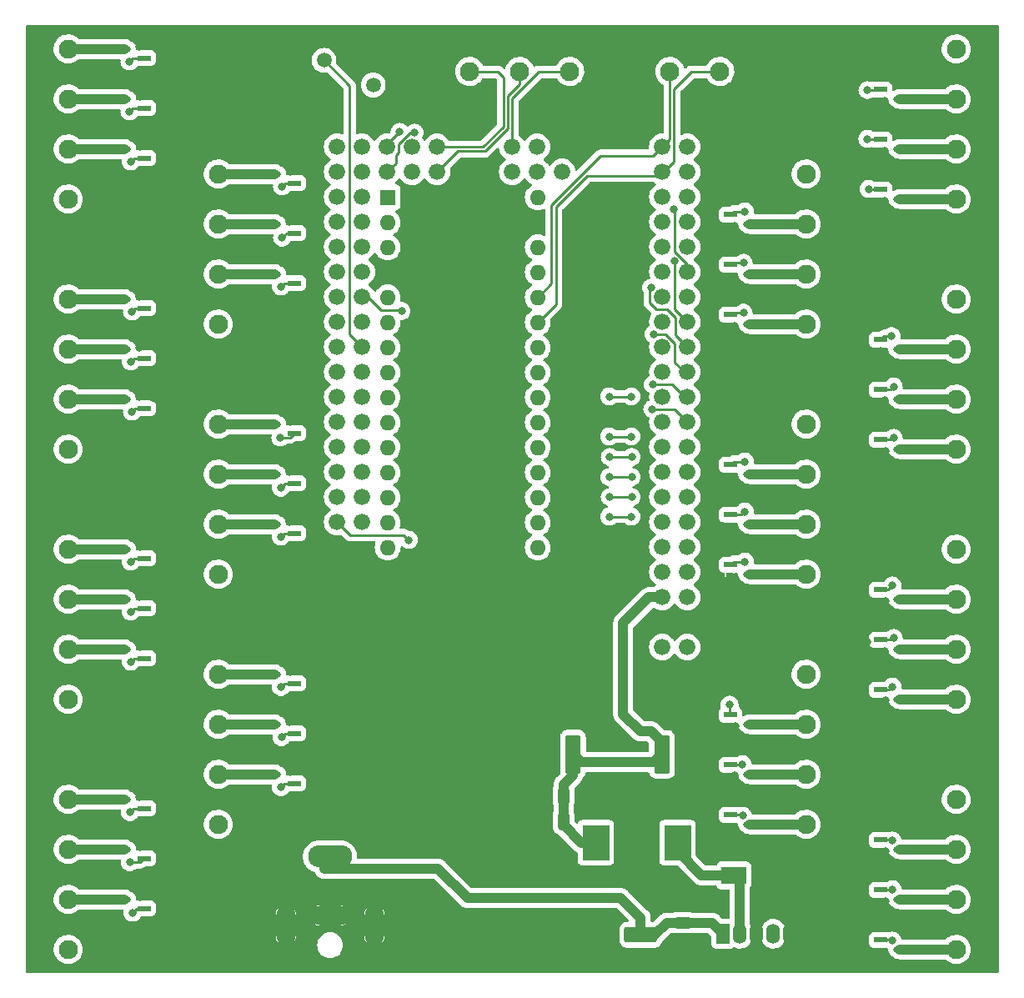
<source format=gbr>
%TF.GenerationSoftware,KiCad,Pcbnew,(6.0.1)*%
%TF.CreationDate,2022-10-30T18:49:11+02:00*%
%TF.ProjectId,stairway-to-heaven-pcb,73746169-7277-4617-992d-746f2d686561,rev?*%
%TF.SameCoordinates,Original*%
%TF.FileFunction,Copper,L1,Top*%
%TF.FilePolarity,Positive*%
%FSLAX46Y46*%
G04 Gerber Fmt 4.6, Leading zero omitted, Abs format (unit mm)*
G04 Created by KiCad (PCBNEW (6.0.1)) date 2022-10-30 18:49:11*
%MOMM*%
%LPD*%
G01*
G04 APERTURE LIST*
G04 Aperture macros list*
%AMRoundRect*
0 Rectangle with rounded corners*
0 $1 Rounding radius*
0 $2 $3 $4 $5 $6 $7 $8 $9 X,Y pos of 4 corners*
0 Add a 4 corners polygon primitive as box body*
4,1,4,$2,$3,$4,$5,$6,$7,$8,$9,$2,$3,0*
0 Add four circle primitives for the rounded corners*
1,1,$1+$1,$2,$3*
1,1,$1+$1,$4,$5*
1,1,$1+$1,$6,$7*
1,1,$1+$1,$8,$9*
0 Add four rect primitives between the rounded corners*
20,1,$1+$1,$2,$3,$4,$5,0*
20,1,$1+$1,$4,$5,$6,$7,0*
20,1,$1+$1,$6,$7,$8,$9,0*
20,1,$1+$1,$8,$9,$2,$3,0*%
G04 Aperture macros list end*
%TA.AperFunction,SMDPad,CuDef*%
%ADD10R,1.374609X0.577986*%
%TD*%
%TA.AperFunction,SMDPad,CuDef*%
%ADD11RoundRect,0.288993X-0.398311X0.000000X0.398311X0.000000X0.398311X0.000000X-0.398311X0.000000X0*%
%TD*%
%TA.AperFunction,SMDPad,CuDef*%
%ADD12RoundRect,0.288993X0.398311X0.000000X-0.398311X0.000000X-0.398311X0.000000X0.398311X0.000000X0*%
%TD*%
%TA.AperFunction,ComponentPad*%
%ADD13C,1.930400*%
%TD*%
%TA.AperFunction,ComponentPad*%
%ADD14R,1.600000X1.600000*%
%TD*%
%TA.AperFunction,ComponentPad*%
%ADD15O,1.600000X1.600000*%
%TD*%
%TA.AperFunction,SMDPad,CuDef*%
%ADD16RoundRect,0.250000X0.325000X0.650000X-0.325000X0.650000X-0.325000X-0.650000X0.325000X-0.650000X0*%
%TD*%
%TA.AperFunction,ComponentPad*%
%ADD17C,3.800000*%
%TD*%
%TA.AperFunction,ComponentPad*%
%ADD18C,1.676400*%
%TD*%
%TA.AperFunction,SMDPad,CuDef*%
%ADD19R,2.700000X3.600000*%
%TD*%
%TA.AperFunction,SMDPad,CuDef*%
%ADD20RoundRect,0.250000X0.550000X-1.712500X0.550000X1.712500X-0.550000X1.712500X-0.550000X-1.712500X0*%
%TD*%
%TA.AperFunction,SMDPad,CuDef*%
%ADD21R,2.500000X1.800000*%
%TD*%
%TA.AperFunction,ComponentPad*%
%ADD22O,4.500000X2.250000*%
%TD*%
%TA.AperFunction,ComponentPad*%
%ADD23O,4.000000X2.000000*%
%TD*%
%TA.AperFunction,ComponentPad*%
%ADD24O,2.000000X4.000000*%
%TD*%
%TA.AperFunction,ComponentPad*%
%ADD25C,1.500000*%
%TD*%
%TA.AperFunction,ComponentPad*%
%ADD26R,1.400000X2.000001*%
%TD*%
%TA.AperFunction,ComponentPad*%
%ADD27O,1.400000X2.000001*%
%TD*%
%TA.AperFunction,SMDPad,CuDef*%
%ADD28RoundRect,0.250000X1.412500X0.550000X-1.412500X0.550000X-1.412500X-0.550000X1.412500X-0.550000X0*%
%TD*%
%TA.AperFunction,SMDPad,CuDef*%
%ADD29RoundRect,0.250000X0.650000X-0.325000X0.650000X0.325000X-0.650000X0.325000X-0.650000X-0.325000X0*%
%TD*%
%TA.AperFunction,ViaPad*%
%ADD30C,0.800000*%
%TD*%
%TA.AperFunction,Conductor*%
%ADD31C,1.016000*%
%TD*%
%TA.AperFunction,Conductor*%
%ADD32C,0.250000*%
%TD*%
G04 APERTURE END LIST*
D10*
%TO.P,Q3,1,G*%
%TO.N,/LED1B_EN*%
X188530000Y-134940000D03*
D11*
%TO.P,Q3,2,D*%
%TO.N,Net-(J1-Pad4)*%
X190500000Y-135890000D03*
%TO.P,Q3,3,S*%
%TO.N,GND*%
X188530001Y-136840000D03*
%TD*%
D10*
%TO.P,Q27,1,G*%
%TO.N,/LED9B_EN*%
X128970000Y-108900000D03*
D12*
%TO.P,Q27,2,D*%
%TO.N,Net-(J9-Pad4)*%
X127000000Y-107950000D03*
%TO.P,Q27,3,S*%
%TO.N,GND*%
X128969999Y-107000000D03*
%TD*%
D13*
%TO.P,J16,1,Pin_1*%
%TO.N,/SENSOR1*%
X146812000Y-46736000D03*
%TO.P,J16,2,Pin_2*%
%TO.N,/SENSOR2*%
X151892000Y-46736000D03*
%TO.P,J16,3,Pin_3*%
%TO.N,+5V*%
X156972000Y-46736000D03*
%TO.P,J16,4,Pin_4*%
%TO.N,GND*%
X162052000Y-46736000D03*
%TO.P,J16,5,Pin_5*%
%TO.N,/SENSOR3*%
X167132000Y-46736000D03*
%TO.P,J16,6,Pin_6*%
%TO.N,/SENSOR4*%
X172212000Y-46736000D03*
%TD*%
D10*
%TO.P,Q8,1,G*%
%TO.N,/LED2R_EN*%
X173290000Y-117160000D03*
D11*
%TO.P,Q8,2,D*%
%TO.N,Net-(J3-Pad3)*%
X175260000Y-118110000D03*
%TO.P,Q8,3,S*%
%TO.N,GND*%
X173290001Y-119060000D03*
%TD*%
D10*
%TO.P,Q6,1,G*%
%TO.N,/LED3B_EN*%
X188530000Y-109540000D03*
D11*
%TO.P,Q6,2,D*%
%TO.N,Net-(J2-Pad4)*%
X190500000Y-110490000D03*
%TO.P,Q6,3,S*%
%TO.N,GND*%
X188530001Y-111440000D03*
%TD*%
D10*
%TO.P,Q11,1,G*%
%TO.N,/LED4R_EN*%
X173290000Y-91760000D03*
D11*
%TO.P,Q11,2,D*%
%TO.N,Net-(J4-Pad3)*%
X175260000Y-92710000D03*
%TO.P,Q11,3,S*%
%TO.N,GND*%
X173290001Y-93660000D03*
%TD*%
D14*
%TO.P,A1,1,D1/TX*%
%TO.N,unconnected-(A1-Pad1)*%
X138480800Y-59537600D03*
D15*
%TO.P,A1,2,D0/RX*%
%TO.N,unconnected-(A1-Pad2)*%
X138480800Y-62077600D03*
%TO.P,A1,3,~{RESET}*%
%TO.N,unconnected-(A1-Pad3)*%
X138480800Y-64617600D03*
%TO.P,A1,4,GND*%
%TO.N,GND*%
X138480800Y-67157600D03*
%TO.P,A1,5,D2*%
%TO.N,/LED10B_EN*%
X138480800Y-69697600D03*
%TO.P,A1,6,D3*%
%TO.N,/LED10R_EN*%
X138480800Y-72237600D03*
%TO.P,A1,7,D4*%
%TO.N,/LED10G_EN*%
X138480800Y-74777600D03*
%TO.P,A1,8,D5*%
%TO.N,/LED8B_EN*%
X138480800Y-77317600D03*
%TO.P,A1,9,D6*%
%TO.N,/LED8R_EN*%
X138480800Y-79857600D03*
%TO.P,A1,10,D7*%
%TO.N,/LED8G_EN*%
X138480800Y-82397600D03*
%TO.P,A1,11,D8*%
%TO.N,/LED11B_EN*%
X138480800Y-84937600D03*
%TO.P,A1,12,D9*%
%TO.N,/LED11R_EN*%
X138480800Y-87477600D03*
%TO.P,A1,13,D10*%
%TO.N,/LED11G_EN*%
X138480800Y-90017600D03*
%TO.P,A1,14,D11*%
%TO.N,/LED9B_EN*%
X138480800Y-92557600D03*
%TO.P,A1,15,D12*%
%TO.N,/LED9G_EN*%
X138480800Y-95097600D03*
%TO.P,A1,16,D13*%
%TO.N,/LED9R_EN*%
X153720800Y-95097600D03*
%TO.P,A1,17,3V3*%
%TO.N,unconnected-(A1-Pad17)*%
X153720800Y-92557600D03*
%TO.P,A1,18,AREF*%
%TO.N,unconnected-(A1-Pad18)*%
X153720800Y-90017600D03*
%TO.P,A1,19,A0*%
%TO.N,/LED2B_EN*%
X153720800Y-87477600D03*
%TO.P,A1,20,A1*%
%TO.N,/LED2R_EN*%
X153720800Y-84937600D03*
%TO.P,A1,21,A2*%
%TO.N,/LED2G_EN*%
X153720800Y-82397600D03*
%TO.P,A1,22,A3*%
%TO.N,/LED4B_EN*%
X153720800Y-79857600D03*
%TO.P,A1,23,A4*%
%TO.N,/LED4R_EN*%
X153720800Y-77317600D03*
%TO.P,A1,24,A5*%
%TO.N,/LED4G_EN*%
X153720800Y-74777600D03*
%TO.P,A1,25,A6*%
%TO.N,/SENSOR4*%
X153720800Y-72237600D03*
%TO.P,A1,26,A7*%
%TO.N,/SENSOR3*%
X153720800Y-69697600D03*
%TO.P,A1,27,+5V*%
%TO.N,+5V*%
X153720800Y-67157600D03*
%TO.P,A1,28,~{RESET}*%
%TO.N,unconnected-(A1-Pad28)*%
X153720800Y-64617600D03*
%TO.P,A1,29,GND*%
%TO.N,GND*%
X153720800Y-62077600D03*
%TO.P,A1,30,VIN*%
%TO.N,unconnected-(A1-Pad30)*%
X153720800Y-59537600D03*
%TD*%
D10*
%TO.P,Q14,1,G*%
%TO.N,/LED5R_EN*%
X188530000Y-79060000D03*
D11*
%TO.P,Q14,2,D*%
%TO.N,Net-(J5-Pad3)*%
X190500000Y-80010000D03*
%TO.P,Q14,3,S*%
%TO.N,GND*%
X188530001Y-80960000D03*
%TD*%
D10*
%TO.P,Q24,1,G*%
%TO.N,/LED8B_EN*%
X113730000Y-121600000D03*
D12*
%TO.P,Q24,2,D*%
%TO.N,Net-(J8-Pad4)*%
X111760000Y-120650000D03*
%TO.P,Q24,3,S*%
%TO.N,GND*%
X113729999Y-119700000D03*
%TD*%
D10*
%TO.P,Q10,1,G*%
%TO.N,/LED4G_EN*%
X173290000Y-86680000D03*
D11*
%TO.P,Q10,2,D*%
%TO.N,Net-(J4-Pad2)*%
X175260000Y-87630000D03*
%TO.P,Q10,3,S*%
%TO.N,GND*%
X173290001Y-88580000D03*
%TD*%
D16*
%TO.P,C6,1*%
%TO.N,+5V*%
X156337000Y-120319800D03*
%TO.P,C6,2*%
%TO.N,GND*%
X153387000Y-120319800D03*
%TD*%
D13*
%TO.P,J13,1,Pin_1*%
%TO.N,+12V*%
X121285000Y-72390000D03*
%TO.P,J13,2,Pin_2*%
%TO.N,Net-(J13-Pad2)*%
X121285000Y-67310000D03*
%TO.P,J13,3,Pin_3*%
%TO.N,Net-(J13-Pad3)*%
X121285000Y-62230000D03*
%TO.P,J13,4,Pin_4*%
%TO.N,Net-(J13-Pad4)*%
X121285000Y-57150000D03*
%TD*%
%TO.P,J12,1,Pin_1*%
%TO.N,+12V*%
X106045000Y-85090000D03*
%TO.P,J12,2,Pin_2*%
%TO.N,Net-(J12-Pad2)*%
X106045000Y-80010000D03*
%TO.P,J12,3,Pin_3*%
%TO.N,Net-(J12-Pad3)*%
X106045000Y-74930000D03*
%TO.P,J12,4,Pin_4*%
%TO.N,Net-(J12-Pad4)*%
X106045000Y-69850000D03*
%TD*%
%TO.P,J4,1,Pin_1*%
%TO.N,+12V*%
X180975000Y-82550000D03*
%TO.P,J4,2,Pin_2*%
%TO.N,Net-(J4-Pad2)*%
X180975000Y-87630000D03*
%TO.P,J4,3,Pin_3*%
%TO.N,Net-(J4-Pad3)*%
X180975000Y-92710000D03*
%TO.P,J4,4,Pin_4*%
%TO.N,Net-(J4-Pad4)*%
X180975000Y-97790000D03*
%TD*%
D10*
%TO.P,Q33,1,G*%
%TO.N,/LED11B_EN*%
X128970000Y-83500000D03*
D12*
%TO.P,Q33,2,D*%
%TO.N,Net-(J11-Pad4)*%
X127000000Y-82550000D03*
%TO.P,Q33,3,S*%
%TO.N,GND*%
X128969999Y-81600000D03*
%TD*%
D10*
%TO.P,Q30,1,G*%
%TO.N,/LED10B_EN*%
X113730000Y-96200000D03*
D12*
%TO.P,Q30,2,D*%
%TO.N,Net-(J10-Pad4)*%
X111760000Y-95250000D03*
%TO.P,Q30,3,S*%
%TO.N,GND*%
X113729999Y-94300000D03*
%TD*%
D10*
%TO.P,Q2,1,G*%
%TO.N,/LED1R_EN*%
X188530000Y-129860000D03*
D11*
%TO.P,Q2,2,D*%
%TO.N,Net-(J1-Pad3)*%
X190500000Y-130810000D03*
%TO.P,Q2,3,S*%
%TO.N,GND*%
X188530001Y-131760000D03*
%TD*%
D10*
%TO.P,Q20,1,G*%
%TO.N,/LED7R_EN*%
X188530000Y-53660000D03*
D11*
%TO.P,Q20,2,D*%
%TO.N,Net-(J7-Pad3)*%
X190500000Y-54610000D03*
%TO.P,Q20,3,S*%
%TO.N,GND*%
X188530001Y-55560000D03*
%TD*%
D16*
%TO.P,C5,1*%
%TO.N,+5V*%
X156337000Y-122859800D03*
%TO.P,C5,2*%
%TO.N,GND*%
X153387000Y-122859800D03*
%TD*%
D13*
%TO.P,J11,1,Pin_1*%
%TO.N,+12V*%
X121285000Y-97790000D03*
%TO.P,J11,2,Pin_2*%
%TO.N,Net-(J11-Pad2)*%
X121285000Y-92710000D03*
%TO.P,J11,3,Pin_3*%
%TO.N,Net-(J11-Pad3)*%
X121285000Y-87630000D03*
%TO.P,J11,4,Pin_4*%
%TO.N,Net-(J11-Pad4)*%
X121285000Y-82550000D03*
%TD*%
%TO.P,J1,1,Pin_1*%
%TO.N,+12V*%
X196215000Y-120650000D03*
%TO.P,J1,2,Pin_2*%
%TO.N,Net-(J1-Pad2)*%
X196215000Y-125730000D03*
%TO.P,J1,3,Pin_3*%
%TO.N,Net-(J1-Pad3)*%
X196215000Y-130810000D03*
%TO.P,J1,4,Pin_4*%
%TO.N,Net-(J1-Pad4)*%
X196215000Y-135890000D03*
%TD*%
D17*
%TO.P,H3,1,1*%
%TO.N,GND*%
X121894600Y-44805600D03*
%TD*%
D10*
%TO.P,Q28,1,G*%
%TO.N,/LED10G_EN*%
X113730000Y-106360000D03*
D12*
%TO.P,Q28,2,D*%
%TO.N,Net-(J10-Pad2)*%
X111760000Y-105410000D03*
%TO.P,Q28,3,S*%
%TO.N,GND*%
X113729999Y-104460000D03*
%TD*%
D10*
%TO.P,Q32,1,G*%
%TO.N,/LED11R_EN*%
X128970000Y-88580000D03*
D12*
%TO.P,Q32,2,D*%
%TO.N,Net-(J11-Pad3)*%
X127000000Y-87630000D03*
%TO.P,Q32,3,S*%
%TO.N,GND*%
X128969999Y-86680000D03*
%TD*%
D10*
%TO.P,Q21,1,G*%
%TO.N,/LED7B_EN*%
X188530000Y-58740000D03*
D11*
%TO.P,Q21,2,D*%
%TO.N,Net-(J7-Pad4)*%
X190500000Y-59690000D03*
%TO.P,Q21,3,S*%
%TO.N,GND*%
X188530001Y-60640000D03*
%TD*%
D10*
%TO.P,Q12,1,G*%
%TO.N,/LED4B_EN*%
X173290000Y-96840000D03*
D11*
%TO.P,Q12,2,D*%
%TO.N,Net-(J4-Pad4)*%
X175260000Y-97790000D03*
%TO.P,Q12,3,S*%
%TO.N,GND*%
X173290001Y-98740000D03*
%TD*%
D10*
%TO.P,Q36,1,G*%
%TO.N,/LED12B_EN*%
X113730000Y-70800000D03*
D12*
%TO.P,Q36,2,D*%
%TO.N,Net-(J12-Pad4)*%
X111760000Y-69850000D03*
%TO.P,Q36,3,S*%
%TO.N,GND*%
X113729999Y-68900000D03*
%TD*%
D17*
%TO.P,H2,1,1*%
%TO.N,GND*%
X118719600Y-135712200D03*
%TD*%
D10*
%TO.P,Q9,1,G*%
%TO.N,/LED2B_EN*%
X173290000Y-122240000D03*
D11*
%TO.P,Q9,2,D*%
%TO.N,Net-(J3-Pad4)*%
X175260000Y-123190000D03*
%TO.P,Q9,3,S*%
%TO.N,GND*%
X173290001Y-124140000D03*
%TD*%
D10*
%TO.P,Q1,1,G*%
%TO.N,/LED1G_EN*%
X188530000Y-124780000D03*
D11*
%TO.P,Q1,2,D*%
%TO.N,Net-(J1-Pad2)*%
X190500000Y-125730000D03*
%TO.P,Q1,3,S*%
%TO.N,GND*%
X188530001Y-126680000D03*
%TD*%
D10*
%TO.P,Q41,1,G*%
%TO.N,/LED14R_EN*%
X113730000Y-50480000D03*
D12*
%TO.P,Q41,2,D*%
%TO.N,Net-(J14-Pad3)*%
X111760000Y-49530000D03*
%TO.P,Q41,3,S*%
%TO.N,GND*%
X113729999Y-48580000D03*
%TD*%
D10*
%TO.P,Q35,1,G*%
%TO.N,/LED12R_EN*%
X113730000Y-75880000D03*
D12*
%TO.P,Q35,2,D*%
%TO.N,Net-(J12-Pad3)*%
X111760000Y-74930000D03*
%TO.P,Q35,3,S*%
%TO.N,GND*%
X113729999Y-73980000D03*
%TD*%
D10*
%TO.P,Q39,1,G*%
%TO.N,/LED13B_EN*%
X128970000Y-58100000D03*
D12*
%TO.P,Q39,2,D*%
%TO.N,Net-(J13-Pad4)*%
X127000000Y-57150000D03*
%TO.P,Q39,3,S*%
%TO.N,GND*%
X128969999Y-56200000D03*
%TD*%
D18*
%TO.P,U1,3V3_1,3V3*%
%TO.N,unconnected-(U1-Pad3V3_1)*%
X168910000Y-97590000D03*
%TO.P,U1,3V3_2,3V3*%
X166370000Y-97590000D03*
%TO.P,U1,5V_1,5V*%
%TO.N,+5V*%
X168910000Y-100130000D03*
%TO.P,U1,5V_2,5V*%
X166370000Y-100130000D03*
%TO.P,U1,5V_3,5V*%
X151130000Y-54410000D03*
%TO.P,U1,A0,A0*%
%TO.N,/LED9R_EN*%
X133350000Y-92510000D03*
%TO.P,U1,A1,A1*%
%TO.N,/LED9G_EN*%
X135890000Y-92510000D03*
%TO.P,U1,A2,A2*%
%TO.N,/LED9B_EN*%
X133350000Y-89970000D03*
%TO.P,U1,A3,A3*%
%TO.N,unconnected-(U1-PadA3)*%
X135890000Y-89970000D03*
%TO.P,U1,A4,A4*%
%TO.N,/LED11G_EN*%
X133350000Y-87430000D03*
%TO.P,U1,A5,A5*%
%TO.N,/LED11R_EN*%
X135890000Y-87430000D03*
%TO.P,U1,A6,A6*%
%TO.N,unconnected-(U1-PadA6)*%
X133350000Y-84890000D03*
%TO.P,U1,A7,A7*%
%TO.N,/LED11B_EN*%
X135890000Y-84890000D03*
%TO.P,U1,A8,A8*%
%TO.N,unconnected-(U1-PadA8)*%
X133350000Y-82350000D03*
%TO.P,U1,A9,A9*%
%TO.N,/LED8G_EN*%
X135890000Y-82350000D03*
%TO.P,U1,A10,A10*%
%TO.N,unconnected-(U1-PadA10)*%
X133350000Y-79810000D03*
%TO.P,U1,A11,A11*%
%TO.N,/LED8R_EN*%
X135890000Y-79810000D03*
%TO.P,U1,A12,A12*%
%TO.N,unconnected-(U1-PadA12)*%
X133350000Y-77270000D03*
%TO.P,U1,A13,A13*%
%TO.N,/LED8B_EN*%
X135890000Y-77270000D03*
%TO.P,U1,A14,A14*%
%TO.N,/LED10G_EN*%
X133350000Y-74730000D03*
%TO.P,U1,A15,A15*%
%TO.N,/POT1*%
X135890000Y-74730000D03*
%TO.P,U1,AREF,AREF*%
%TO.N,unconnected-(U1-PadAREF)*%
X166370000Y-95050000D03*
%TO.P,U1,D2,D2*%
%TO.N,/LED2B_EN*%
X166370000Y-89970000D03*
%TO.P,U1,D3,D3*%
%TO.N,/LED2R_EN*%
X168910000Y-89970000D03*
%TO.P,U1,D4,D4*%
%TO.N,/LED2G_EN*%
X166370000Y-87430000D03*
%TO.P,U1,D5,D5*%
%TO.N,unconnected-(U1-PadD5)*%
X168910000Y-87430000D03*
%TO.P,U1,D6,D6*%
%TO.N,/LED4B_EN*%
X166370000Y-84890000D03*
%TO.P,U1,D7,D7*%
%TO.N,/LED4R_EN*%
X168910000Y-84890000D03*
%TO.P,U1,D8,D8*%
%TO.N,/LED1B_EN*%
X166370000Y-82350000D03*
%TO.P,U1,D9,D9*%
%TO.N,/LED4G_EN*%
X168910000Y-82350000D03*
%TO.P,U1,D10,D10*%
%TO.N,/LED1G_EN*%
X166370000Y-79810000D03*
%TO.P,U1,D11,D11*%
%TO.N,/LED1R_EN*%
X168910000Y-79810000D03*
%TO.P,U1,D12,D12*%
%TO.N,unconnected-(U1-PadD12)*%
X166370000Y-77270000D03*
%TO.P,U1,D13,D13*%
%TO.N,/LED3B_EN*%
X168910000Y-77270000D03*
%TO.P,U1,D14,D14*%
%TO.N,/LED3R_EN*%
X166370000Y-74730000D03*
%TO.P,U1,D15,D15*%
%TO.N,/LED3G_EN*%
X168910000Y-74730000D03*
%TO.P,U1,D16,D16*%
%TO.N,/LED5B_EN*%
X166370000Y-72190000D03*
%TO.P,U1,D17,D17*%
%TO.N,/LED5R_EN*%
X168910000Y-72190000D03*
%TO.P,U1,D18,D18*%
%TO.N,/LED5G_EN*%
X166370000Y-69650000D03*
%TO.P,U1,D19,D19*%
%TO.N,unconnected-(U1-PadD19)*%
X168910000Y-69650000D03*
%TO.P,U1,D20,D20*%
%TO.N,/LED6B_EN*%
X166370000Y-67110000D03*
%TO.P,U1,D21,D21*%
%TO.N,/LED6R_EN*%
X168910000Y-67110000D03*
%TO.P,U1,D22,D22*%
%TO.N,/LED6G_EN*%
X166370000Y-64570000D03*
%TO.P,U1,D23,D23*%
%TO.N,unconnected-(U1-PadD23)*%
X168910000Y-64570000D03*
%TO.P,U1,D24,D24*%
%TO.N,unconnected-(U1-PadD24)*%
X166370000Y-62030000D03*
%TO.P,U1,D25,D25*%
%TO.N,unconnected-(U1-PadD25)*%
X168910000Y-62030000D03*
%TO.P,U1,D26,D26*%
%TO.N,/LED7B_EN*%
X166370000Y-59490000D03*
%TO.P,U1,D27,D27*%
%TO.N,unconnected-(U1-PadD27)*%
X168910000Y-59490000D03*
%TO.P,U1,D28,D28*%
%TO.N,/SENSOR4*%
X166370000Y-56950000D03*
%TO.P,U1,D29,D29*%
%TO.N,/LED7R_EN*%
X168910000Y-56950000D03*
%TO.P,U1,D30,D30*%
%TO.N,/SENSOR3*%
X166370000Y-54410000D03*
%TO.P,U1,D31,D31*%
%TO.N,/LED7G_EN*%
X168910000Y-54410000D03*
%TO.P,U1,D32,D32*%
%TO.N,/LED10B_EN*%
X133350000Y-72190000D03*
%TO.P,U1,D33,D33*%
%TO.N,/LED10R_EN*%
X135890000Y-72190000D03*
%TO.P,U1,D34,D34*%
%TO.N,/LED12R_EN*%
X133350000Y-69650000D03*
%TO.P,U1,D35,D35*%
%TO.N,/LED12G_EN*%
X135890000Y-69650000D03*
%TO.P,U1,D36,D36*%
%TO.N,unconnected-(U1-PadD36)*%
X133350000Y-67110000D03*
%TO.P,U1,D37,D37*%
%TO.N,/LED12B_EN*%
X135890000Y-67110000D03*
%TO.P,U1,D38,D38*%
%TO.N,/LED13R_EN*%
X133350000Y-64570000D03*
%TO.P,U1,D39,D39*%
%TO.N,/LED13G_EN*%
X135890000Y-64570000D03*
%TO.P,U1,D40,D40*%
%TO.N,/LED13B_EN*%
X133350000Y-62030000D03*
%TO.P,U1,D41,D41*%
%TO.N,unconnected-(U1-PadD41)*%
X135890000Y-62030000D03*
%TO.P,U1,D42,D42*%
%TO.N,unconnected-(U1-PadD42)*%
X133350000Y-59490000D03*
%TO.P,U1,D43,D43*%
%TO.N,unconnected-(U1-PadD43)*%
X135890000Y-59490000D03*
%TO.P,U1,D44,D44*%
%TO.N,unconnected-(U1-PadD44)*%
X133350000Y-56950000D03*
%TO.P,U1,D45,D45*%
%TO.N,unconnected-(U1-PadD45)*%
X135890000Y-56950000D03*
%TO.P,U1,D46,D46*%
%TO.N,unconnected-(U1-PadD46)*%
X133350000Y-54410000D03*
%TO.P,U1,D47,D47*%
%TO.N,unconnected-(U1-PadD47)*%
X135890000Y-54410000D03*
%TO.P,U1,D48,D48*%
%TO.N,/LED14R_EN*%
X138430000Y-54410000D03*
%TO.P,U1,D49,D49*%
%TO.N,/LED14G_EN*%
X138430000Y-56950000D03*
%TO.P,U1,D50,D50*%
%TO.N,unconnected-(U1-PadD50)*%
X140970000Y-54410000D03*
%TO.P,U1,D51,D51*%
%TO.N,/LED14B_EN*%
X140970000Y-56950000D03*
%TO.P,U1,D52,D52*%
%TO.N,/SENSOR1*%
X143510000Y-54410000D03*
%TO.P,U1,D53,D53*%
%TO.N,/SENSOR2*%
X143510000Y-56950000D03*
%TO.P,U1,GND_1,GND*%
%TO.N,GND*%
X168910000Y-102670000D03*
%TO.P,U1,GND_2,GND*%
X166370000Y-102670000D03*
%TO.P,U1,GND_3,GND*%
X156210000Y-54410000D03*
%TO.P,U1,MISO,MISO*%
%TO.N,unconnected-(U1-PadMISO)*%
X151130000Y-56950000D03*
%TO.P,U1,MOSI,MOSI*%
%TO.N,unconnected-(U1-PadMOSI)*%
X153670000Y-54410000D03*
%TO.P,U1,RESET,RESET*%
%TO.N,unconnected-(U1-PadRESET)*%
X156210000Y-56950000D03*
%TO.P,U1,RST,RST*%
%TO.N,unconnected-(U1-PadRST)*%
X168910000Y-95050000D03*
%TO.P,U1,RX,RX*%
%TO.N,unconnected-(U1-PadRX)*%
X166370000Y-92510000D03*
%TO.P,U1,SCK,SCK*%
%TO.N,unconnected-(U1-PadSCK)*%
X153670000Y-56950000D03*
%TO.P,U1,TX,TX*%
%TO.N,unconnected-(U1-PadTX)*%
X168910000Y-92510000D03*
%TO.P,U1,VIN_1,VIN*%
%TO.N,unconnected-(U1-PadVIN_1)*%
X168910000Y-105210000D03*
%TO.P,U1,VIN_2,VIN*%
X166370000Y-105210000D03*
%TD*%
D10*
%TO.P,Q42,1,G*%
%TO.N,/LED14B_EN*%
X113730000Y-45400000D03*
D12*
%TO.P,Q42,2,D*%
%TO.N,Net-(J14-Pad4)*%
X111760000Y-44450000D03*
%TO.P,Q42,3,S*%
%TO.N,GND*%
X113729999Y-43500000D03*
%TD*%
D19*
%TO.P,L1,1,1*%
%TO.N,Net-(D1-Pad1)*%
X167919400Y-125069600D03*
%TO.P,L1,2,2*%
%TO.N,+5V*%
X159619400Y-125069600D03*
%TD*%
D13*
%TO.P,J9,1,Pin_1*%
%TO.N,+12V*%
X121285000Y-123190000D03*
%TO.P,J9,2,Pin_2*%
%TO.N,Net-(J9-Pad2)*%
X121285000Y-118110000D03*
%TO.P,J9,3,Pin_3*%
%TO.N,Net-(J9-Pad3)*%
X121285000Y-113030000D03*
%TO.P,J9,4,Pin_4*%
%TO.N,Net-(J9-Pad4)*%
X121285000Y-107950000D03*
%TD*%
D20*
%TO.P,C2,1*%
%TO.N,+5V*%
X166344600Y-116103400D03*
%TO.P,C2,2*%
%TO.N,GND*%
X166344600Y-109928400D03*
%TD*%
D13*
%TO.P,J2,1,Pin_1*%
%TO.N,+12V*%
X196215000Y-95250000D03*
%TO.P,J2,2,Pin_2*%
%TO.N,Net-(J2-Pad2)*%
X196215000Y-100330000D03*
%TO.P,J2,3,Pin_3*%
%TO.N,Net-(J2-Pad3)*%
X196215000Y-105410000D03*
%TO.P,J2,4,Pin_4*%
%TO.N,Net-(J2-Pad4)*%
X196215000Y-110490000D03*
%TD*%
D21*
%TO.P,D1,1,K*%
%TO.N,Net-(D1-Pad1)*%
X173615600Y-128397000D03*
%TO.P,D1,2,A*%
%TO.N,GND*%
X177615600Y-128397000D03*
%TD*%
D10*
%TO.P,Q26,1,G*%
%TO.N,/LED9R_EN*%
X128970000Y-113980000D03*
D12*
%TO.P,Q26,2,D*%
%TO.N,Net-(J9-Pad3)*%
X127000000Y-113030000D03*
%TO.P,Q26,3,S*%
%TO.N,GND*%
X128969999Y-112080000D03*
%TD*%
D10*
%TO.P,Q17,1,G*%
%TO.N,/LED6R_EN*%
X173290000Y-66360000D03*
D11*
%TO.P,Q17,2,D*%
%TO.N,Net-(J6-Pad3)*%
X175260000Y-67310000D03*
%TO.P,Q17,3,S*%
%TO.N,GND*%
X173290001Y-68260000D03*
%TD*%
D22*
%TO.P,J15,1,1*%
%TO.N,+12V*%
X132634600Y-126477000D03*
D23*
%TO.P,J15,2,2*%
%TO.N,GND*%
X132634600Y-132477000D03*
D24*
%TO.P,J15,S1,SHIELD*%
X137134600Y-133477000D03*
%TO.P,J15,S2,SHIELD*%
X128134600Y-133477000D03*
%TD*%
D13*
%TO.P,J5,1,Pin_1*%
%TO.N,+12V*%
X196215000Y-69850000D03*
%TO.P,J5,2,Pin_2*%
%TO.N,Net-(J5-Pad2)*%
X196215000Y-74930000D03*
%TO.P,J5,3,Pin_3*%
%TO.N,Net-(J5-Pad3)*%
X196215000Y-80010000D03*
%TO.P,J5,4,Pin_4*%
%TO.N,Net-(J5-Pad4)*%
X196215000Y-85090000D03*
%TD*%
D17*
%TO.P,H1,1,1*%
%TO.N,GND*%
X181178200Y-102895400D03*
%TD*%
D25*
%TO.P,RV100k1,1,1*%
%TO.N,+5V*%
X137018400Y-48118400D03*
%TO.P,RV100k1,2,2*%
%TO.N,/POT1*%
X132018400Y-45618400D03*
%TO.P,RV100k1,3,3*%
%TO.N,GND*%
X137018400Y-43118400D03*
%TD*%
D13*
%TO.P,J14,1,Pin_1*%
%TO.N,+12V*%
X106045000Y-59690000D03*
%TO.P,J14,2,Pin_2*%
%TO.N,Net-(J14-Pad2)*%
X106045000Y-54610000D03*
%TO.P,J14,3,Pin_3*%
%TO.N,Net-(J14-Pad3)*%
X106045000Y-49530000D03*
%TO.P,J14,4,Pin_4*%
%TO.N,Net-(J14-Pad4)*%
X106045000Y-44450000D03*
%TD*%
%TO.P,J10,1,Pin_1*%
%TO.N,+12V*%
X106045000Y-110490000D03*
%TO.P,J10,2,Pin_2*%
%TO.N,Net-(J10-Pad2)*%
X106045000Y-105410000D03*
%TO.P,J10,3,Pin_3*%
%TO.N,Net-(J10-Pad3)*%
X106045000Y-100330000D03*
%TO.P,J10,4,Pin_4*%
%TO.N,Net-(J10-Pad4)*%
X106045000Y-95250000D03*
%TD*%
D26*
%TO.P,U2,1,VIN*%
%TO.N,+12V*%
X172540800Y-134315200D03*
D27*
%TO.P,U2,2,OUT*%
%TO.N,Net-(D1-Pad1)*%
X174240800Y-134315200D03*
%TO.P,U2,3,GND*%
%TO.N,GND*%
X175940801Y-134315200D03*
%TO.P,U2,4,FB*%
%TO.N,+5V*%
X177640800Y-134315200D03*
%TO.P,U2,5,ON_OFF_N*%
%TO.N,GND*%
X179340800Y-134315200D03*
%TD*%
D13*
%TO.P,J7,1,Pin_1*%
%TO.N,+12V*%
X196215000Y-44450000D03*
%TO.P,J7,2,Pin_2*%
%TO.N,Net-(J7-Pad2)*%
X196215000Y-49530000D03*
%TO.P,J7,3,Pin_3*%
%TO.N,Net-(J7-Pad3)*%
X196215000Y-54610000D03*
%TO.P,J7,4,Pin_4*%
%TO.N,Net-(J7-Pad4)*%
X196215000Y-59690000D03*
%TD*%
D10*
%TO.P,Q16,1,G*%
%TO.N,/LED6G_EN*%
X173290000Y-61280000D03*
D11*
%TO.P,Q16,2,D*%
%TO.N,Net-(J6-Pad2)*%
X175260000Y-62230000D03*
%TO.P,Q16,3,S*%
%TO.N,GND*%
X173290001Y-63180000D03*
%TD*%
D28*
%TO.P,C1,1*%
%TO.N,+12V*%
X164183100Y-134416800D03*
%TO.P,C1,2*%
%TO.N,GND*%
X159108100Y-134416800D03*
%TD*%
D13*
%TO.P,J8,1,Pin_1*%
%TO.N,+12V*%
X106045000Y-135890000D03*
%TO.P,J8,2,Pin_2*%
%TO.N,Net-(J8-Pad2)*%
X106045000Y-130810000D03*
%TO.P,J8,3,Pin_3*%
%TO.N,Net-(J8-Pad3)*%
X106045000Y-125730000D03*
%TO.P,J8,4,Pin_4*%
%TO.N,Net-(J8-Pad4)*%
X106045000Y-120650000D03*
%TD*%
%TO.P,J6,1,Pin_1*%
%TO.N,+12V*%
X180975000Y-57150000D03*
%TO.P,J6,2,Pin_2*%
%TO.N,Net-(J6-Pad2)*%
X180975000Y-62230000D03*
%TO.P,J6,3,Pin_3*%
%TO.N,Net-(J6-Pad3)*%
X180975000Y-67310000D03*
%TO.P,J6,4,Pin_4*%
%TO.N,Net-(J6-Pad4)*%
X180975000Y-72390000D03*
%TD*%
D10*
%TO.P,Q4,1,G*%
%TO.N,/LED3G_EN*%
X188530000Y-99380000D03*
D11*
%TO.P,Q4,2,D*%
%TO.N,Net-(J2-Pad2)*%
X190500000Y-100330000D03*
%TO.P,Q4,3,S*%
%TO.N,GND*%
X188530001Y-101280000D03*
%TD*%
D10*
%TO.P,Q40,1,G*%
%TO.N,/LED14G_EN*%
X113730000Y-55560000D03*
D12*
%TO.P,Q40,2,D*%
%TO.N,Net-(J14-Pad2)*%
X111760000Y-54610000D03*
%TO.P,Q40,3,S*%
%TO.N,GND*%
X113729999Y-53660000D03*
%TD*%
D10*
%TO.P,Q34,1,G*%
%TO.N,/LED12G_EN*%
X113730000Y-80960000D03*
D12*
%TO.P,Q34,2,D*%
%TO.N,Net-(J12-Pad2)*%
X111760000Y-80010000D03*
%TO.P,Q34,3,S*%
%TO.N,GND*%
X113729999Y-79060000D03*
%TD*%
D10*
%TO.P,Q22,1,G*%
%TO.N,/LED8G_EN*%
X113730000Y-131760000D03*
D12*
%TO.P,Q22,2,D*%
%TO.N,Net-(J8-Pad2)*%
X111760000Y-130810000D03*
%TO.P,Q22,3,S*%
%TO.N,GND*%
X113729999Y-129860000D03*
%TD*%
D10*
%TO.P,Q31,1,G*%
%TO.N,/LED11G_EN*%
X128970000Y-93660000D03*
D12*
%TO.P,Q31,2,D*%
%TO.N,Net-(J11-Pad2)*%
X127000000Y-92710000D03*
%TO.P,Q31,3,S*%
%TO.N,GND*%
X128969999Y-91760000D03*
%TD*%
D10*
%TO.P,Q25,1,G*%
%TO.N,/LED9G_EN*%
X128970000Y-119060000D03*
D12*
%TO.P,Q25,2,D*%
%TO.N,Net-(J9-Pad2)*%
X127000000Y-118110000D03*
%TO.P,Q25,3,S*%
%TO.N,GND*%
X128969999Y-117160000D03*
%TD*%
D10*
%TO.P,Q38,1,G*%
%TO.N,/LED13R_EN*%
X128970000Y-63180000D03*
D12*
%TO.P,Q38,2,D*%
%TO.N,Net-(J13-Pad3)*%
X127000000Y-62230000D03*
%TO.P,Q38,3,S*%
%TO.N,GND*%
X128969999Y-61280000D03*
%TD*%
D10*
%TO.P,Q37,1,G*%
%TO.N,/LED13G_EN*%
X128970000Y-68260000D03*
D12*
%TO.P,Q37,2,D*%
%TO.N,Net-(J13-Pad2)*%
X127000000Y-67310000D03*
%TO.P,Q37,3,S*%
%TO.N,GND*%
X128969999Y-66360000D03*
%TD*%
D10*
%TO.P,Q15,1,G*%
%TO.N,/LED5B_EN*%
X188530000Y-84140000D03*
D11*
%TO.P,Q15,2,D*%
%TO.N,Net-(J5-Pad4)*%
X190500000Y-85090000D03*
%TO.P,Q15,3,S*%
%TO.N,GND*%
X188530001Y-86040000D03*
%TD*%
D13*
%TO.P,J3,1,Pin_1*%
%TO.N,+12V*%
X180975000Y-107950000D03*
%TO.P,J3,2,Pin_2*%
%TO.N,Net-(J3-Pad2)*%
X180975000Y-113030000D03*
%TO.P,J3,3,Pin_3*%
%TO.N,Net-(J3-Pad3)*%
X180975000Y-118110000D03*
%TO.P,J3,4,Pin_4*%
%TO.N,Net-(J3-Pad4)*%
X180975000Y-123190000D03*
%TD*%
D10*
%TO.P,Q7,1,G*%
%TO.N,/LED2G_EN*%
X173290000Y-112080000D03*
D11*
%TO.P,Q7,2,D*%
%TO.N,Net-(J3-Pad2)*%
X175260000Y-113030000D03*
%TO.P,Q7,3,S*%
%TO.N,GND*%
X173290001Y-113980000D03*
%TD*%
D20*
%TO.P,C4,1*%
%TO.N,+5V*%
X157302200Y-116078000D03*
%TO.P,C4,2*%
%TO.N,GND*%
X157302200Y-109903000D03*
%TD*%
D29*
%TO.P,C3,1*%
%TO.N,GND*%
X168427400Y-136144000D03*
%TO.P,C3,2*%
%TO.N,+12V*%
X168427400Y-133194000D03*
%TD*%
D10*
%TO.P,Q19,1,G*%
%TO.N,/LED7G_EN*%
X188530000Y-48580000D03*
D11*
%TO.P,Q19,2,D*%
%TO.N,Net-(J7-Pad2)*%
X190500000Y-49530000D03*
%TO.P,Q19,3,S*%
%TO.N,GND*%
X188530001Y-50480000D03*
%TD*%
D10*
%TO.P,Q18,1,G*%
%TO.N,/LED6B_EN*%
X173290000Y-71440000D03*
D11*
%TO.P,Q18,2,D*%
%TO.N,Net-(J6-Pad4)*%
X175260000Y-72390000D03*
%TO.P,Q18,3,S*%
%TO.N,GND*%
X173290001Y-73340000D03*
%TD*%
D10*
%TO.P,Q13,1,G*%
%TO.N,/LED5G_EN*%
X188530000Y-73980000D03*
D11*
%TO.P,Q13,2,D*%
%TO.N,Net-(J5-Pad2)*%
X190500000Y-74930000D03*
%TO.P,Q13,3,S*%
%TO.N,GND*%
X188530001Y-75880000D03*
%TD*%
D10*
%TO.P,Q29,1,G*%
%TO.N,/LED10R_EN*%
X113730000Y-101280000D03*
D12*
%TO.P,Q29,2,D*%
%TO.N,Net-(J10-Pad3)*%
X111760000Y-100330000D03*
%TO.P,Q29,3,S*%
%TO.N,GND*%
X113729999Y-99380000D03*
%TD*%
D10*
%TO.P,Q5,1,G*%
%TO.N,/LED3R_EN*%
X188530000Y-104460000D03*
D11*
%TO.P,Q5,2,D*%
%TO.N,Net-(J2-Pad3)*%
X190500000Y-105410000D03*
%TO.P,Q5,3,S*%
%TO.N,GND*%
X188530001Y-106360000D03*
%TD*%
D10*
%TO.P,Q23,1,G*%
%TO.N,/LED8R_EN*%
X113730000Y-126680000D03*
D12*
%TO.P,Q23,2,D*%
%TO.N,Net-(J8-Pad3)*%
X111760000Y-125730000D03*
%TO.P,Q23,3,S*%
%TO.N,GND*%
X113729999Y-124780000D03*
%TD*%
D30*
%TO.N,GND*%
X199898000Y-137668000D03*
X183337200Y-81940400D03*
X166878000Y-137668000D03*
X113309400Y-105232200D03*
X178562000Y-81788000D03*
X128549400Y-107746800D03*
X113284000Y-74803000D03*
X183565800Y-88036400D03*
X130530600Y-111963200D03*
X186969400Y-135813800D03*
X173710600Y-72618600D03*
X128549400Y-117856000D03*
X152400000Y-42672000D03*
X118846600Y-107162600D03*
X118516400Y-55041800D03*
X142976600Y-96926400D03*
X130987800Y-85902800D03*
X187147200Y-104673400D03*
X115392200Y-49580800D03*
X183489600Y-120523000D03*
X102362000Y-124968000D03*
X115112800Y-74879200D03*
X189077600Y-85267800D03*
X152196800Y-124485400D03*
X113284000Y-44246800D03*
X177800000Y-42672000D03*
X112268000Y-67868800D03*
X183515000Y-126314200D03*
X187198000Y-137668000D03*
X197358000Y-137668000D03*
X118719600Y-117246400D03*
X118897400Y-102133400D03*
X171221400Y-82092800D03*
X173380400Y-115798600D03*
X115341400Y-125603000D03*
X115443000Y-118516400D03*
X172720000Y-42672000D03*
X199898000Y-61722000D03*
X102362000Y-137668000D03*
X116078000Y-137668000D03*
X199898000Y-109982000D03*
X188112400Y-87528400D03*
X114630200Y-79857600D03*
X174320200Y-95173800D03*
X171627800Y-87299800D03*
X151638000Y-137668000D03*
X126238000Y-52552600D03*
X102362000Y-86868000D03*
X149860000Y-42672000D03*
X113284000Y-100101400D03*
X173710600Y-87884000D03*
X113258600Y-79806800D03*
X102362000Y-132588000D03*
X199898000Y-107442000D03*
X188823600Y-72237600D03*
X114985800Y-93014800D03*
X199898000Y-51562000D03*
X169646600Y-121259600D03*
X199898000Y-66802000D03*
X171881800Y-123215400D03*
X157480000Y-42672000D03*
X147320000Y-42672000D03*
X102362000Y-130048000D03*
X199898000Y-104902000D03*
X153085800Y-118541800D03*
X146558000Y-137668000D03*
X174396400Y-74650600D03*
X102362000Y-135128000D03*
X128549400Y-56921400D03*
X188264800Y-91922600D03*
X176758600Y-53187600D03*
X175285400Y-89179400D03*
X172669200Y-95275400D03*
X172923200Y-120040400D03*
X189001400Y-125933200D03*
X171170600Y-129997200D03*
X130327400Y-82423000D03*
X183565800Y-51993800D03*
X168046400Y-109778800D03*
X170180000Y-42672000D03*
X108458000Y-137668000D03*
X121259600Y-52603400D03*
X102362000Y-71628000D03*
X112293400Y-129184400D03*
X188976000Y-49758600D03*
X130251200Y-95173800D03*
X150545800Y-96926400D03*
X172491400Y-131775200D03*
X102362000Y-109728000D03*
X128524000Y-112801400D03*
X188976000Y-80162400D03*
X130860800Y-69748400D03*
X188468000Y-97586800D03*
X183489600Y-109931200D03*
X190246000Y-102285800D03*
X115087400Y-105181400D03*
X112293400Y-103632000D03*
X128574800Y-67030600D03*
X102362000Y-58928000D03*
X199898000Y-122682000D03*
X119380000Y-42672000D03*
X152374600Y-50038000D03*
X130581400Y-55118000D03*
X188823600Y-103098600D03*
X102362000Y-46228000D03*
X183540400Y-93319600D03*
X170891200Y-126187200D03*
X133858000Y-104698800D03*
X186309000Y-122910600D03*
X102362000Y-64008000D03*
X164109400Y-110566200D03*
X102362000Y-122428000D03*
X171577000Y-63779400D03*
X102362000Y-79248000D03*
X126238000Y-137668000D03*
X199898000Y-102362000D03*
X102362000Y-84328000D03*
X156718000Y-137668000D03*
X173659800Y-67564000D03*
X155219400Y-91236800D03*
X186893200Y-111861600D03*
X199898000Y-43942000D03*
X136398000Y-137668000D03*
X128524000Y-62001400D03*
X102362000Y-51308000D03*
X115570000Y-52882800D03*
X164338000Y-137668000D03*
X199898000Y-112522000D03*
X148996400Y-51714400D03*
X175945800Y-94208600D03*
X130327400Y-107797600D03*
X114706400Y-98348800D03*
X119507000Y-90525600D03*
X119532400Y-85928200D03*
X115417600Y-113385600D03*
X102362000Y-48768000D03*
X114909600Y-82473800D03*
X199898000Y-115062000D03*
X130403600Y-105918000D03*
X188976000Y-105613200D03*
X102362000Y-43688000D03*
X175641000Y-114681000D03*
X127508000Y-55118000D03*
X113284000Y-69621400D03*
X123342400Y-72974200D03*
X102362000Y-81788000D03*
X136169400Y-125984000D03*
X190271400Y-107238800D03*
X188341000Y-133426200D03*
X113309400Y-49276000D03*
X113538000Y-137668000D03*
X189915800Y-128066800D03*
X127558800Y-60350400D03*
X189001400Y-100507800D03*
X102362000Y-107188000D03*
X165582600Y-132283200D03*
X127406400Y-106451400D03*
X149098000Y-132257800D03*
X112014000Y-73279000D03*
X102362000Y-91948000D03*
X199898000Y-132842000D03*
X173710600Y-118262400D03*
X178993800Y-56565800D03*
X155600400Y-109905800D03*
X102362000Y-112268000D03*
X177038000Y-137668000D03*
X199898000Y-89662000D03*
X187020200Y-61925200D03*
X113944400Y-133121400D03*
X137820400Y-51435000D03*
X102362000Y-66548000D03*
X175260000Y-42672000D03*
X187045600Y-50469800D03*
X111760000Y-42672000D03*
X115468400Y-69850000D03*
X186791600Y-52197000D03*
X174498000Y-137668000D03*
X130225800Y-79019400D03*
X183515000Y-98653600D03*
X129540000Y-42672000D03*
X172542200Y-92913200D03*
X128524000Y-92532200D03*
X128549400Y-82296000D03*
X187172600Y-54991000D03*
X188569600Y-75107800D03*
X187071000Y-60071000D03*
X187706000Y-102108000D03*
X127533400Y-91135200D03*
X193040000Y-42672000D03*
X199898000Y-92202000D03*
X115265200Y-54457600D03*
X180340000Y-42672000D03*
X184658000Y-137668000D03*
X131318000Y-137668000D03*
X128524000Y-87426800D03*
X199898000Y-127762000D03*
X102362000Y-117348000D03*
X138938000Y-137668000D03*
X102362000Y-74168000D03*
X187604400Y-100558600D03*
X172110400Y-74574400D03*
X160020000Y-42672000D03*
X114300000Y-42672000D03*
X115011200Y-120167400D03*
X158165800Y-65862200D03*
X190398400Y-81559400D03*
X115062000Y-103530400D03*
X166344600Y-112445800D03*
X102362000Y-114808000D03*
X186893200Y-120065800D03*
X121158000Y-137668000D03*
X164414200Y-115341400D03*
X129921000Y-92405200D03*
X113309400Y-125501400D03*
X112344200Y-124180600D03*
X126238000Y-119634000D03*
X118795800Y-122478800D03*
X169418000Y-137668000D03*
X199898000Y-49022000D03*
X160604200Y-54051200D03*
X182118000Y-137668000D03*
X199898000Y-99822000D03*
X102362000Y-94488000D03*
X154940000Y-42672000D03*
X173761400Y-113233200D03*
X199898000Y-84582000D03*
X161798000Y-137668000D03*
X102362000Y-127508000D03*
X174498000Y-69443600D03*
X102362000Y-56388000D03*
X172059600Y-72644000D03*
X187985400Y-113055400D03*
X118364000Y-73126600D03*
X114681000Y-78105000D03*
X114782600Y-100050600D03*
X130454400Y-57048400D03*
X149098000Y-137668000D03*
X133426200Y-52425600D03*
X173736000Y-62458600D03*
X127381000Y-111556800D03*
X156616400Y-132232400D03*
X114909600Y-57175400D03*
X165811200Y-51104800D03*
X130276600Y-117957600D03*
X199898000Y-82042000D03*
X183489600Y-114935000D03*
X190804800Y-86614000D03*
X102362000Y-53848000D03*
X187909200Y-127914400D03*
X131241800Y-114528600D03*
X109220000Y-42672000D03*
X183489600Y-56769000D03*
X104140000Y-42672000D03*
X129997200Y-90246200D03*
X102362000Y-61468000D03*
X159004000Y-109931200D03*
X127203200Y-116636800D03*
X127584200Y-73075800D03*
X167640000Y-42672000D03*
X199898000Y-64262000D03*
X154762200Y-120319800D03*
X142240000Y-42672000D03*
X174828200Y-64211200D03*
X131241800Y-116916200D03*
X120446800Y-79324200D03*
X199898000Y-94742000D03*
X155371800Y-115697000D03*
X111963200Y-78435200D03*
X127482600Y-86207600D03*
X199898000Y-54102000D03*
X190093600Y-113055400D03*
X198120000Y-42672000D03*
X130429000Y-65278000D03*
X185420000Y-42672000D03*
X130378200Y-62077600D03*
X113334800Y-95046800D03*
X116840000Y-42672000D03*
X189687200Y-56464200D03*
X141478000Y-137668000D03*
X102362000Y-104648000D03*
X159258000Y-137668000D03*
X127431800Y-81000600D03*
X189611000Y-87325200D03*
X114935000Y-95046800D03*
X189738000Y-137668000D03*
X189026800Y-130987800D03*
X170865800Y-59309000D03*
X102362000Y-102108000D03*
X102362000Y-69088000D03*
X199898000Y-97282000D03*
X115265200Y-128879600D03*
X199898000Y-79502000D03*
X199898000Y-74422000D03*
X164236400Y-118440200D03*
X160070800Y-58674000D03*
X186969400Y-130733800D03*
X115290600Y-44475400D03*
X139700000Y-42672000D03*
X188645800Y-77520800D03*
X182880000Y-42672000D03*
X189026800Y-110642400D03*
X186385200Y-77165200D03*
X187172600Y-105791000D03*
X194818000Y-137668000D03*
X132511800Y-119481600D03*
X173126400Y-56692800D03*
X199898000Y-125222000D03*
X186842400Y-110261400D03*
X161620200Y-132613400D03*
X169570400Y-52273200D03*
X115392200Y-108102400D03*
X186537600Y-126441200D03*
X115239800Y-130505200D03*
X114884200Y-47040800D03*
X186893200Y-132435600D03*
X184048400Y-75539600D03*
X143789400Y-125984000D03*
X115239800Y-73050400D03*
X130175000Y-100050600D03*
X102362000Y-119888000D03*
X199898000Y-130302000D03*
X188747400Y-107848400D03*
X113284000Y-120396000D03*
X102362000Y-97028000D03*
X130200400Y-87274400D03*
X187960000Y-42672000D03*
X133375400Y-49123600D03*
X144780000Y-42672000D03*
X118922800Y-127482600D03*
X127000000Y-42672000D03*
X118846600Y-97713800D03*
X173939200Y-90246200D03*
X130886200Y-110286800D03*
X199898000Y-120142000D03*
X157378400Y-106908600D03*
X133858000Y-137668000D03*
X130403600Y-67132200D03*
X154178000Y-137668000D03*
X102362000Y-89408000D03*
X199898000Y-117602000D03*
X110998000Y-137668000D03*
X199898000Y-87122000D03*
X199898000Y-59182000D03*
X106680000Y-42672000D03*
X162560000Y-42672000D03*
X112014000Y-47929800D03*
X199898000Y-76962000D03*
X113360200Y-130606800D03*
X113309400Y-54432200D03*
X166344600Y-107111800D03*
X188950600Y-54838600D03*
X111810800Y-52959000D03*
X189585600Y-62026800D03*
X183565800Y-131470400D03*
X171678600Y-69469000D03*
X173075600Y-64566800D03*
X127711200Y-65379600D03*
X102362000Y-76708000D03*
X188595000Y-82702400D03*
X151714200Y-121589800D03*
X124460000Y-42672000D03*
X150342600Y-129082800D03*
X199898000Y-69342000D03*
X130403600Y-60375800D03*
X189687200Y-51485800D03*
X165100000Y-42672000D03*
X132080000Y-42672000D03*
X102362000Y-99568000D03*
X154762200Y-122758200D03*
X127203200Y-49098200D03*
X104902000Y-137668000D03*
X195580000Y-42672000D03*
X192278000Y-137668000D03*
X179578000Y-137668000D03*
X190500000Y-42672000D03*
X133959600Y-109956600D03*
X163322000Y-99237800D03*
X112268000Y-93472000D03*
X123698000Y-137668000D03*
X190119000Y-133146800D03*
X112166400Y-118694200D03*
X157988000Y-120904000D03*
X188925200Y-59918600D03*
X199898000Y-71882000D03*
X199898000Y-46482000D03*
X112115600Y-98628200D03*
X199898000Y-135382000D03*
X128778000Y-137668000D03*
X134620000Y-42672000D03*
X133883400Y-114604800D03*
X118821200Y-112191800D03*
X171678600Y-67640200D03*
X175082200Y-115722400D03*
X133985000Y-95250000D03*
X177901600Y-75641200D03*
X115443000Y-123875800D03*
X159258000Y-115341400D03*
X142849600Y-129362200D03*
X199898000Y-56642000D03*
X190347600Y-76962000D03*
X187147200Y-56261000D03*
X114833400Y-87604600D03*
X115366800Y-67868800D03*
X174523400Y-120624600D03*
X133807200Y-99796600D03*
X171958000Y-137668000D03*
X175387000Y-119608600D03*
X144018000Y-137668000D03*
%TO.N,/LED1R_EN*%
X165404800Y-78536800D03*
X189738000Y-129794000D03*
%TO.N,/LED3R_EN*%
X189865000Y-104267000D03*
%TO.N,/LED2R_EN*%
X174498000Y-117094000D03*
X161036000Y-89966800D03*
X163271200Y-89966800D03*
%TO.N,/LED4R_EN*%
X163220400Y-83820000D03*
X160985200Y-83820000D03*
X174752000Y-91440000D03*
%TO.N,/LED5R_EN*%
X189865000Y-78740000D03*
X167625150Y-66033749D03*
%TO.N,/LED6R_EN*%
X174625000Y-66167000D03*
X167538400Y-60782200D03*
%TO.N,/LED7R_EN*%
X187197989Y-53594000D03*
%TO.N,/LED8R_EN*%
X112318800Y-127050800D03*
%TO.N,/LED10R_EN*%
X112395000Y-101600000D03*
%TO.N,/LED11R_EN*%
X127635000Y-89027000D03*
%TO.N,/LED12R_EN*%
X112395000Y-76200000D03*
%TO.N,/LED13R_EN*%
X127762000Y-63627000D03*
%TO.N,/LED14R_EN*%
X139700000Y-52882800D03*
X112268000Y-50800000D03*
%TO.N,/LED9G_EN*%
X127660400Y-119430800D03*
%TO.N,/LED2G_EN*%
X173202600Y-111048800D03*
X160985200Y-87934800D03*
X163271200Y-87934800D03*
%TO.N,/LED2B_EN*%
X174550995Y-122339194D03*
X160985200Y-91948000D03*
X163220400Y-91948000D03*
%TO.N,/LED1G_EN*%
X189738000Y-124841000D03*
%TO.N,/LED1B_EN*%
X189738000Y-135001000D03*
%TO.N,/LED5B_EN*%
X189865000Y-83947000D03*
%TO.N,/LED5G_EN*%
X189636400Y-73609200D03*
%TO.N,/LED6B_EN*%
X174625000Y-71247000D03*
%TO.N,/LED6G_EN*%
X174752000Y-60960000D03*
%TO.N,/LED13G_EN*%
X127635000Y-68580000D03*
%TO.N,/LED13B_EN*%
X127762000Y-58420000D03*
%TO.N,/LED14G_EN*%
X112395000Y-55880000D03*
X141224000Y-52959000D03*
%TO.N,/LED14B_EN*%
X112268000Y-45720000D03*
%TO.N,/LED3G_EN*%
X189738000Y-98933000D03*
X165227000Y-68707000D03*
%TO.N,/LED3B_EN*%
X189738000Y-109220000D03*
X165481000Y-73406000D03*
%TO.N,/LED4G_EN*%
X165354000Y-81026000D03*
X160985200Y-79756000D03*
X163220400Y-79756000D03*
X174752000Y-86360000D03*
%TO.N,/LED4B_EN*%
X161036000Y-85902800D03*
X174752000Y-96520000D03*
X163271200Y-85902800D03*
%TO.N,/LED7G_EN*%
X187198000Y-48641000D03*
%TO.N,/LED7B_EN*%
X187325000Y-58674000D03*
%TO.N,/LED8G_EN*%
X112572800Y-132181600D03*
%TO.N,/LED8B_EN*%
X112318800Y-121970800D03*
%TO.N,/LED9R_EN*%
X140639800Y-94335600D03*
X127711200Y-114350800D03*
%TO.N,/LED9B_EN*%
X127660400Y-109270800D03*
%TO.N,/LED10G_EN*%
X112395000Y-106680000D03*
%TO.N,/LED10B_EN*%
X112395000Y-96520000D03*
%TO.N,/LED11G_EN*%
X127660400Y-93980000D03*
%TO.N,/LED11B_EN*%
X127584200Y-83921600D03*
%TO.N,/LED12G_EN*%
X139903200Y-71069200D03*
X112522000Y-81280000D03*
%TO.N,/LED12B_EN*%
X112522000Y-71120000D03*
%TD*%
D31*
%TO.N,+12V*%
X164185600Y-132715000D02*
X162153600Y-130683000D01*
X171419600Y-133194000D02*
X172540800Y-134315200D01*
X164185600Y-134416800D02*
X164185600Y-132715000D01*
X168427400Y-133194000D02*
X171419600Y-133194000D01*
X165608000Y-134416800D02*
X164185600Y-134416800D01*
X143611600Y-127711200D02*
X132054600Y-127711200D01*
X166830800Y-133194000D02*
X165608000Y-134416800D01*
X168427400Y-133194000D02*
X166830800Y-133194000D01*
X162153600Y-130683000D02*
X146583400Y-130683000D01*
X146583400Y-130683000D02*
X143611600Y-127711200D01*
%TO.N,Net-(D1-Pad1)*%
X173615600Y-128397000D02*
X170357800Y-128397000D01*
X174240800Y-129022200D02*
X173615600Y-128397000D01*
X174240800Y-134315200D02*
X174240800Y-129022200D01*
X170357800Y-128397000D02*
X167919400Y-125958600D01*
X167919400Y-125958600D02*
X167919400Y-125069600D01*
%TO.N,Net-(J1-Pad2)*%
X190500000Y-125730000D02*
X196215000Y-125730000D01*
D32*
%TO.N,/LED1R_EN*%
X167335200Y-78536800D02*
X168608400Y-79810000D01*
X189738000Y-129794000D02*
X189672000Y-129860000D01*
X165404800Y-78536800D02*
X167335200Y-78536800D01*
X168608400Y-79810000D02*
X168910000Y-79810000D01*
X189672000Y-129860000D02*
X188530000Y-129860000D01*
%TO.N,/SENSOR1*%
X150230960Y-47335560D02*
X150230960Y-52359440D01*
X146797400Y-46781001D02*
X149676401Y-46781001D01*
X149676401Y-46781001D02*
X150230960Y-47335560D01*
X150230960Y-52359440D02*
X148180400Y-54410000D01*
X148180400Y-54410000D02*
X143510000Y-54410000D01*
%TO.N,/SENSOR2*%
X151877400Y-48071400D02*
X150680480Y-49268320D01*
X150680480Y-52545638D02*
X148366597Y-54859520D01*
X148366597Y-54859520D02*
X145600480Y-54859520D01*
X150680480Y-49268320D02*
X150680480Y-52545638D01*
X151877400Y-46781001D02*
X151877400Y-48071400D01*
X145600480Y-54859520D02*
X143510000Y-56950000D01*
D31*
%TO.N,Net-(J1-Pad3)*%
X190500000Y-130810000D02*
X196215000Y-130810000D01*
%TO.N,Net-(J1-Pad4)*%
X190500000Y-135890000D02*
X196215000Y-135890000D01*
%TO.N,Net-(J2-Pad2)*%
X190500000Y-100330000D02*
X196215000Y-100330000D01*
D32*
%TO.N,/LED3R_EN*%
X189865000Y-104267000D02*
X189672000Y-104460000D01*
X189672000Y-104460000D02*
X188530000Y-104460000D01*
D31*
%TO.N,Net-(J2-Pad3)*%
X190500000Y-105410000D02*
X196215000Y-105410000D01*
%TO.N,Net-(J2-Pad4)*%
X190500000Y-110490000D02*
X196215000Y-110490000D01*
%TO.N,Net-(J3-Pad2)*%
X175260000Y-113030000D02*
X180975000Y-113030000D01*
D32*
%TO.N,/LED2R_EN*%
X173356000Y-117094000D02*
X173290000Y-117160000D01*
X174498000Y-117094000D02*
X173356000Y-117094000D01*
X163271200Y-89966800D02*
X161036000Y-89966800D01*
D31*
%TO.N,Net-(J3-Pad3)*%
X175260000Y-118110000D02*
X180975000Y-118110000D01*
%TO.N,Net-(J3-Pad4)*%
X175260000Y-123190000D02*
X180975000Y-123190000D01*
%TO.N,Net-(J4-Pad2)*%
X175260000Y-87630000D02*
X180975000Y-87630000D01*
%TO.N,Net-(J4-Pad3)*%
X175260000Y-92710000D02*
X180975000Y-92710000D01*
%TO.N,Net-(J4-Pad4)*%
X175260000Y-97790000D02*
X180975000Y-97790000D01*
%TO.N,Net-(J5-Pad2)*%
X190500000Y-74930000D02*
X196215000Y-74930000D01*
%TO.N,Net-(J5-Pad3)*%
X190500000Y-80010000D02*
X196215000Y-80010000D01*
%TO.N,Net-(J5-Pad4)*%
X190500000Y-85090000D02*
X196215000Y-85090000D01*
%TO.N,Net-(J6-Pad2)*%
X175260000Y-62230000D02*
X180975000Y-62230000D01*
%TO.N,Net-(J6-Pad3)*%
X175260000Y-67310000D02*
X180975000Y-67310000D01*
%TO.N,Net-(J6-Pad4)*%
X175260000Y-72390000D02*
X180975000Y-72390000D01*
%TO.N,Net-(J7-Pad2)*%
X190500000Y-49530000D02*
X196215000Y-49530000D01*
%TO.N,Net-(J7-Pad3)*%
X190500000Y-54610000D02*
X196215000Y-54610000D01*
%TO.N,Net-(J7-Pad4)*%
X190500000Y-59690000D02*
X196215000Y-59690000D01*
%TO.N,Net-(J8-Pad2)*%
X111760000Y-130810000D02*
X106045000Y-130810000D01*
%TO.N,Net-(J8-Pad3)*%
X111760000Y-125730000D02*
X106045000Y-125730000D01*
%TO.N,Net-(J8-Pad4)*%
X111760000Y-120650000D02*
X106045000Y-120650000D01*
%TO.N,Net-(J9-Pad2)*%
X127000000Y-118110000D02*
X121285000Y-118110000D01*
%TO.N,Net-(J9-Pad3)*%
X127000000Y-113030000D02*
X121285000Y-113030000D01*
%TO.N,Net-(J9-Pad4)*%
X127000000Y-107950000D02*
X121285000Y-107950000D01*
D32*
%TO.N,/LED4R_EN*%
X174752000Y-91440000D02*
X174432000Y-91760000D01*
X174432000Y-91760000D02*
X173290000Y-91760000D01*
X163220400Y-83820000D02*
X160985200Y-83820000D01*
%TO.N,/LED5R_EN*%
X189545000Y-79060000D02*
X188530000Y-79060000D01*
X189865000Y-78740000D02*
X189545000Y-79060000D01*
X167625150Y-66033749D02*
X167640000Y-66048599D01*
X167640000Y-70920000D02*
X168910000Y-72190000D01*
X167640000Y-66048599D02*
X167640000Y-70920000D01*
%TO.N,/LED6R_EN*%
X167640000Y-60883800D02*
X167640000Y-65024000D01*
X168910000Y-66294000D02*
X168910000Y-67110000D01*
X167538400Y-60782200D02*
X167640000Y-60883800D01*
X173483000Y-66167000D02*
X173290000Y-66360000D01*
X174625000Y-66167000D02*
X173483000Y-66167000D01*
X167640000Y-65024000D02*
X168910000Y-66294000D01*
%TO.N,/LED7R_EN*%
X187197989Y-53594000D02*
X187706000Y-53594000D01*
X187772000Y-53660000D02*
X188530000Y-53660000D01*
X187706000Y-53594000D02*
X187772000Y-53660000D01*
%TO.N,/LED8R_EN*%
X112318800Y-127050800D02*
X113359200Y-127050800D01*
X113359200Y-127050800D02*
X113730000Y-126680000D01*
D31*
%TO.N,Net-(J10-Pad2)*%
X111760000Y-105410000D02*
X106045000Y-105410000D01*
%TO.N,Net-(J10-Pad3)*%
X111760000Y-100330000D02*
X106045000Y-100330000D01*
%TO.N,Net-(J10-Pad4)*%
X111760000Y-95250000D02*
X106045000Y-95250000D01*
%TO.N,Net-(J11-Pad2)*%
X127000000Y-92710000D02*
X121285000Y-92710000D01*
%TO.N,Net-(J11-Pad3)*%
X127000000Y-87630000D02*
X121285000Y-87630000D01*
%TO.N,Net-(J11-Pad4)*%
X127000000Y-82550000D02*
X121285000Y-82550000D01*
%TO.N,Net-(J12-Pad2)*%
X111760000Y-80010000D02*
X106045000Y-80010000D01*
%TO.N,Net-(J12-Pad3)*%
X111760000Y-74930000D02*
X106045000Y-74930000D01*
%TO.N,Net-(J12-Pad4)*%
X111760000Y-69850000D02*
X106045000Y-69850000D01*
%TO.N,Net-(J13-Pad2)*%
X127000000Y-67310000D02*
X121285000Y-67310000D01*
%TO.N,Net-(J13-Pad3)*%
X127000000Y-62230000D02*
X121285000Y-62230000D01*
%TO.N,Net-(J13-Pad4)*%
X127000000Y-57150000D02*
X121285000Y-57150000D01*
%TO.N,Net-(J14-Pad2)*%
X111760000Y-54610000D02*
X106045000Y-54610000D01*
%TO.N,Net-(J14-Pad3)*%
X111760000Y-49530000D02*
X106045000Y-49530000D01*
%TO.N,Net-(J14-Pad4)*%
X111760000Y-44450000D02*
X106045000Y-44450000D01*
D32*
%TO.N,/LED10R_EN*%
X113730000Y-101280000D02*
X112715000Y-101280000D01*
X112715000Y-101280000D02*
X112395000Y-101600000D01*
%TO.N,/LED11R_EN*%
X128970000Y-88580000D02*
X128082000Y-88580000D01*
X128082000Y-88580000D02*
X127635000Y-89027000D01*
%TO.N,/LED12R_EN*%
X112395000Y-76200000D02*
X112715000Y-75880000D01*
X112715000Y-75880000D02*
X113730000Y-75880000D01*
%TO.N,/LED13R_EN*%
X128970000Y-63180000D02*
X128209000Y-63180000D01*
X128209000Y-63180000D02*
X127762000Y-63627000D01*
%TO.N,/LED14R_EN*%
X112268000Y-50800000D02*
X112588000Y-50480000D01*
X139700000Y-52882800D02*
X138430000Y-54152800D01*
X138430000Y-54152800D02*
X138430000Y-54410000D01*
X112588000Y-50480000D02*
X113730000Y-50480000D01*
D31*
%TO.N,+5V*%
X156337000Y-120319800D02*
X156337000Y-122859800D01*
X165020600Y-100130000D02*
X162407600Y-102743000D01*
X166344600Y-114858800D02*
X166344600Y-116103400D01*
D32*
X151130000Y-49479200D02*
X151130000Y-54410000D01*
D31*
X165531800Y-116916200D02*
X166344600Y-116103400D01*
D32*
X153828199Y-46781001D02*
X151130000Y-49479200D01*
D31*
X166370000Y-100130000D02*
X165020600Y-100130000D01*
X156337000Y-119176800D02*
X156337000Y-120319800D01*
X156337000Y-123266200D02*
X158140400Y-125069600D01*
X157302200Y-118211600D02*
X156337000Y-119176800D01*
X158140400Y-116916200D02*
X165531800Y-116916200D01*
D32*
X156957400Y-46781001D02*
X153828199Y-46781001D01*
D31*
X165227000Y-113741200D02*
X166344600Y-114858800D01*
X157302200Y-116078000D02*
X157302200Y-118211600D01*
X156337000Y-122859800D02*
X156337000Y-123266200D01*
X162407600Y-102743000D02*
X162407600Y-112039400D01*
X164109400Y-113741200D02*
X165227000Y-113741200D01*
X158140400Y-125069600D02*
X159619400Y-125069600D01*
X157302200Y-116078000D02*
X158140400Y-116916200D01*
X162407600Y-112039400D02*
X164109400Y-113741200D01*
D32*
%TO.N,/LED9G_EN*%
X128031200Y-119060000D02*
X127660400Y-119430800D01*
X128970000Y-119060000D02*
X128031200Y-119060000D01*
%TO.N,/LED2G_EN*%
X173202600Y-111048800D02*
X173202600Y-111992600D01*
X173202600Y-111992600D02*
X173290000Y-112080000D01*
X163271200Y-87934800D02*
X160985200Y-87934800D01*
%TO.N,/LED2B_EN*%
X174451801Y-122240000D02*
X173290000Y-122240000D01*
X174550995Y-122339194D02*
X174451801Y-122240000D01*
X163220400Y-91948000D02*
X160985200Y-91948000D01*
%TO.N,/LED1G_EN*%
X189677000Y-124780000D02*
X188530000Y-124780000D01*
X189738000Y-124841000D02*
X189677000Y-124780000D01*
%TO.N,/LED1B_EN*%
X189677000Y-134940000D02*
X188530000Y-134940000D01*
X189738000Y-135001000D02*
X189677000Y-134940000D01*
%TO.N,/LED5B_EN*%
X189865000Y-83947000D02*
X189672000Y-84140000D01*
X189672000Y-84140000D02*
X188530000Y-84140000D01*
%TO.N,/LED5G_EN*%
X189636400Y-73609200D02*
X188900800Y-73609200D01*
X188900800Y-73609200D02*
X188530000Y-73980000D01*
%TO.N,/LED6B_EN*%
X173483000Y-71247000D02*
X173290000Y-71440000D01*
X174625000Y-71247000D02*
X173483000Y-71247000D01*
%TO.N,/LED6G_EN*%
X173610000Y-60960000D02*
X173290000Y-61280000D01*
X174752000Y-60960000D02*
X173610000Y-60960000D01*
%TO.N,/LED13G_EN*%
X127955000Y-68260000D02*
X127635000Y-68580000D01*
X128970000Y-68260000D02*
X127955000Y-68260000D01*
%TO.N,/LED13B_EN*%
X128970000Y-58100000D02*
X128082000Y-58100000D01*
X128082000Y-58100000D02*
X127762000Y-58420000D01*
%TO.N,/LED14G_EN*%
X139592711Y-54142966D02*
X140776677Y-52959000D01*
X139592711Y-54971289D02*
X139592711Y-54142966D01*
X139319000Y-55245000D02*
X139592711Y-54971289D01*
X139319000Y-56061000D02*
X139319000Y-55245000D01*
X138430000Y-56950000D02*
X139319000Y-56061000D01*
X113730000Y-55560000D02*
X112715000Y-55560000D01*
X112715000Y-55560000D02*
X112395000Y-55880000D01*
X140776677Y-52959000D02*
X141224000Y-52959000D01*
%TO.N,/LED14B_EN*%
X112588000Y-45400000D02*
X113730000Y-45400000D01*
X112268000Y-45720000D02*
X112588000Y-45400000D01*
%TO.N,/LED3G_EN*%
X168910000Y-74730000D02*
X167747289Y-73567289D01*
X167747289Y-71786089D02*
X166878000Y-70916800D01*
X165760400Y-70916800D02*
X165100000Y-70256400D01*
X165100000Y-70256400D02*
X165100000Y-68834000D01*
X189738000Y-98933000D02*
X189291000Y-99380000D01*
X165100000Y-68834000D02*
X165227000Y-68707000D01*
X166878000Y-70916800D02*
X165760400Y-70916800D01*
X167747289Y-73567289D02*
X167747289Y-71786089D01*
X189291000Y-99380000D02*
X188530000Y-99380000D01*
%TO.N,/LED3B_EN*%
X166690323Y-73406000D02*
X165481000Y-73406000D01*
X168608400Y-77270000D02*
X167640000Y-76301600D01*
X167640000Y-74355677D02*
X166690323Y-73406000D01*
X168910000Y-77270000D02*
X168608400Y-77270000D01*
X189418000Y-109540000D02*
X188530000Y-109540000D01*
X167640000Y-76301600D02*
X167640000Y-74355677D01*
X189738000Y-109220000D02*
X189418000Y-109540000D01*
%TO.N,/LED4G_EN*%
X168910000Y-82350000D02*
X167636800Y-81076800D01*
X173610000Y-86360000D02*
X173290000Y-86680000D01*
X167636800Y-81076800D02*
X165404800Y-81076800D01*
X165404800Y-81076800D02*
X165354000Y-81026000D01*
X174752000Y-86360000D02*
X173610000Y-86360000D01*
X163220400Y-79756000D02*
X160985200Y-79756000D01*
%TO.N,/LED4B_EN*%
X163271200Y-85902800D02*
X161036000Y-85902800D01*
X173610000Y-96520000D02*
X173290000Y-96840000D01*
X174752000Y-96520000D02*
X173610000Y-96520000D01*
%TO.N,/LED7G_EN*%
X188469000Y-48641000D02*
X188530000Y-48580000D01*
X187198000Y-48641000D02*
X188469000Y-48641000D01*
%TO.N,/LED7B_EN*%
X188464000Y-58674000D02*
X188530000Y-58740000D01*
X187325000Y-58674000D02*
X188464000Y-58674000D01*
%TO.N,/LED8G_EN*%
X112994400Y-131760000D02*
X112572800Y-132181600D01*
X113730000Y-131760000D02*
X112994400Y-131760000D01*
%TO.N,/LED8B_EN*%
X112689600Y-121600000D02*
X113730000Y-121600000D01*
X112318800Y-121970800D02*
X112689600Y-121600000D01*
%TO.N,/LED9R_EN*%
X134667600Y-93827600D02*
X133350000Y-92510000D01*
X140131800Y-93827600D02*
X134667600Y-93827600D01*
X128082000Y-113980000D02*
X127711200Y-114350800D01*
X128970000Y-113980000D02*
X128082000Y-113980000D01*
X140639800Y-94335600D02*
X140131800Y-93827600D01*
%TO.N,/LED9B_EN*%
X128031200Y-108900000D02*
X127660400Y-109270800D01*
X128970000Y-108900000D02*
X128031200Y-108900000D01*
%TO.N,/LED10G_EN*%
X112715000Y-106360000D02*
X113730000Y-106360000D01*
X112395000Y-106680000D02*
X112715000Y-106360000D01*
%TO.N,/LED10B_EN*%
X113730000Y-96200000D02*
X112715000Y-96200000D01*
X112715000Y-96200000D02*
X112395000Y-96520000D01*
%TO.N,/LED11G_EN*%
X128970000Y-93660000D02*
X127980400Y-93660000D01*
X127980400Y-93660000D02*
X127660400Y-93980000D01*
%TO.N,/LED11B_EN*%
X127584200Y-83921600D02*
X128548400Y-83921600D01*
X128548400Y-83921600D02*
X128970000Y-83500000D01*
%TO.N,/LED12G_EN*%
X139903200Y-71069200D02*
X139801600Y-70967600D01*
X139801600Y-70967600D02*
X137795000Y-70967600D01*
X112842000Y-80960000D02*
X113730000Y-80960000D01*
X136477400Y-69650000D02*
X135890000Y-69650000D01*
X137795000Y-70967600D02*
X136477400Y-69650000D01*
X112522000Y-81280000D02*
X112842000Y-80960000D01*
%TO.N,/LED12B_EN*%
X112842000Y-70800000D02*
X113730000Y-70800000D01*
X112522000Y-71120000D02*
X112842000Y-70800000D01*
%TO.N,/POT1*%
X135890000Y-74730000D02*
X134620000Y-73460000D01*
X134620000Y-73460000D02*
X134620000Y-48220000D01*
X134620000Y-48220000D02*
X132018400Y-45618400D01*
%TO.N,/SENSOR3*%
X166370000Y-54410000D02*
X165458800Y-55321200D01*
X155117800Y-68300600D02*
X153720800Y-69697600D01*
X167117400Y-53662600D02*
X166370000Y-54410000D01*
X155117800Y-60325000D02*
X155117800Y-68300600D01*
X167117400Y-46781001D02*
X167117400Y-53662600D01*
X160121600Y-55321200D02*
X155117800Y-60325000D01*
X165458800Y-55321200D02*
X160121600Y-55321200D01*
%TO.N,/SENSOR4*%
X166370000Y-56950000D02*
X165966800Y-57353200D01*
X169322199Y-46781001D02*
X167566920Y-48536280D01*
X158725318Y-57353200D02*
X155567320Y-60511198D01*
X155567320Y-60511198D02*
X155567320Y-70391080D01*
X167566920Y-48536280D02*
X167566920Y-55927680D01*
X172197400Y-46781001D02*
X169322199Y-46781001D01*
X166544600Y-56950000D02*
X166370000Y-56950000D01*
X155567320Y-70391080D02*
X153720800Y-72237600D01*
X165966800Y-57353200D02*
X158725318Y-57353200D01*
X167566920Y-55927680D02*
X166544600Y-56950000D01*
%TD*%
%TA.AperFunction,Conductor*%
%TO.N,GND*%
G36*
X200475121Y-42057002D02*
G01*
X200521614Y-42110658D01*
X200533000Y-42163000D01*
X200533000Y-138177000D01*
X200512998Y-138245121D01*
X200459342Y-138291614D01*
X200407000Y-138303000D01*
X101853000Y-138303000D01*
X101784879Y-138282998D01*
X101738386Y-138229342D01*
X101727000Y-138177000D01*
X101727000Y-135853871D01*
X104566690Y-135853871D01*
X104566987Y-135859023D01*
X104566987Y-135859027D01*
X104573819Y-135977507D01*
X104580640Y-136095802D01*
X104581777Y-136100848D01*
X104581778Y-136100854D01*
X104592789Y-136149711D01*
X104633916Y-136332207D01*
X104635858Y-136336989D01*
X104635859Y-136336993D01*
X104686567Y-136461870D01*
X104725088Y-136556736D01*
X104851707Y-136763359D01*
X105010372Y-136946527D01*
X105196823Y-137101322D01*
X105406053Y-137223586D01*
X105410873Y-137225426D01*
X105410878Y-137225429D01*
X105519220Y-137266800D01*
X105632442Y-137310035D01*
X105637510Y-137311066D01*
X105637513Y-137311067D01*
X105754780Y-137334925D01*
X105869910Y-137358349D01*
X105875085Y-137358539D01*
X105875087Y-137358539D01*
X106106917Y-137367040D01*
X106106921Y-137367040D01*
X106112081Y-137367229D01*
X106117201Y-137366573D01*
X106117203Y-137366573D01*
X106192315Y-137356951D01*
X106352450Y-137336437D01*
X106357401Y-137334952D01*
X106357404Y-137334951D01*
X106579612Y-137268285D01*
X106579611Y-137268285D01*
X106584562Y-137266800D01*
X106686602Y-137216811D01*
X106797533Y-137162467D01*
X106797538Y-137162464D01*
X106802184Y-137160188D01*
X106806394Y-137157185D01*
X106806399Y-137157182D01*
X106995259Y-137022469D01*
X106995264Y-137022465D01*
X106999471Y-137019464D01*
X107171126Y-136848408D01*
X107227078Y-136770543D01*
X107309519Y-136655813D01*
X107312537Y-136651613D01*
X107329719Y-136616849D01*
X107408483Y-136457481D01*
X107419908Y-136434365D01*
X107453076Y-136325197D01*
X107488851Y-136207449D01*
X107488852Y-136207443D01*
X107490355Y-136202497D01*
X107521986Y-135962237D01*
X107522744Y-135931225D01*
X107523669Y-135893365D01*
X107523669Y-135893361D01*
X107523751Y-135890000D01*
X107503895Y-135648482D01*
X107460822Y-135477000D01*
X131321102Y-135477000D01*
X131341057Y-135705087D01*
X131342481Y-135710400D01*
X131342481Y-135710402D01*
X131390605Y-135890000D01*
X131400316Y-135926243D01*
X131402639Y-135931224D01*
X131402639Y-135931225D01*
X131494751Y-136128762D01*
X131494754Y-136128767D01*
X131497077Y-136133749D01*
X131628402Y-136321300D01*
X131790300Y-136483198D01*
X131794808Y-136486355D01*
X131794811Y-136486357D01*
X131872989Y-136541098D01*
X131977851Y-136614523D01*
X131982833Y-136616846D01*
X131982838Y-136616849D01*
X132180375Y-136708961D01*
X132185357Y-136711284D01*
X132190665Y-136712706D01*
X132190667Y-136712707D01*
X132401198Y-136769119D01*
X132401200Y-136769119D01*
X132406513Y-136770543D01*
X132506080Y-136779254D01*
X132574749Y-136785262D01*
X132574756Y-136785262D01*
X132577473Y-136785500D01*
X132691727Y-136785500D01*
X132694444Y-136785262D01*
X132694451Y-136785262D01*
X132763120Y-136779254D01*
X132862687Y-136770543D01*
X132868000Y-136769119D01*
X132868002Y-136769119D01*
X133078533Y-136712707D01*
X133078535Y-136712706D01*
X133083843Y-136711284D01*
X133088825Y-136708961D01*
X133286362Y-136616849D01*
X133286367Y-136616846D01*
X133291349Y-136614523D01*
X133396211Y-136541098D01*
X133474389Y-136486357D01*
X133474392Y-136486355D01*
X133478900Y-136483198D01*
X133640798Y-136321300D01*
X133772123Y-136133749D01*
X133774446Y-136128767D01*
X133774449Y-136128762D01*
X133866561Y-135931225D01*
X133866561Y-135931224D01*
X133868884Y-135926243D01*
X133878596Y-135890000D01*
X133926719Y-135710402D01*
X133926719Y-135710400D01*
X133928143Y-135705087D01*
X133948098Y-135477000D01*
X133928143Y-135248913D01*
X133926719Y-135243598D01*
X133870307Y-135033067D01*
X133870306Y-135033065D01*
X133868884Y-135027757D01*
X133863961Y-135017200D01*
X133774449Y-134825238D01*
X133774446Y-134825233D01*
X133772123Y-134820251D01*
X133755599Y-134796652D01*
X136126124Y-134796652D01*
X136128590Y-134805281D01*
X136128591Y-134805286D01*
X136134239Y-134825048D01*
X136137817Y-134841809D01*
X136140730Y-134862152D01*
X136140733Y-134862162D01*
X136142005Y-134871045D01*
X136152621Y-134894395D01*
X136159064Y-134911907D01*
X136166112Y-134936565D01*
X136181874Y-134961548D01*
X136190004Y-134976614D01*
X136202233Y-135003510D01*
X136218974Y-135022939D01*
X136230079Y-135037947D01*
X136243760Y-135059631D01*
X136250488Y-135065573D01*
X136265896Y-135079181D01*
X136277940Y-135091373D01*
X136297219Y-135113747D01*
X136304747Y-135118626D01*
X136304750Y-135118629D01*
X136318739Y-135127696D01*
X136333613Y-135138986D01*
X136352828Y-135155956D01*
X136360954Y-135159771D01*
X136360955Y-135159772D01*
X136363262Y-135160855D01*
X136379566Y-135168510D01*
X136394535Y-135176824D01*
X136419327Y-135192893D01*
X136436250Y-135197954D01*
X136443890Y-135200239D01*
X136461336Y-135206901D01*
X136484548Y-135217799D01*
X136513730Y-135222343D01*
X136530449Y-135226126D01*
X136550136Y-135232014D01*
X136550139Y-135232015D01*
X136558741Y-135234587D01*
X136567716Y-135234642D01*
X136567717Y-135234642D01*
X136574410Y-135234683D01*
X136593156Y-135234797D01*
X136593928Y-135234830D01*
X136595023Y-135235000D01*
X136625898Y-135235000D01*
X136626668Y-135235002D01*
X136700316Y-135235452D01*
X136700317Y-135235452D01*
X136704252Y-135235476D01*
X136705596Y-135235092D01*
X136706941Y-135235000D01*
X137625898Y-135235000D01*
X137626669Y-135235002D01*
X137704252Y-135235476D01*
X137712881Y-135233010D01*
X137712886Y-135233009D01*
X137732648Y-135227361D01*
X137749409Y-135223783D01*
X137769752Y-135220870D01*
X137769762Y-135220867D01*
X137778645Y-135219595D01*
X137801995Y-135208979D01*
X137819507Y-135202536D01*
X137835537Y-135197954D01*
X137844165Y-135195488D01*
X137869148Y-135179726D01*
X137884214Y-135171596D01*
X137911110Y-135159367D01*
X137930539Y-135142626D01*
X137945547Y-135131521D01*
X137959639Y-135122630D01*
X137967231Y-135117840D01*
X137986782Y-135095703D01*
X137998974Y-135083659D01*
X138014549Y-135070239D01*
X138014550Y-135070237D01*
X138021347Y-135064381D01*
X138026226Y-135056853D01*
X138026229Y-135056850D01*
X138035296Y-135042861D01*
X138046586Y-135027987D01*
X138053242Y-135020450D01*
X138063556Y-135008772D01*
X138076110Y-134982034D01*
X138084424Y-134967065D01*
X138100493Y-134942273D01*
X138107839Y-134917709D01*
X138114501Y-134900264D01*
X138121583Y-134885179D01*
X138125399Y-134877052D01*
X138129943Y-134847870D01*
X138133726Y-134831151D01*
X138139614Y-134811464D01*
X138139615Y-134811461D01*
X138142187Y-134802859D01*
X138142397Y-134768444D01*
X138142430Y-134767672D01*
X138142600Y-134766577D01*
X138142600Y-134735702D01*
X138142602Y-134734932D01*
X138143052Y-134661284D01*
X138143052Y-134661283D01*
X138143076Y-134657348D01*
X138142692Y-134656004D01*
X138142600Y-134654659D01*
X138142600Y-132235702D01*
X138142602Y-132234932D01*
X138142842Y-132195706D01*
X138143076Y-132157348D01*
X138140610Y-132148719D01*
X138140609Y-132148714D01*
X138134961Y-132128952D01*
X138131383Y-132112191D01*
X138128470Y-132091848D01*
X138128467Y-132091838D01*
X138127195Y-132082955D01*
X138116579Y-132059605D01*
X138110136Y-132042093D01*
X138105554Y-132026063D01*
X138103088Y-132017435D01*
X138087326Y-131992452D01*
X138079196Y-131977386D01*
X138066967Y-131950490D01*
X138050226Y-131931061D01*
X138039121Y-131916053D01*
X138030230Y-131901961D01*
X138025440Y-131894369D01*
X138003303Y-131874818D01*
X137991259Y-131862626D01*
X137977839Y-131847051D01*
X137977837Y-131847050D01*
X137971981Y-131840253D01*
X137964453Y-131835374D01*
X137964450Y-131835371D01*
X137950461Y-131826304D01*
X137935587Y-131815014D01*
X137923102Y-131803988D01*
X137916372Y-131798044D01*
X137908246Y-131794229D01*
X137908245Y-131794228D01*
X137902579Y-131791568D01*
X137889634Y-131785490D01*
X137874665Y-131777176D01*
X137849873Y-131761107D01*
X137825309Y-131753761D01*
X137807864Y-131747099D01*
X137803427Y-131745016D01*
X137784652Y-131736201D01*
X137755470Y-131731657D01*
X137738751Y-131727874D01*
X137719064Y-131721986D01*
X137719061Y-131721985D01*
X137710459Y-131719413D01*
X137701484Y-131719358D01*
X137701483Y-131719358D01*
X137694790Y-131719317D01*
X137676044Y-131719203D01*
X137675272Y-131719170D01*
X137674177Y-131719000D01*
X137643302Y-131719000D01*
X137642532Y-131718998D01*
X137568884Y-131718548D01*
X137568883Y-131718548D01*
X137564948Y-131718524D01*
X137563604Y-131718908D01*
X137562259Y-131719000D01*
X136643302Y-131719000D01*
X136642532Y-131718998D01*
X136641678Y-131718993D01*
X136564948Y-131718524D01*
X136556319Y-131720990D01*
X136556314Y-131720991D01*
X136536552Y-131726639D01*
X136519791Y-131730217D01*
X136499448Y-131733130D01*
X136499438Y-131733133D01*
X136490555Y-131734405D01*
X136467205Y-131745021D01*
X136449693Y-131751464D01*
X136441657Y-131753761D01*
X136425035Y-131758512D01*
X136400052Y-131774274D01*
X136384986Y-131782404D01*
X136358090Y-131794633D01*
X136338661Y-131811374D01*
X136323653Y-131822479D01*
X136301969Y-131836160D01*
X136296027Y-131842888D01*
X136282419Y-131858296D01*
X136270227Y-131870340D01*
X136247853Y-131889619D01*
X136242974Y-131897147D01*
X136242971Y-131897150D01*
X136233904Y-131911139D01*
X136222614Y-131926013D01*
X136205644Y-131945228D01*
X136193090Y-131971966D01*
X136184776Y-131986935D01*
X136168707Y-132011727D01*
X136166135Y-132020327D01*
X136161361Y-132036290D01*
X136154699Y-132053736D01*
X136143801Y-132076948D01*
X136139258Y-132106128D01*
X136135474Y-132122849D01*
X136129586Y-132142536D01*
X136129585Y-132142539D01*
X136127013Y-132151141D01*
X136126818Y-132183123D01*
X136126803Y-132185546D01*
X136126770Y-132186328D01*
X136126600Y-132187423D01*
X136126600Y-132218298D01*
X136126598Y-132219068D01*
X136126124Y-132296652D01*
X136126508Y-132297996D01*
X136126600Y-132299341D01*
X136126600Y-134718298D01*
X136126598Y-134719068D01*
X136126124Y-134796652D01*
X133755599Y-134796652D01*
X133668826Y-134672728D01*
X133643957Y-134637211D01*
X133643955Y-134637208D01*
X133640798Y-134632700D01*
X133478900Y-134470802D01*
X133474392Y-134467645D01*
X133474389Y-134467643D01*
X133373666Y-134397116D01*
X133291349Y-134339477D01*
X133286367Y-134337154D01*
X133286362Y-134337151D01*
X133088825Y-134245039D01*
X133088824Y-134245039D01*
X133083843Y-134242716D01*
X133078535Y-134241294D01*
X133078533Y-134241293D01*
X132868002Y-134184881D01*
X132868000Y-134184881D01*
X132862687Y-134183457D01*
X132763120Y-134174746D01*
X132694451Y-134168738D01*
X132694444Y-134168738D01*
X132691727Y-134168500D01*
X132577473Y-134168500D01*
X132574756Y-134168738D01*
X132574749Y-134168738D01*
X132506080Y-134174746D01*
X132406513Y-134183457D01*
X132401200Y-134184881D01*
X132401198Y-134184881D01*
X132190667Y-134241293D01*
X132190665Y-134241294D01*
X132185357Y-134242716D01*
X132180376Y-134245039D01*
X132180375Y-134245039D01*
X131982838Y-134337151D01*
X131982833Y-134337154D01*
X131977851Y-134339477D01*
X131895534Y-134397116D01*
X131794811Y-134467643D01*
X131794808Y-134467645D01*
X131790300Y-134470802D01*
X131628402Y-134632700D01*
X131625245Y-134637208D01*
X131625243Y-134637211D01*
X131600374Y-134672728D01*
X131497077Y-134820251D01*
X131494754Y-134825233D01*
X131494751Y-134825238D01*
X131405239Y-135017200D01*
X131400316Y-135027757D01*
X131398894Y-135033065D01*
X131398893Y-135033067D01*
X131342481Y-135243598D01*
X131341057Y-135248913D01*
X131321102Y-135477000D01*
X107460822Y-135477000D01*
X107444859Y-135413449D01*
X107348228Y-135191215D01*
X107252254Y-135042861D01*
X107219407Y-134992087D01*
X107219405Y-134992084D01*
X107216599Y-134987747D01*
X107053506Y-134808510D01*
X107038491Y-134796652D01*
X127126124Y-134796652D01*
X127128590Y-134805281D01*
X127128591Y-134805286D01*
X127134239Y-134825048D01*
X127137817Y-134841809D01*
X127140730Y-134862152D01*
X127140733Y-134862162D01*
X127142005Y-134871045D01*
X127152621Y-134894395D01*
X127159064Y-134911907D01*
X127166112Y-134936565D01*
X127181874Y-134961548D01*
X127190004Y-134976614D01*
X127202233Y-135003510D01*
X127218974Y-135022939D01*
X127230079Y-135037947D01*
X127243760Y-135059631D01*
X127250488Y-135065573D01*
X127265896Y-135079181D01*
X127277940Y-135091373D01*
X127297219Y-135113747D01*
X127304747Y-135118626D01*
X127304750Y-135118629D01*
X127318739Y-135127696D01*
X127333613Y-135138986D01*
X127352828Y-135155956D01*
X127360954Y-135159771D01*
X127360955Y-135159772D01*
X127363262Y-135160855D01*
X127379566Y-135168510D01*
X127394535Y-135176824D01*
X127419327Y-135192893D01*
X127436250Y-135197954D01*
X127443890Y-135200239D01*
X127461336Y-135206901D01*
X127484548Y-135217799D01*
X127513730Y-135222343D01*
X127530449Y-135226126D01*
X127550136Y-135232014D01*
X127550139Y-135232015D01*
X127558741Y-135234587D01*
X127567716Y-135234642D01*
X127567717Y-135234642D01*
X127574410Y-135234683D01*
X127593156Y-135234797D01*
X127593928Y-135234830D01*
X127595023Y-135235000D01*
X127625898Y-135235000D01*
X127626668Y-135235002D01*
X127700316Y-135235452D01*
X127700317Y-135235452D01*
X127704252Y-135235476D01*
X127705596Y-135235092D01*
X127706941Y-135235000D01*
X128625898Y-135235000D01*
X128626669Y-135235002D01*
X128704252Y-135235476D01*
X128712881Y-135233010D01*
X128712886Y-135233009D01*
X128732648Y-135227361D01*
X128749409Y-135223783D01*
X128769752Y-135220870D01*
X128769762Y-135220867D01*
X128778645Y-135219595D01*
X128801995Y-135208979D01*
X128819507Y-135202536D01*
X128835537Y-135197954D01*
X128844165Y-135195488D01*
X128869148Y-135179726D01*
X128884214Y-135171596D01*
X128911110Y-135159367D01*
X128930539Y-135142626D01*
X128945547Y-135131521D01*
X128959639Y-135122630D01*
X128967231Y-135117840D01*
X128986782Y-135095703D01*
X128998974Y-135083659D01*
X129014549Y-135070239D01*
X129014550Y-135070237D01*
X129021347Y-135064381D01*
X129026226Y-135056853D01*
X129026229Y-135056850D01*
X129035296Y-135042861D01*
X129046586Y-135027987D01*
X129053242Y-135020450D01*
X129063556Y-135008772D01*
X129076110Y-134982034D01*
X129084424Y-134967065D01*
X129100493Y-134942273D01*
X129107839Y-134917709D01*
X129114501Y-134900264D01*
X129121583Y-134885179D01*
X129125399Y-134877052D01*
X129129943Y-134847870D01*
X129133726Y-134831151D01*
X129139614Y-134811464D01*
X129139615Y-134811461D01*
X129142187Y-134802859D01*
X129142397Y-134768444D01*
X129142430Y-134767672D01*
X129142600Y-134766577D01*
X129142600Y-134735702D01*
X129142602Y-134734932D01*
X129143052Y-134661284D01*
X129143052Y-134661283D01*
X129143076Y-134657348D01*
X129142692Y-134656004D01*
X129142600Y-134654659D01*
X129142600Y-133046652D01*
X130976124Y-133046652D01*
X130978590Y-133055281D01*
X130978591Y-133055286D01*
X130984239Y-133075048D01*
X130987817Y-133091809D01*
X130990730Y-133112152D01*
X130990733Y-133112162D01*
X130992005Y-133121045D01*
X131002621Y-133144395D01*
X131009064Y-133161907D01*
X131016112Y-133186565D01*
X131031874Y-133211548D01*
X131040004Y-133226614D01*
X131052233Y-133253510D01*
X131068974Y-133272939D01*
X131080079Y-133287947D01*
X131093760Y-133309631D01*
X131100488Y-133315573D01*
X131115896Y-133329181D01*
X131127940Y-133341373D01*
X131147219Y-133363747D01*
X131154747Y-133368626D01*
X131154750Y-133368629D01*
X131168739Y-133377696D01*
X131183613Y-133388986D01*
X131202828Y-133405956D01*
X131210954Y-133409771D01*
X131210955Y-133409772D01*
X131216621Y-133412432D01*
X131229566Y-133418510D01*
X131244535Y-133426824D01*
X131269327Y-133442893D01*
X131286250Y-133447954D01*
X131293890Y-133450239D01*
X131311336Y-133456901D01*
X131334548Y-133467799D01*
X131363730Y-133472343D01*
X131380449Y-133476126D01*
X131400136Y-133482014D01*
X131400139Y-133482015D01*
X131408741Y-133484587D01*
X131417716Y-133484642D01*
X131417717Y-133484642D01*
X131424410Y-133484683D01*
X131443156Y-133484797D01*
X131443928Y-133484830D01*
X131445023Y-133485000D01*
X131475898Y-133485000D01*
X131476668Y-133485002D01*
X131550316Y-133485452D01*
X131550317Y-133485452D01*
X131554252Y-133485476D01*
X131555596Y-133485092D01*
X131556941Y-133485000D01*
X133775898Y-133485000D01*
X133776669Y-133485002D01*
X133854252Y-133485476D01*
X133862881Y-133483010D01*
X133862886Y-133483009D01*
X133882648Y-133477361D01*
X133899409Y-133473783D01*
X133919752Y-133470870D01*
X133919762Y-133470867D01*
X133928645Y-133469595D01*
X133951995Y-133458979D01*
X133969507Y-133452536D01*
X133985537Y-133447954D01*
X133994165Y-133445488D01*
X134019148Y-133429726D01*
X134034214Y-133421596D01*
X134061110Y-133409367D01*
X134080539Y-133392626D01*
X134095547Y-133381521D01*
X134109639Y-133372630D01*
X134117231Y-133367840D01*
X134136782Y-133345703D01*
X134148974Y-133333659D01*
X134164549Y-133320239D01*
X134164550Y-133320237D01*
X134171347Y-133314381D01*
X134176226Y-133306853D01*
X134176229Y-133306850D01*
X134185296Y-133292861D01*
X134196586Y-133277987D01*
X134207612Y-133265502D01*
X134213556Y-133258772D01*
X134226110Y-133232034D01*
X134234424Y-133217065D01*
X134250493Y-133192273D01*
X134257839Y-133167709D01*
X134264501Y-133150264D01*
X134271583Y-133135179D01*
X134275399Y-133127052D01*
X134279943Y-133097870D01*
X134283726Y-133081151D01*
X134289614Y-133061464D01*
X134289615Y-133061461D01*
X134292187Y-133052859D01*
X134292397Y-133018444D01*
X134292430Y-133017672D01*
X134292600Y-133016577D01*
X134292600Y-132985702D01*
X134292602Y-132984932D01*
X134293052Y-132911284D01*
X134293052Y-132911283D01*
X134293076Y-132907348D01*
X134292692Y-132906004D01*
X134292600Y-132904659D01*
X134292600Y-131985668D01*
X134292602Y-131984898D01*
X134293021Y-131916322D01*
X134293076Y-131907348D01*
X134290610Y-131898719D01*
X134290609Y-131898714D01*
X134284961Y-131878952D01*
X134281383Y-131862191D01*
X134278470Y-131841848D01*
X134278467Y-131841838D01*
X134277195Y-131832955D01*
X134266579Y-131809605D01*
X134260136Y-131792093D01*
X134255554Y-131776063D01*
X134253088Y-131767435D01*
X134237326Y-131742452D01*
X134229196Y-131727386D01*
X134216967Y-131700490D01*
X134200226Y-131681061D01*
X134189121Y-131666053D01*
X134180230Y-131651961D01*
X134175440Y-131644369D01*
X134153303Y-131624818D01*
X134141259Y-131612626D01*
X134127839Y-131597051D01*
X134127837Y-131597050D01*
X134121981Y-131590253D01*
X134114453Y-131585374D01*
X134114450Y-131585371D01*
X134100461Y-131576304D01*
X134085587Y-131565014D01*
X134073102Y-131553988D01*
X134066372Y-131548044D01*
X134058246Y-131544229D01*
X134058245Y-131544228D01*
X134052579Y-131541568D01*
X134039634Y-131535490D01*
X134024665Y-131527176D01*
X133999873Y-131511107D01*
X133975309Y-131503761D01*
X133957864Y-131497099D01*
X133953427Y-131495016D01*
X133934652Y-131486201D01*
X133905470Y-131481657D01*
X133888751Y-131477874D01*
X133869064Y-131471986D01*
X133869061Y-131471985D01*
X133860459Y-131469413D01*
X133851484Y-131469358D01*
X133851483Y-131469358D01*
X133844790Y-131469317D01*
X133826044Y-131469203D01*
X133825272Y-131469170D01*
X133824177Y-131469000D01*
X133793302Y-131469000D01*
X133792532Y-131468998D01*
X133718884Y-131468548D01*
X133718883Y-131468548D01*
X133714948Y-131468524D01*
X133713604Y-131468908D01*
X133712259Y-131469000D01*
X131493302Y-131469000D01*
X131492532Y-131468998D01*
X131491678Y-131468993D01*
X131414948Y-131468524D01*
X131406319Y-131470990D01*
X131406314Y-131470991D01*
X131386552Y-131476639D01*
X131369791Y-131480217D01*
X131349448Y-131483130D01*
X131349438Y-131483133D01*
X131340555Y-131484405D01*
X131317205Y-131495021D01*
X131299693Y-131501464D01*
X131291657Y-131503761D01*
X131275035Y-131508512D01*
X131250052Y-131524274D01*
X131234986Y-131532404D01*
X131208090Y-131544633D01*
X131188661Y-131561374D01*
X131173653Y-131572479D01*
X131151969Y-131586160D01*
X131146027Y-131592888D01*
X131132419Y-131608296D01*
X131120226Y-131620341D01*
X131111586Y-131627786D01*
X131097853Y-131639619D01*
X131092974Y-131647147D01*
X131092971Y-131647150D01*
X131083904Y-131661139D01*
X131072614Y-131676013D01*
X131055644Y-131695228D01*
X131043090Y-131721966D01*
X131034776Y-131736935D01*
X131018707Y-131761727D01*
X131016135Y-131770327D01*
X131011361Y-131786290D01*
X131004699Y-131803736D01*
X130993801Y-131826948D01*
X130990757Y-131846502D01*
X130989258Y-131856128D01*
X130985474Y-131872849D01*
X130979586Y-131892536D01*
X130979585Y-131892539D01*
X130977013Y-131901141D01*
X130976874Y-131923973D01*
X130976803Y-131935546D01*
X130976770Y-131936328D01*
X130976600Y-131937423D01*
X130976600Y-131968298D01*
X130976598Y-131969068D01*
X130976303Y-132017435D01*
X130976124Y-132046652D01*
X130976508Y-132047996D01*
X130976600Y-132049341D01*
X130976600Y-132968298D01*
X130976599Y-132968837D01*
X130976124Y-133046652D01*
X129142600Y-133046652D01*
X129142600Y-132235702D01*
X129142602Y-132234932D01*
X129142842Y-132195706D01*
X129143076Y-132157348D01*
X129140610Y-132148719D01*
X129140609Y-132148714D01*
X129134961Y-132128952D01*
X129131383Y-132112191D01*
X129128470Y-132091848D01*
X129128467Y-132091838D01*
X129127195Y-132082955D01*
X129116579Y-132059605D01*
X129110136Y-132042093D01*
X129105554Y-132026063D01*
X129103088Y-132017435D01*
X129087326Y-131992452D01*
X129079196Y-131977386D01*
X129066967Y-131950490D01*
X129050226Y-131931061D01*
X129039121Y-131916053D01*
X129030230Y-131901961D01*
X129025440Y-131894369D01*
X129003303Y-131874818D01*
X128991259Y-131862626D01*
X128977839Y-131847051D01*
X128977837Y-131847050D01*
X128971981Y-131840253D01*
X128964453Y-131835374D01*
X128964450Y-131835371D01*
X128950461Y-131826304D01*
X128935587Y-131815014D01*
X128923102Y-131803988D01*
X128916372Y-131798044D01*
X128908246Y-131794229D01*
X128908245Y-131794228D01*
X128902579Y-131791568D01*
X128889634Y-131785490D01*
X128874665Y-131777176D01*
X128849873Y-131761107D01*
X128825309Y-131753761D01*
X128807864Y-131747099D01*
X128803427Y-131745016D01*
X128784652Y-131736201D01*
X128755470Y-131731657D01*
X128738751Y-131727874D01*
X128719064Y-131721986D01*
X128719061Y-131721985D01*
X128710459Y-131719413D01*
X128701484Y-131719358D01*
X128701483Y-131719358D01*
X128694790Y-131719317D01*
X128676044Y-131719203D01*
X128675272Y-131719170D01*
X128674177Y-131719000D01*
X128643302Y-131719000D01*
X128642532Y-131718998D01*
X128568884Y-131718548D01*
X128568883Y-131718548D01*
X128564948Y-131718524D01*
X128563604Y-131718908D01*
X128562259Y-131719000D01*
X127643302Y-131719000D01*
X127642532Y-131718998D01*
X127641678Y-131718993D01*
X127564948Y-131718524D01*
X127556319Y-131720990D01*
X127556314Y-131720991D01*
X127536552Y-131726639D01*
X127519791Y-131730217D01*
X127499448Y-131733130D01*
X127499438Y-131733133D01*
X127490555Y-131734405D01*
X127467205Y-131745021D01*
X127449693Y-131751464D01*
X127441657Y-131753761D01*
X127425035Y-131758512D01*
X127400052Y-131774274D01*
X127384986Y-131782404D01*
X127358090Y-131794633D01*
X127338661Y-131811374D01*
X127323653Y-131822479D01*
X127301969Y-131836160D01*
X127296027Y-131842888D01*
X127282419Y-131858296D01*
X127270227Y-131870340D01*
X127247853Y-131889619D01*
X127242974Y-131897147D01*
X127242971Y-131897150D01*
X127233904Y-131911139D01*
X127222614Y-131926013D01*
X127205644Y-131945228D01*
X127193090Y-131971966D01*
X127184776Y-131986935D01*
X127168707Y-132011727D01*
X127166135Y-132020327D01*
X127161361Y-132036290D01*
X127154699Y-132053736D01*
X127143801Y-132076948D01*
X127139258Y-132106128D01*
X127135474Y-132122849D01*
X127129586Y-132142536D01*
X127129585Y-132142539D01*
X127127013Y-132151141D01*
X127126818Y-132183123D01*
X127126803Y-132185546D01*
X127126770Y-132186328D01*
X127126600Y-132187423D01*
X127126600Y-132218298D01*
X127126598Y-132219068D01*
X127126124Y-132296652D01*
X127126508Y-132297996D01*
X127126600Y-132299341D01*
X127126600Y-134718298D01*
X127126598Y-134719068D01*
X127126124Y-134796652D01*
X107038491Y-134796652D01*
X106863328Y-134658317D01*
X106702718Y-134569655D01*
X106655705Y-134543702D01*
X106655702Y-134543701D01*
X106651174Y-134541201D01*
X106515662Y-134493214D01*
X106427613Y-134462034D01*
X106427610Y-134462033D01*
X106422741Y-134460309D01*
X106417652Y-134459402D01*
X106417650Y-134459402D01*
X106344394Y-134446353D01*
X106184163Y-134417812D01*
X106093635Y-134416706D01*
X105947018Y-134414914D01*
X105947016Y-134414914D01*
X105941848Y-134414851D01*
X105702303Y-134451507D01*
X105471961Y-134526794D01*
X105439481Y-134543702D01*
X105268518Y-134632700D01*
X105257009Y-134638691D01*
X105252876Y-134641794D01*
X105252873Y-134641796D01*
X105084180Y-134768454D01*
X105063218Y-134784193D01*
X104895795Y-134959392D01*
X104892881Y-134963664D01*
X104892880Y-134963665D01*
X104829314Y-135056850D01*
X104759234Y-135159583D01*
X104657203Y-135379390D01*
X104655821Y-135384372D01*
X104655821Y-135384373D01*
X104600162Y-135585074D01*
X104592442Y-135612910D01*
X104591893Y-135618047D01*
X104569491Y-135827663D01*
X104566690Y-135853871D01*
X101727000Y-135853871D01*
X101727000Y-130773871D01*
X104566690Y-130773871D01*
X104566987Y-130779023D01*
X104566987Y-130779027D01*
X104573819Y-130897507D01*
X104580640Y-131015802D01*
X104581777Y-131020848D01*
X104581778Y-131020854D01*
X104582888Y-131025778D01*
X104633916Y-131252207D01*
X104635858Y-131256989D01*
X104635859Y-131256993D01*
X104722029Y-131469203D01*
X104725088Y-131476736D01*
X104851707Y-131683359D01*
X105010372Y-131866527D01*
X105014347Y-131869827D01*
X105014350Y-131869830D01*
X105053052Y-131901961D01*
X105196823Y-132021322D01*
X105406053Y-132143586D01*
X105410873Y-132145426D01*
X105410878Y-132145429D01*
X105545316Y-132196765D01*
X105632442Y-132230035D01*
X105637510Y-132231066D01*
X105637513Y-132231067D01*
X105736332Y-132251172D01*
X105869910Y-132278349D01*
X105875085Y-132278539D01*
X105875087Y-132278539D01*
X106106917Y-132287040D01*
X106106921Y-132287040D01*
X106112081Y-132287229D01*
X106117201Y-132286573D01*
X106117203Y-132286573D01*
X106192315Y-132276951D01*
X106352450Y-132256437D01*
X106357401Y-132254952D01*
X106357404Y-132254951D01*
X106557557Y-132194902D01*
X106584562Y-132186800D01*
X106686602Y-132136811D01*
X106797533Y-132082467D01*
X106797538Y-132082464D01*
X106802184Y-132080188D01*
X106806394Y-132077185D01*
X106806399Y-132077182D01*
X106995261Y-131942467D01*
X106999471Y-131939464D01*
X107075955Y-131863248D01*
X107138324Y-131829333D01*
X107164892Y-131826500D01*
X111559502Y-131826500D01*
X111627623Y-131846502D01*
X111674116Y-131900158D01*
X111684220Y-131970432D01*
X111682258Y-131978846D01*
X111682671Y-131978934D01*
X111681298Y-131985395D01*
X111679258Y-131991672D01*
X111678568Y-131998233D01*
X111678568Y-131998235D01*
X111668174Y-132097127D01*
X111659296Y-132181600D01*
X111659986Y-132188165D01*
X111676552Y-132345778D01*
X111679258Y-132371528D01*
X111738273Y-132553156D01*
X111833760Y-132718544D01*
X111838178Y-132723451D01*
X111838179Y-132723452D01*
X111957125Y-132855555D01*
X111961547Y-132860466D01*
X112006608Y-132893205D01*
X112091710Y-132955035D01*
X112116048Y-132972718D01*
X112122076Y-132975402D01*
X112122078Y-132975403D01*
X112255132Y-133034642D01*
X112290512Y-133050394D01*
X112378498Y-133069096D01*
X112470856Y-133088728D01*
X112470861Y-133088728D01*
X112477313Y-133090100D01*
X112668287Y-133090100D01*
X112674739Y-133088728D01*
X112674744Y-133088728D01*
X112767102Y-133069096D01*
X112855088Y-133050394D01*
X112890468Y-133034642D01*
X113023522Y-132975403D01*
X113023524Y-132975402D01*
X113029552Y-132972718D01*
X113053891Y-132955035D01*
X113138992Y-132893205D01*
X113184053Y-132860466D01*
X113188475Y-132855555D01*
X113307421Y-132723452D01*
X113307422Y-132723451D01*
X113311840Y-132718544D01*
X113368450Y-132620493D01*
X113419833Y-132571500D01*
X113477569Y-132557493D01*
X114465438Y-132557493D01*
X114527620Y-132550738D01*
X114664009Y-132499608D01*
X114780565Y-132412254D01*
X114867919Y-132295698D01*
X114919049Y-132159309D01*
X114925804Y-132097127D01*
X114925804Y-131422873D01*
X114919049Y-131360691D01*
X114867919Y-131224302D01*
X114780565Y-131107746D01*
X114664009Y-131020392D01*
X114527620Y-130969262D01*
X114465438Y-130962507D01*
X113081804Y-130962507D01*
X113013683Y-130942505D01*
X112967190Y-130888849D01*
X112955804Y-130836508D01*
X112955803Y-130724286D01*
X112955803Y-130722493D01*
X112955531Y-130717758D01*
X112915284Y-130543428D01*
X112879706Y-130469831D01*
X112840481Y-130388690D01*
X112840480Y-130388689D01*
X112837414Y-130382346D01*
X112725792Y-130242519D01*
X112585965Y-130130897D01*
X112473109Y-130076340D01*
X112446957Y-130059422D01*
X112341785Y-129971173D01*
X112337067Y-129967214D01*
X112162379Y-129871179D01*
X112156512Y-129869318D01*
X112156510Y-129869317D01*
X111978242Y-129812766D01*
X111978239Y-129812765D01*
X111972365Y-129810902D01*
X111817216Y-129793500D01*
X107168346Y-129793500D01*
X107100225Y-129773498D01*
X107075152Y-129752299D01*
X107056984Y-129732332D01*
X107056981Y-129732329D01*
X107053506Y-129728510D01*
X107049452Y-129725308D01*
X107049451Y-129725307D01*
X106887990Y-129597794D01*
X106863328Y-129578317D01*
X106698195Y-129487158D01*
X106655705Y-129463702D01*
X106655702Y-129463701D01*
X106651174Y-129461201D01*
X106475210Y-129398889D01*
X106427613Y-129382034D01*
X106427610Y-129382033D01*
X106422741Y-129380309D01*
X106417652Y-129379402D01*
X106417650Y-129379402D01*
X106344394Y-129366353D01*
X106184163Y-129337812D01*
X106093635Y-129336706D01*
X105947018Y-129334914D01*
X105947016Y-129334914D01*
X105941848Y-129334851D01*
X105702303Y-129371507D01*
X105471961Y-129446794D01*
X105439481Y-129463702D01*
X105271993Y-129550891D01*
X105257009Y-129558691D01*
X105252876Y-129561794D01*
X105252873Y-129561796D01*
X105067353Y-129701088D01*
X105063218Y-129704193D01*
X104895795Y-129879392D01*
X104892881Y-129883664D01*
X104892880Y-129883665D01*
X104873492Y-129912087D01*
X104759234Y-130079583D01*
X104657203Y-130299390D01*
X104655821Y-130304372D01*
X104655821Y-130304373D01*
X104600162Y-130505074D01*
X104592442Y-130532910D01*
X104591893Y-130538047D01*
X104571256Y-130731151D01*
X104566690Y-130773871D01*
X101727000Y-130773871D01*
X101727000Y-125693871D01*
X104566690Y-125693871D01*
X104566987Y-125699023D01*
X104566987Y-125699027D01*
X104574092Y-125822242D01*
X104580640Y-125935802D01*
X104581777Y-125940848D01*
X104581778Y-125940854D01*
X104598841Y-126016566D01*
X104633916Y-126172207D01*
X104635858Y-126176989D01*
X104635859Y-126176993D01*
X104718110Y-126379552D01*
X104725088Y-126396736D01*
X104851707Y-126603359D01*
X105010372Y-126786527D01*
X105014347Y-126789827D01*
X105014350Y-126789830D01*
X105076638Y-126841543D01*
X105196823Y-126941322D01*
X105406053Y-127063586D01*
X105410873Y-127065426D01*
X105410878Y-127065429D01*
X105523109Y-127108285D01*
X105632442Y-127150035D01*
X105637510Y-127151066D01*
X105637513Y-127151067D01*
X105754780Y-127174925D01*
X105869910Y-127198349D01*
X105875085Y-127198539D01*
X105875087Y-127198539D01*
X106106917Y-127207040D01*
X106106921Y-127207040D01*
X106112081Y-127207229D01*
X106117201Y-127206573D01*
X106117203Y-127206573D01*
X106192315Y-127196951D01*
X106352450Y-127176437D01*
X106357401Y-127174952D01*
X106357404Y-127174951D01*
X106579612Y-127108285D01*
X106579611Y-127108285D01*
X106584562Y-127106800D01*
X106712271Y-127044236D01*
X106797533Y-127002467D01*
X106797538Y-127002464D01*
X106802184Y-127000188D01*
X106806394Y-126997185D01*
X106806399Y-126997182D01*
X106995261Y-126862467D01*
X106999471Y-126859464D01*
X107075955Y-126783248D01*
X107138324Y-126749333D01*
X107164892Y-126746500D01*
X111297342Y-126746500D01*
X111365463Y-126766502D01*
X111411956Y-126820158D01*
X111422652Y-126885669D01*
X111405296Y-127050800D01*
X111405986Y-127057365D01*
X111423677Y-127225681D01*
X111425258Y-127240728D01*
X111484273Y-127422356D01*
X111487576Y-127428078D01*
X111487577Y-127428079D01*
X111501551Y-127452283D01*
X111579760Y-127587744D01*
X111584178Y-127592651D01*
X111584179Y-127592652D01*
X111666252Y-127683803D01*
X111707547Y-127729666D01*
X111862048Y-127841918D01*
X111868076Y-127844602D01*
X111868078Y-127844603D01*
X112030481Y-127916909D01*
X112036512Y-127919594D01*
X112118212Y-127936960D01*
X112216856Y-127957928D01*
X112216861Y-127957928D01*
X112223313Y-127959300D01*
X112414287Y-127959300D01*
X112420739Y-127957928D01*
X112420744Y-127957928D01*
X112519388Y-127936960D01*
X112601088Y-127919594D01*
X112607119Y-127916909D01*
X112769522Y-127844603D01*
X112769524Y-127844602D01*
X112775552Y-127841918D01*
X112829647Y-127802616D01*
X112908472Y-127745346D01*
X112930053Y-127729666D01*
X112934468Y-127724763D01*
X112939380Y-127720340D01*
X112940505Y-127721589D01*
X112993814Y-127688749D01*
X113027000Y-127684300D01*
X113280433Y-127684300D01*
X113291616Y-127684827D01*
X113299109Y-127686502D01*
X113307035Y-127686253D01*
X113307036Y-127686253D01*
X113367186Y-127684362D01*
X113371145Y-127684300D01*
X113399056Y-127684300D01*
X113402991Y-127683803D01*
X113403056Y-127683795D01*
X113414893Y-127682862D01*
X113447151Y-127681848D01*
X113451170Y-127681722D01*
X113459089Y-127681473D01*
X113478543Y-127675821D01*
X113497900Y-127671813D01*
X113510130Y-127670268D01*
X113510131Y-127670268D01*
X113517997Y-127669274D01*
X113525368Y-127666355D01*
X113525370Y-127666355D01*
X113559112Y-127652996D01*
X113570342Y-127649151D01*
X113605183Y-127639029D01*
X113605184Y-127639029D01*
X113612793Y-127636818D01*
X113619612Y-127632785D01*
X113619617Y-127632783D01*
X113630228Y-127626507D01*
X113647976Y-127617812D01*
X113666817Y-127610352D01*
X113702587Y-127584364D01*
X113712507Y-127577848D01*
X113743735Y-127559380D01*
X113743738Y-127559378D01*
X113750562Y-127555342D01*
X113764883Y-127541021D01*
X113779917Y-127528180D01*
X113789894Y-127520931D01*
X113796307Y-127516272D01*
X113800391Y-127511336D01*
X113863141Y-127479591D01*
X113886039Y-127477493D01*
X114465438Y-127477493D01*
X114527620Y-127470738D01*
X114664009Y-127419608D01*
X114780565Y-127332254D01*
X114867919Y-127215698D01*
X114919049Y-127079309D01*
X114925804Y-127017127D01*
X114925804Y-126477000D01*
X129871049Y-126477000D01*
X129891222Y-126733326D01*
X129892376Y-126738133D01*
X129892377Y-126738139D01*
X129920630Y-126855818D01*
X129951245Y-126983340D01*
X129953138Y-126987911D01*
X129953139Y-126987913D01*
X130047491Y-127215698D01*
X130049640Y-127220887D01*
X130183984Y-127440116D01*
X130350969Y-127635631D01*
X130546484Y-127802616D01*
X130765713Y-127936960D01*
X130770283Y-127938853D01*
X130770287Y-127938855D01*
X130916607Y-127999462D01*
X131003260Y-128035355D01*
X131031865Y-128042223D01*
X131093432Y-128077573D01*
X131114111Y-128106365D01*
X131199914Y-128270491D01*
X131324825Y-128425849D01*
X131477533Y-128553986D01*
X131652221Y-128650021D01*
X131658088Y-128651882D01*
X131658090Y-128651883D01*
X131836358Y-128708434D01*
X131836361Y-128708435D01*
X131842235Y-128710298D01*
X131997384Y-128727700D01*
X143138362Y-128727700D01*
X143206483Y-128747702D01*
X143227457Y-128764605D01*
X145820585Y-131357733D01*
X145829686Y-131367875D01*
X145853625Y-131397649D01*
X145892402Y-131430187D01*
X145896030Y-131433352D01*
X145897898Y-131435046D01*
X145900092Y-131437240D01*
X145902481Y-131439202D01*
X145933556Y-131464727D01*
X145934473Y-131465488D01*
X146006333Y-131525786D01*
X146011042Y-131528375D01*
X146015190Y-131531782D01*
X146020614Y-131534690D01*
X146020618Y-131534693D01*
X146097749Y-131576050D01*
X146098878Y-131576663D01*
X146181021Y-131621821D01*
X146186137Y-131623444D01*
X146190874Y-131625984D01*
X146280496Y-131653384D01*
X146281700Y-131653759D01*
X146371035Y-131682098D01*
X146376373Y-131682697D01*
X146381509Y-131684267D01*
X146387640Y-131684890D01*
X146387641Y-131684890D01*
X146406944Y-131686851D01*
X146474831Y-131693746D01*
X146475951Y-131693866D01*
X146526184Y-131699500D01*
X146529689Y-131699500D01*
X146530797Y-131699562D01*
X146536492Y-131700010D01*
X146573705Y-131703790D01*
X146573712Y-131703790D01*
X146579835Y-131704412D01*
X146625886Y-131700059D01*
X146637743Y-131699500D01*
X161680362Y-131699500D01*
X161748483Y-131719502D01*
X161769457Y-131736405D01*
X162926257Y-132893205D01*
X162960283Y-132955517D01*
X162955218Y-133026332D01*
X162912671Y-133083168D01*
X162846151Y-133107979D01*
X162837162Y-133108300D01*
X162720200Y-133108300D01*
X162716954Y-133108637D01*
X162716950Y-133108637D01*
X162621292Y-133118562D01*
X162621288Y-133118563D01*
X162614434Y-133119274D01*
X162607898Y-133121455D01*
X162607896Y-133121455D01*
X162584637Y-133129215D01*
X162446654Y-133175250D01*
X162296252Y-133268322D01*
X162171295Y-133393497D01*
X162167455Y-133399727D01*
X162167454Y-133399728D01*
X162115017Y-133484797D01*
X162078485Y-133544062D01*
X162022803Y-133711939D01*
X162012100Y-133816400D01*
X162012100Y-135017200D01*
X162012437Y-135020446D01*
X162012437Y-135020450D01*
X162018996Y-135083659D01*
X162023074Y-135122966D01*
X162025255Y-135129502D01*
X162025255Y-135129504D01*
X162056670Y-135223664D01*
X162079050Y-135290746D01*
X162172122Y-135441148D01*
X162297297Y-135566105D01*
X162303527Y-135569945D01*
X162303528Y-135569946D01*
X162440690Y-135654494D01*
X162447862Y-135658915D01*
X162497458Y-135675365D01*
X162609211Y-135712432D01*
X162609213Y-135712432D01*
X162615739Y-135714597D01*
X162622575Y-135715297D01*
X162622578Y-135715298D01*
X162665631Y-135719709D01*
X162720200Y-135725300D01*
X165646000Y-135725300D01*
X165649246Y-135724963D01*
X165649250Y-135724963D01*
X165744908Y-135715038D01*
X165744912Y-135715037D01*
X165751766Y-135714326D01*
X165758302Y-135712145D01*
X165758304Y-135712145D01*
X165890406Y-135668072D01*
X165919546Y-135658350D01*
X166069948Y-135565278D01*
X166081709Y-135553497D01*
X166136761Y-135498349D01*
X166194905Y-135440103D01*
X166214662Y-135408051D01*
X166283875Y-135295768D01*
X166283876Y-135295766D01*
X166287715Y-135289538D01*
X166311051Y-135219180D01*
X166335347Y-135145931D01*
X166365845Y-135096503D01*
X167214943Y-134247405D01*
X167277255Y-134213379D01*
X167304038Y-134210500D01*
X167432457Y-134210500D01*
X167472124Y-134216907D01*
X167616011Y-134264632D01*
X167616013Y-134264632D01*
X167622539Y-134266797D01*
X167629375Y-134267497D01*
X167629378Y-134267498D01*
X167672431Y-134271909D01*
X167727000Y-134277500D01*
X169127800Y-134277500D01*
X169131046Y-134277163D01*
X169131050Y-134277163D01*
X169226708Y-134267238D01*
X169226712Y-134267237D01*
X169233566Y-134266526D01*
X169240102Y-134264345D01*
X169240104Y-134264345D01*
X169382085Y-134216976D01*
X169421961Y-134210500D01*
X170946362Y-134210500D01*
X171014483Y-134230502D01*
X171035457Y-134247405D01*
X171295395Y-134507343D01*
X171329421Y-134569655D01*
X171332300Y-134596438D01*
X171332300Y-135363334D01*
X171339055Y-135425516D01*
X171390185Y-135561905D01*
X171477539Y-135678461D01*
X171594095Y-135765815D01*
X171730484Y-135816945D01*
X171792666Y-135823700D01*
X173288934Y-135823700D01*
X173351116Y-135816945D01*
X173487505Y-135765815D01*
X173564449Y-135708149D01*
X173630954Y-135683301D01*
X173690656Y-135693601D01*
X173853780Y-135765208D01*
X174063545Y-135815568D01*
X174146588Y-135820356D01*
X174273306Y-135827663D01*
X174273309Y-135827663D01*
X174278913Y-135827986D01*
X174317381Y-135823331D01*
X174487508Y-135802744D01*
X174487509Y-135802744D01*
X174493077Y-135802070D01*
X174498431Y-135800423D01*
X174498435Y-135800422D01*
X174693909Y-135740285D01*
X174693908Y-135740285D01*
X174699266Y-135738637D01*
X174806478Y-135683301D01*
X174885983Y-135642266D01*
X174885984Y-135642265D01*
X174890964Y-135639695D01*
X174962147Y-135585074D01*
X175057660Y-135511785D01*
X175057664Y-135511781D01*
X175062111Y-135508369D01*
X175143920Y-135418462D01*
X175203524Y-135352958D01*
X175203526Y-135352955D01*
X175207297Y-135348811D01*
X175266526Y-135254393D01*
X175318951Y-135170821D01*
X175318953Y-135170817D01*
X175321934Y-135166065D01*
X175402397Y-134965907D01*
X175446144Y-134754663D01*
X175449300Y-134699925D01*
X175449300Y-134669935D01*
X176432300Y-134669935D01*
X176432549Y-134672722D01*
X176432549Y-134672728D01*
X176435139Y-134701748D01*
X176446592Y-134830072D01*
X176470567Y-134917710D01*
X176497320Y-135015502D01*
X176503516Y-135038152D01*
X176596389Y-135232863D01*
X176722274Y-135408051D01*
X176761766Y-135446321D01*
X176872363Y-135553497D01*
X176877192Y-135558177D01*
X177056247Y-135678497D01*
X177061393Y-135680756D01*
X177061395Y-135680757D01*
X177132899Y-135712145D01*
X177253780Y-135765208D01*
X177463545Y-135815568D01*
X177546588Y-135820356D01*
X177673306Y-135827663D01*
X177673309Y-135827663D01*
X177678913Y-135827986D01*
X177717381Y-135823331D01*
X177887508Y-135802744D01*
X177887509Y-135802744D01*
X177893077Y-135802070D01*
X177898431Y-135800423D01*
X177898435Y-135800422D01*
X178093909Y-135740285D01*
X178093908Y-135740285D01*
X178099266Y-135738637D01*
X178206478Y-135683301D01*
X178285983Y-135642266D01*
X178285984Y-135642265D01*
X178290964Y-135639695D01*
X178362147Y-135585074D01*
X178457660Y-135511785D01*
X178457664Y-135511781D01*
X178462111Y-135508369D01*
X178543920Y-135418462D01*
X178603524Y-135352958D01*
X178603526Y-135352955D01*
X178607297Y-135348811D01*
X178652265Y-135277127D01*
X187334196Y-135277127D01*
X187340951Y-135339309D01*
X187392081Y-135475698D01*
X187479435Y-135592254D01*
X187595991Y-135679608D01*
X187732380Y-135730738D01*
X187794562Y-135737493D01*
X189165123Y-135737493D01*
X189239183Y-135761557D01*
X189252256Y-135771055D01*
X189295611Y-135827277D01*
X189304196Y-135872990D01*
X189304197Y-135926243D01*
X189304197Y-135977507D01*
X189304469Y-135982242D01*
X189344716Y-136156572D01*
X189422586Y-136317654D01*
X189534208Y-136457481D01*
X189674035Y-136569103D01*
X189680378Y-136572169D01*
X189680379Y-136572170D01*
X189786891Y-136623660D01*
X189813043Y-136640578D01*
X189922933Y-136732786D01*
X190097621Y-136828821D01*
X190103488Y-136830682D01*
X190103490Y-136830683D01*
X190281758Y-136887234D01*
X190281761Y-136887235D01*
X190287635Y-136889098D01*
X190442784Y-136906500D01*
X195088684Y-136906500D01*
X195156805Y-136926502D01*
X195176842Y-136942477D01*
X195176986Y-136942618D01*
X195180372Y-136946527D01*
X195366823Y-137101322D01*
X195576053Y-137223586D01*
X195580873Y-137225426D01*
X195580878Y-137225429D01*
X195689220Y-137266800D01*
X195802442Y-137310035D01*
X195807510Y-137311066D01*
X195807513Y-137311067D01*
X195924780Y-137334925D01*
X196039910Y-137358349D01*
X196045085Y-137358539D01*
X196045087Y-137358539D01*
X196276917Y-137367040D01*
X196276921Y-137367040D01*
X196282081Y-137367229D01*
X196287201Y-137366573D01*
X196287203Y-137366573D01*
X196362315Y-137356951D01*
X196522450Y-137336437D01*
X196527401Y-137334952D01*
X196527404Y-137334951D01*
X196749612Y-137268285D01*
X196749611Y-137268285D01*
X196754562Y-137266800D01*
X196856602Y-137216811D01*
X196967533Y-137162467D01*
X196967538Y-137162464D01*
X196972184Y-137160188D01*
X196976394Y-137157185D01*
X196976399Y-137157182D01*
X197165259Y-137022469D01*
X197165264Y-137022465D01*
X197169471Y-137019464D01*
X197341126Y-136848408D01*
X197397078Y-136770543D01*
X197479519Y-136655813D01*
X197482537Y-136651613D01*
X197499719Y-136616849D01*
X197578483Y-136457481D01*
X197589908Y-136434365D01*
X197623076Y-136325197D01*
X197658851Y-136207449D01*
X197658852Y-136207443D01*
X197660355Y-136202497D01*
X197691986Y-135962237D01*
X197692744Y-135931225D01*
X197693669Y-135893365D01*
X197693669Y-135893361D01*
X197693751Y-135890000D01*
X197673895Y-135648482D01*
X197614859Y-135413449D01*
X197518228Y-135191215D01*
X197422254Y-135042861D01*
X197389407Y-134992087D01*
X197389405Y-134992084D01*
X197386599Y-134987747D01*
X197223506Y-134808510D01*
X197033328Y-134658317D01*
X196872718Y-134569655D01*
X196825705Y-134543702D01*
X196825702Y-134543701D01*
X196821174Y-134541201D01*
X196685662Y-134493214D01*
X196597613Y-134462034D01*
X196597610Y-134462033D01*
X196592741Y-134460309D01*
X196587652Y-134459402D01*
X196587650Y-134459402D01*
X196514394Y-134446353D01*
X196354163Y-134417812D01*
X196263635Y-134416706D01*
X196117018Y-134414914D01*
X196117016Y-134414914D01*
X196111848Y-134414851D01*
X195872303Y-134451507D01*
X195641961Y-134526794D01*
X195609481Y-134543702D01*
X195438518Y-134632700D01*
X195427009Y-134638691D01*
X195422876Y-134641794D01*
X195422873Y-134641796D01*
X195254180Y-134768454D01*
X195233218Y-134784193D01*
X195229645Y-134787931D01*
X195229646Y-134787931D01*
X195185095Y-134834551D01*
X195123571Y-134869981D01*
X195094001Y-134873500D01*
X190743370Y-134873500D01*
X190675249Y-134853498D01*
X190628756Y-134799842D01*
X190623537Y-134786436D01*
X190621800Y-134781088D01*
X190572527Y-134629444D01*
X190477040Y-134464056D01*
X190436219Y-134418719D01*
X190353675Y-134327045D01*
X190353674Y-134327044D01*
X190349253Y-134322134D01*
X190194752Y-134209882D01*
X190188724Y-134207198D01*
X190188722Y-134207197D01*
X190026319Y-134134891D01*
X190026318Y-134134891D01*
X190020288Y-134132206D01*
X189926887Y-134112353D01*
X189839944Y-134093872D01*
X189839939Y-134093872D01*
X189833487Y-134092500D01*
X189642513Y-134092500D01*
X189636061Y-134093872D01*
X189636056Y-134093872D01*
X189549113Y-134112353D01*
X189455712Y-134132206D01*
X189449683Y-134134891D01*
X189449681Y-134134891D01*
X189423513Y-134146542D01*
X189353146Y-134155976D01*
X189342841Y-134153287D01*
X189342704Y-134153863D01*
X189335019Y-134152036D01*
X189327620Y-134149262D01*
X189265438Y-134142507D01*
X187794562Y-134142507D01*
X187732380Y-134149262D01*
X187595991Y-134200392D01*
X187479435Y-134287746D01*
X187392081Y-134404302D01*
X187340951Y-134540691D01*
X187334196Y-134602873D01*
X187334196Y-135277127D01*
X178652265Y-135277127D01*
X178666526Y-135254393D01*
X178718951Y-135170821D01*
X178718953Y-135170817D01*
X178721934Y-135166065D01*
X178802397Y-134965907D01*
X178846144Y-134754663D01*
X178849300Y-134699925D01*
X178849300Y-133960465D01*
X178846624Y-133930475D01*
X178841334Y-133871213D01*
X178835008Y-133800328D01*
X178778084Y-133592248D01*
X178685211Y-133397537D01*
X178559326Y-133222349D01*
X178455806Y-133122031D01*
X178408436Y-133076126D01*
X178408433Y-133076124D01*
X178404408Y-133072223D01*
X178225353Y-132951903D01*
X178027820Y-132865192D01*
X177818055Y-132814832D01*
X177735012Y-132810044D01*
X177608294Y-132802737D01*
X177608291Y-132802737D01*
X177602687Y-132802414D01*
X177597109Y-132803089D01*
X177394092Y-132827656D01*
X177394091Y-132827656D01*
X177388523Y-132828330D01*
X177383169Y-132829977D01*
X177383165Y-132829978D01*
X177213044Y-132882315D01*
X177182334Y-132891763D01*
X177086485Y-132941234D01*
X177001188Y-132985259D01*
X176990636Y-132990705D01*
X176960813Y-133013589D01*
X176823940Y-133118615D01*
X176823936Y-133118619D01*
X176819489Y-133122031D01*
X176773173Y-133172932D01*
X176681660Y-133273504D01*
X176674303Y-133281589D01*
X176671322Y-133286341D01*
X176563023Y-133458984D01*
X176559666Y-133464335D01*
X176479203Y-133664493D01*
X176435456Y-133875737D01*
X176432300Y-133930475D01*
X176432300Y-134669935D01*
X175449300Y-134669935D01*
X175449300Y-133960465D01*
X175446624Y-133930475D01*
X175441334Y-133871213D01*
X175435008Y-133800328D01*
X175378084Y-133592248D01*
X175326732Y-133484587D01*
X175287626Y-133402599D01*
X175287623Y-133402594D01*
X175285211Y-133397537D01*
X175281934Y-133392976D01*
X175280977Y-133391644D01*
X175280775Y-133391016D01*
X175279081Y-133388152D01*
X175279729Y-133387769D01*
X175257300Y-133318119D01*
X175257300Y-130197127D01*
X187334196Y-130197127D01*
X187340951Y-130259309D01*
X187392081Y-130395698D01*
X187479435Y-130512254D01*
X187595991Y-130599608D01*
X187732380Y-130650738D01*
X187794562Y-130657493D01*
X189178196Y-130657493D01*
X189246317Y-130677495D01*
X189292810Y-130731151D01*
X189304196Y-130783492D01*
X189304197Y-130878885D01*
X189304197Y-130897507D01*
X189304469Y-130902242D01*
X189344716Y-131076572D01*
X189347782Y-131082914D01*
X189412658Y-131217116D01*
X189422586Y-131237654D01*
X189534208Y-131377481D01*
X189674035Y-131489103D01*
X189680378Y-131492169D01*
X189680379Y-131492170D01*
X189786891Y-131543660D01*
X189813043Y-131560578D01*
X189843531Y-131586160D01*
X189922933Y-131652786D01*
X190097621Y-131748821D01*
X190103488Y-131750682D01*
X190103490Y-131750683D01*
X190281758Y-131807234D01*
X190281761Y-131807235D01*
X190287635Y-131809098D01*
X190442784Y-131826500D01*
X195088684Y-131826500D01*
X195156805Y-131846502D01*
X195176842Y-131862477D01*
X195176986Y-131862618D01*
X195180372Y-131866527D01*
X195366823Y-132021322D01*
X195576053Y-132143586D01*
X195580873Y-132145426D01*
X195580878Y-132145429D01*
X195715316Y-132196765D01*
X195802442Y-132230035D01*
X195807510Y-132231066D01*
X195807513Y-132231067D01*
X195906332Y-132251172D01*
X196039910Y-132278349D01*
X196045085Y-132278539D01*
X196045087Y-132278539D01*
X196276917Y-132287040D01*
X196276921Y-132287040D01*
X196282081Y-132287229D01*
X196287201Y-132286573D01*
X196287203Y-132286573D01*
X196362315Y-132276951D01*
X196522450Y-132256437D01*
X196527401Y-132254952D01*
X196527404Y-132254951D01*
X196727557Y-132194902D01*
X196754562Y-132186800D01*
X196856602Y-132136811D01*
X196967533Y-132082467D01*
X196967538Y-132082464D01*
X196972184Y-132080188D01*
X196976394Y-132077185D01*
X196976399Y-132077182D01*
X197165259Y-131942469D01*
X197165264Y-131942465D01*
X197169471Y-131939464D01*
X197341126Y-131768408D01*
X197348221Y-131758535D01*
X197479519Y-131575813D01*
X197482537Y-131571613D01*
X197485799Y-131565014D01*
X197566559Y-131401607D01*
X197589908Y-131354365D01*
X197622478Y-131247165D01*
X197658851Y-131127449D01*
X197658852Y-131127443D01*
X197660355Y-131122497D01*
X197691986Y-130882237D01*
X197693751Y-130810000D01*
X197673895Y-130568482D01*
X197614859Y-130333449D01*
X197518228Y-130111215D01*
X197427631Y-129971173D01*
X197389407Y-129912087D01*
X197389405Y-129912084D01*
X197386599Y-129907747D01*
X197223506Y-129728510D01*
X197033328Y-129578317D01*
X196868195Y-129487158D01*
X196825705Y-129463702D01*
X196825702Y-129463701D01*
X196821174Y-129461201D01*
X196645210Y-129398889D01*
X196597613Y-129382034D01*
X196597610Y-129382033D01*
X196592741Y-129380309D01*
X196587652Y-129379402D01*
X196587650Y-129379402D01*
X196514394Y-129366353D01*
X196354163Y-129337812D01*
X196263635Y-129336706D01*
X196117018Y-129334914D01*
X196117016Y-129334914D01*
X196111848Y-129334851D01*
X195872303Y-129371507D01*
X195641961Y-129446794D01*
X195609481Y-129463702D01*
X195441993Y-129550891D01*
X195427009Y-129558691D01*
X195422876Y-129561794D01*
X195422873Y-129561796D01*
X195237353Y-129701088D01*
X195233218Y-129704193D01*
X195229645Y-129707931D01*
X195229646Y-129707931D01*
X195185095Y-129754551D01*
X195123571Y-129789981D01*
X195094001Y-129793500D01*
X190764902Y-129793500D01*
X190696781Y-129773498D01*
X190650288Y-129719842D01*
X190639592Y-129680669D01*
X190638702Y-129672195D01*
X190631542Y-129604072D01*
X190572527Y-129422444D01*
X190558928Y-129398889D01*
X190520719Y-129332710D01*
X190477040Y-129257056D01*
X190466957Y-129245857D01*
X190353675Y-129120045D01*
X190353674Y-129120044D01*
X190349253Y-129115134D01*
X190194752Y-129002882D01*
X190188724Y-129000198D01*
X190188722Y-129000197D01*
X190026319Y-128927891D01*
X190026318Y-128927891D01*
X190020288Y-128925206D01*
X189926888Y-128905353D01*
X189839944Y-128886872D01*
X189839939Y-128886872D01*
X189833487Y-128885500D01*
X189642513Y-128885500D01*
X189636061Y-128886872D01*
X189636056Y-128886872D01*
X189549112Y-128905353D01*
X189455712Y-128925206D01*
X189449682Y-128927891D01*
X189449681Y-128927891D01*
X189287278Y-129000197D01*
X189287276Y-129000198D01*
X189281248Y-129002882D01*
X189275908Y-129006762D01*
X189275906Y-129006763D01*
X189232303Y-129038443D01*
X189165436Y-129062301D01*
X189158242Y-129062507D01*
X187794562Y-129062507D01*
X187732380Y-129069262D01*
X187595991Y-129120392D01*
X187479435Y-129207746D01*
X187392081Y-129324302D01*
X187340951Y-129460691D01*
X187334196Y-129522873D01*
X187334196Y-130197127D01*
X175257300Y-130197127D01*
X175257300Y-129664290D01*
X175277302Y-129596169D01*
X175282460Y-129588744D01*
X175316215Y-129543705D01*
X175367345Y-129407316D01*
X175374100Y-129345134D01*
X175374100Y-127448866D01*
X175367345Y-127386684D01*
X175316215Y-127250295D01*
X175228861Y-127133739D01*
X175112305Y-127046385D01*
X174975916Y-126995255D01*
X174913734Y-126988500D01*
X172317466Y-126988500D01*
X172255284Y-126995255D01*
X172118895Y-127046385D01*
X172002339Y-127133739D01*
X171914985Y-127250295D01*
X171911834Y-127258701D01*
X171896827Y-127298731D01*
X171854185Y-127355495D01*
X171787623Y-127380194D01*
X171778845Y-127380500D01*
X170831038Y-127380500D01*
X170762917Y-127360498D01*
X170741943Y-127343595D01*
X169814805Y-126416457D01*
X169780779Y-126354145D01*
X169777900Y-126327362D01*
X169777900Y-125117127D01*
X187334196Y-125117127D01*
X187340951Y-125179309D01*
X187392081Y-125315698D01*
X187479435Y-125432254D01*
X187595991Y-125519608D01*
X187732380Y-125570738D01*
X187794562Y-125577493D01*
X189165123Y-125577493D01*
X189239183Y-125601557D01*
X189252256Y-125611055D01*
X189295611Y-125667277D01*
X189304196Y-125712990D01*
X189304197Y-125779449D01*
X189304197Y-125817507D01*
X189304469Y-125822242D01*
X189344716Y-125996572D01*
X189357185Y-126022365D01*
X189412658Y-126137116D01*
X189422586Y-126157654D01*
X189534208Y-126297481D01*
X189674035Y-126409103D01*
X189680378Y-126412169D01*
X189680379Y-126412170D01*
X189786891Y-126463660D01*
X189813043Y-126480578D01*
X189820666Y-126486974D01*
X189922933Y-126572786D01*
X190097621Y-126668821D01*
X190103488Y-126670682D01*
X190103490Y-126670683D01*
X190281758Y-126727234D01*
X190281761Y-126727235D01*
X190287635Y-126729098D01*
X190442784Y-126746500D01*
X195088684Y-126746500D01*
X195156805Y-126766502D01*
X195176842Y-126782477D01*
X195176986Y-126782618D01*
X195180372Y-126786527D01*
X195366823Y-126941322D01*
X195576053Y-127063586D01*
X195580873Y-127065426D01*
X195580878Y-127065429D01*
X195693109Y-127108285D01*
X195802442Y-127150035D01*
X195807510Y-127151066D01*
X195807513Y-127151067D01*
X195924780Y-127174925D01*
X196039910Y-127198349D01*
X196045085Y-127198539D01*
X196045087Y-127198539D01*
X196276917Y-127207040D01*
X196276921Y-127207040D01*
X196282081Y-127207229D01*
X196287201Y-127206573D01*
X196287203Y-127206573D01*
X196362315Y-127196951D01*
X196522450Y-127176437D01*
X196527401Y-127174952D01*
X196527404Y-127174951D01*
X196749612Y-127108285D01*
X196749611Y-127108285D01*
X196754562Y-127106800D01*
X196882271Y-127044236D01*
X196967533Y-127002467D01*
X196967538Y-127002464D01*
X196972184Y-127000188D01*
X196976394Y-126997185D01*
X196976399Y-126997182D01*
X197165259Y-126862469D01*
X197165264Y-126862465D01*
X197169471Y-126859464D01*
X197341126Y-126688408D01*
X197482537Y-126491613D01*
X197589908Y-126274365D01*
X197622478Y-126167165D01*
X197658851Y-126047449D01*
X197658852Y-126047443D01*
X197660355Y-126042497D01*
X197688668Y-125827439D01*
X197691549Y-125805558D01*
X197691549Y-125805554D01*
X197691986Y-125802237D01*
X197693751Y-125730000D01*
X197673895Y-125488482D01*
X197614859Y-125253449D01*
X197518228Y-125031215D01*
X197446629Y-124920539D01*
X197389407Y-124832087D01*
X197389405Y-124832084D01*
X197386599Y-124827747D01*
X197223506Y-124648510D01*
X197033328Y-124498317D01*
X196851636Y-124398017D01*
X196825705Y-124383702D01*
X196825702Y-124383701D01*
X196821174Y-124381201D01*
X196655319Y-124322469D01*
X196597613Y-124302034D01*
X196597610Y-124302033D01*
X196592741Y-124300309D01*
X196587652Y-124299402D01*
X196587650Y-124299402D01*
X196514394Y-124286353D01*
X196354163Y-124257812D01*
X196263635Y-124256706D01*
X196117018Y-124254914D01*
X196117016Y-124254914D01*
X196111848Y-124254851D01*
X195872303Y-124291507D01*
X195641961Y-124366794D01*
X195427009Y-124478691D01*
X195422876Y-124481794D01*
X195422873Y-124481796D01*
X195250700Y-124611067D01*
X195233218Y-124624193D01*
X195229645Y-124627931D01*
X195229646Y-124627931D01*
X195185095Y-124674551D01*
X195123571Y-124709981D01*
X195094001Y-124713500D01*
X190743370Y-124713500D01*
X190675249Y-124693498D01*
X190628756Y-124639842D01*
X190623537Y-124626436D01*
X190621800Y-124621088D01*
X190572527Y-124469444D01*
X190477040Y-124304056D01*
X190436219Y-124258719D01*
X190353675Y-124167045D01*
X190353674Y-124167044D01*
X190349253Y-124162134D01*
X190250157Y-124090136D01*
X190200094Y-124053763D01*
X190200093Y-124053762D01*
X190194752Y-124049882D01*
X190188724Y-124047198D01*
X190188722Y-124047197D01*
X190026319Y-123974891D01*
X190026318Y-123974891D01*
X190020288Y-123972206D01*
X189923406Y-123951613D01*
X189839944Y-123933872D01*
X189839939Y-123933872D01*
X189833487Y-123932500D01*
X189642513Y-123932500D01*
X189636061Y-123933872D01*
X189636056Y-123933872D01*
X189552594Y-123951613D01*
X189455712Y-123972206D01*
X189449683Y-123974891D01*
X189449681Y-123974891D01*
X189423513Y-123986542D01*
X189353146Y-123995976D01*
X189342841Y-123993287D01*
X189342704Y-123993863D01*
X189335019Y-123992036D01*
X189327620Y-123989262D01*
X189265438Y-123982507D01*
X187794562Y-123982507D01*
X187732380Y-123989262D01*
X187595991Y-124040392D01*
X187479435Y-124127746D01*
X187392081Y-124244302D01*
X187340951Y-124380691D01*
X187334196Y-124442873D01*
X187334196Y-125117127D01*
X169777900Y-125117127D01*
X169777900Y-123221466D01*
X169771145Y-123159284D01*
X169720015Y-123022895D01*
X169632661Y-122906339D01*
X169516105Y-122818985D01*
X169379716Y-122767855D01*
X169317534Y-122761100D01*
X166521266Y-122761100D01*
X166459084Y-122767855D01*
X166322695Y-122818985D01*
X166206139Y-122906339D01*
X166118785Y-123022895D01*
X166067655Y-123159284D01*
X166060900Y-123221466D01*
X166060900Y-126917734D01*
X166067655Y-126979916D01*
X166118785Y-127116305D01*
X166206139Y-127232861D01*
X166322695Y-127320215D01*
X166459084Y-127371345D01*
X166521266Y-127378100D01*
X167849162Y-127378100D01*
X167917283Y-127398102D01*
X167938257Y-127415005D01*
X169594985Y-129071733D01*
X169604086Y-129081875D01*
X169628025Y-129111649D01*
X169666802Y-129144187D01*
X169670429Y-129147351D01*
X169672298Y-129149046D01*
X169674492Y-129151240D01*
X169708058Y-129178812D01*
X169708855Y-129179474D01*
X169780733Y-129239786D01*
X169785439Y-129242373D01*
X169789589Y-129245782D01*
X169795018Y-129248693D01*
X169795021Y-129248695D01*
X169872194Y-129290075D01*
X169873352Y-129290704D01*
X169950014Y-129332849D01*
X169950018Y-129332851D01*
X169955421Y-129335821D01*
X169960539Y-129337444D01*
X169965273Y-129339983D01*
X170054823Y-129367361D01*
X170056027Y-129367736D01*
X170145435Y-129396098D01*
X170150778Y-129396697D01*
X170155909Y-129398266D01*
X170162035Y-129398888D01*
X170162039Y-129398889D01*
X170214699Y-129404237D01*
X170249084Y-129407730D01*
X170250271Y-129407856D01*
X170300584Y-129413500D01*
X170304109Y-129413500D01*
X170305217Y-129413562D01*
X170310916Y-129414011D01*
X170348107Y-129417789D01*
X170348112Y-129417789D01*
X170354235Y-129418411D01*
X170400277Y-129414059D01*
X170412134Y-129413500D01*
X171778845Y-129413500D01*
X171846966Y-129433502D01*
X171893459Y-129487158D01*
X171896827Y-129495269D01*
X171914985Y-129543705D01*
X172002339Y-129660261D01*
X172118895Y-129747615D01*
X172255284Y-129798745D01*
X172317466Y-129805500D01*
X173098300Y-129805500D01*
X173166421Y-129825502D01*
X173212914Y-129879158D01*
X173224300Y-129931500D01*
X173224300Y-132680700D01*
X173204298Y-132748821D01*
X173150642Y-132795314D01*
X173098300Y-132806700D01*
X172522038Y-132806700D01*
X172453917Y-132786698D01*
X172432943Y-132769795D01*
X172182415Y-132519267D01*
X172173313Y-132509124D01*
X172165662Y-132499608D01*
X172149375Y-132479351D01*
X172110598Y-132446813D01*
X172106971Y-132443649D01*
X172105102Y-132441954D01*
X172102908Y-132439760D01*
X172069342Y-132412188D01*
X172068545Y-132411526D01*
X171996667Y-132351214D01*
X171991961Y-132348627D01*
X171987811Y-132345218D01*
X171982387Y-132342310D01*
X171982377Y-132342303D01*
X171905232Y-132300939D01*
X171904072Y-132300310D01*
X171879084Y-132286573D01*
X171821979Y-132255179D01*
X171816859Y-132253555D01*
X171812126Y-132251017D01*
X171722607Y-132223648D01*
X171721348Y-132223256D01*
X171637839Y-132196765D01*
X171637835Y-132196764D01*
X171631965Y-132194902D01*
X171626627Y-132194303D01*
X171621491Y-132192733D01*
X171615360Y-132192110D01*
X171615359Y-132192110D01*
X171594713Y-132190013D01*
X171528169Y-132183254D01*
X171527049Y-132183134D01*
X171476816Y-132177500D01*
X171473311Y-132177500D01*
X171472203Y-132177438D01*
X171466508Y-132176990D01*
X171429295Y-132173210D01*
X171429288Y-132173210D01*
X171423165Y-132172588D01*
X171378998Y-132176763D01*
X171377115Y-132176941D01*
X171365257Y-132177500D01*
X169422343Y-132177500D01*
X169382676Y-132171093D01*
X169238789Y-132123368D01*
X169238787Y-132123368D01*
X169232261Y-132121203D01*
X169225425Y-132120503D01*
X169225422Y-132120502D01*
X169182369Y-132116091D01*
X169127800Y-132110500D01*
X167727000Y-132110500D01*
X167723754Y-132110837D01*
X167723750Y-132110837D01*
X167628092Y-132120762D01*
X167628088Y-132120763D01*
X167621234Y-132121474D01*
X167614698Y-132123655D01*
X167614696Y-132123655D01*
X167472715Y-132171024D01*
X167432839Y-132177500D01*
X166893073Y-132177500D01*
X166879465Y-132176763D01*
X166841495Y-132172638D01*
X166835357Y-132173175D01*
X166835355Y-132173175D01*
X166819272Y-132174582D01*
X166791122Y-132177045D01*
X166786307Y-132177374D01*
X166783731Y-132177500D01*
X166780643Y-132177500D01*
X166761731Y-132179354D01*
X166737465Y-132181733D01*
X166736154Y-132181854D01*
X166649045Y-132189476D01*
X166642908Y-132190013D01*
X166637753Y-132191511D01*
X166632406Y-132192035D01*
X166542571Y-132219158D01*
X166541415Y-132219500D01*
X166457396Y-132243909D01*
X166457390Y-132243911D01*
X166451478Y-132245629D01*
X166446714Y-132248098D01*
X166441568Y-132249652D01*
X166436128Y-132252545D01*
X166436122Y-132252547D01*
X166358776Y-132293673D01*
X166357606Y-132294287D01*
X166279966Y-132334531D01*
X166279961Y-132334534D01*
X166274496Y-132337367D01*
X166270300Y-132340716D01*
X166265556Y-132343239D01*
X166260786Y-132347129D01*
X166260785Y-132347130D01*
X166192895Y-132402500D01*
X166191868Y-132403328D01*
X166152484Y-132434768D01*
X166149991Y-132437261D01*
X166149189Y-132437978D01*
X166144843Y-132441690D01*
X166138534Y-132446836D01*
X166111074Y-132469232D01*
X166107146Y-132473980D01*
X166107145Y-132473981D01*
X166081589Y-132504873D01*
X166073600Y-132513652D01*
X165515857Y-133071395D01*
X165453545Y-133105421D01*
X165426762Y-133108300D01*
X165328100Y-133108300D01*
X165259979Y-133088298D01*
X165213486Y-133034642D01*
X165202100Y-132982300D01*
X165202100Y-132777276D01*
X165202837Y-132763668D01*
X165206297Y-132731821D01*
X165206297Y-132731817D01*
X165206962Y-132725696D01*
X165203737Y-132688828D01*
X165202554Y-132675310D01*
X165202225Y-132670482D01*
X165202100Y-132667927D01*
X165202100Y-132664843D01*
X165200592Y-132649469D01*
X165197878Y-132621781D01*
X165197756Y-132620468D01*
X165191655Y-132550738D01*
X165189588Y-132527108D01*
X165188089Y-132521948D01*
X165187565Y-132516606D01*
X165160483Y-132426904D01*
X165160127Y-132425704D01*
X165156240Y-132412324D01*
X165133972Y-132335678D01*
X165131500Y-132330910D01*
X165129948Y-132325768D01*
X165127053Y-132320323D01*
X165127050Y-132320316D01*
X165085967Y-132243050D01*
X165085353Y-132241882D01*
X165081751Y-132234932D01*
X165042234Y-132158696D01*
X165038882Y-132154497D01*
X165036361Y-132149756D01*
X165029203Y-132140979D01*
X164977162Y-132077171D01*
X164976334Y-132076145D01*
X164947029Y-132039436D01*
X164947028Y-132039435D01*
X164944832Y-132036684D01*
X164942337Y-132034189D01*
X164941627Y-132033395D01*
X164937907Y-132029040D01*
X164914263Y-132000049D01*
X164914260Y-132000046D01*
X164910368Y-131995274D01*
X164898757Y-131985668D01*
X164874727Y-131965789D01*
X164865948Y-131957800D01*
X162916415Y-130008267D01*
X162907313Y-129998124D01*
X162887234Y-129973151D01*
X162883375Y-129968351D01*
X162878657Y-129964392D01*
X162878651Y-129964386D01*
X162844617Y-129935828D01*
X162840968Y-129932646D01*
X162839100Y-129930952D01*
X162836908Y-129928760D01*
X162803342Y-129901188D01*
X162802545Y-129900526D01*
X162730667Y-129840214D01*
X162725961Y-129837627D01*
X162721811Y-129834218D01*
X162716387Y-129831310D01*
X162716377Y-129831303D01*
X162639232Y-129789939D01*
X162638072Y-129789310D01*
X162609310Y-129773498D01*
X162555979Y-129744179D01*
X162550859Y-129742555D01*
X162546126Y-129740017D01*
X162456607Y-129712648D01*
X162455348Y-129712256D01*
X162371839Y-129685765D01*
X162371835Y-129685764D01*
X162365965Y-129683902D01*
X162360627Y-129683303D01*
X162355491Y-129681733D01*
X162349360Y-129681110D01*
X162349359Y-129681110D01*
X162330056Y-129679149D01*
X162262169Y-129672254D01*
X162261049Y-129672134D01*
X162210816Y-129666500D01*
X162207311Y-129666500D01*
X162206203Y-129666438D01*
X162200508Y-129665990D01*
X162163295Y-129662210D01*
X162163288Y-129662210D01*
X162157165Y-129661588D01*
X162114278Y-129665642D01*
X162111115Y-129665941D01*
X162099257Y-129666500D01*
X147056638Y-129666500D01*
X146988517Y-129646498D01*
X146967543Y-129629595D01*
X144374415Y-127036467D01*
X144365313Y-127026324D01*
X144355171Y-127013710D01*
X144341375Y-126996551D01*
X144302598Y-126964013D01*
X144298971Y-126960849D01*
X144297102Y-126959154D01*
X144294908Y-126956960D01*
X144261342Y-126929388D01*
X144260545Y-126928726D01*
X144188667Y-126868414D01*
X144183961Y-126865827D01*
X144179811Y-126862418D01*
X144174387Y-126859510D01*
X144174377Y-126859503D01*
X144097232Y-126818139D01*
X144096072Y-126817510D01*
X144032347Y-126782477D01*
X144013979Y-126772379D01*
X144008859Y-126770755D01*
X144004126Y-126768217D01*
X143914607Y-126740848D01*
X143913348Y-126740456D01*
X143829839Y-126713965D01*
X143829835Y-126713964D01*
X143823965Y-126712102D01*
X143818627Y-126711503D01*
X143813491Y-126709933D01*
X143807360Y-126709310D01*
X143807359Y-126709310D01*
X143788056Y-126707349D01*
X143720169Y-126700454D01*
X143719049Y-126700334D01*
X143668816Y-126694700D01*
X143665311Y-126694700D01*
X143664203Y-126694638D01*
X143658508Y-126694190D01*
X143621295Y-126690410D01*
X143621288Y-126690410D01*
X143615165Y-126689788D01*
X143569115Y-126694141D01*
X143557257Y-126694700D01*
X135517324Y-126694700D01*
X135449203Y-126674698D01*
X135402710Y-126621042D01*
X135391712Y-126558814D01*
X135397763Y-126481930D01*
X135398151Y-126477000D01*
X135377978Y-126220674D01*
X135367492Y-126176993D01*
X135336390Y-126047449D01*
X135317955Y-125970660D01*
X135304112Y-125937240D01*
X135221455Y-125737687D01*
X135221453Y-125737683D01*
X135219560Y-125733113D01*
X135085216Y-125513884D01*
X134918231Y-125318369D01*
X134722716Y-125151384D01*
X134503487Y-125017040D01*
X134498917Y-125015147D01*
X134498913Y-125015145D01*
X134270513Y-124920539D01*
X134270511Y-124920538D01*
X134265940Y-124918645D01*
X134151511Y-124891173D01*
X134020739Y-124859777D01*
X134020733Y-124859776D01*
X134015926Y-124858622D01*
X133926635Y-124851595D01*
X133826237Y-124843693D01*
X133826228Y-124843693D01*
X133823780Y-124843500D01*
X131445420Y-124843500D01*
X131442972Y-124843693D01*
X131442963Y-124843693D01*
X131342565Y-124851595D01*
X131253274Y-124858622D01*
X131248467Y-124859776D01*
X131248461Y-124859777D01*
X131117689Y-124891173D01*
X131003260Y-124918645D01*
X130998689Y-124920538D01*
X130998687Y-124920539D01*
X130770287Y-125015145D01*
X130770283Y-125015147D01*
X130765713Y-125017040D01*
X130546484Y-125151384D01*
X130350969Y-125318369D01*
X130183984Y-125513884D01*
X130049640Y-125733113D01*
X130047747Y-125737683D01*
X130047745Y-125737687D01*
X129965088Y-125937240D01*
X129951245Y-125970660D01*
X129932810Y-126047449D01*
X129901709Y-126176993D01*
X129891222Y-126220674D01*
X129871049Y-126477000D01*
X114925804Y-126477000D01*
X114925804Y-126342873D01*
X114919049Y-126280691D01*
X114867919Y-126144302D01*
X114780565Y-126027746D01*
X114664009Y-125940392D01*
X114527620Y-125889262D01*
X114465438Y-125882507D01*
X113081804Y-125882507D01*
X113013683Y-125862505D01*
X112967190Y-125808849D01*
X112955804Y-125756508D01*
X112955803Y-125644286D01*
X112955803Y-125642493D01*
X112955531Y-125637758D01*
X112915284Y-125463428D01*
X112879706Y-125389831D01*
X112840481Y-125308690D01*
X112840480Y-125308689D01*
X112837414Y-125302346D01*
X112725792Y-125162519D01*
X112585965Y-125050897D01*
X112473109Y-124996340D01*
X112446957Y-124979422D01*
X112341785Y-124891173D01*
X112337067Y-124887214D01*
X112162379Y-124791179D01*
X112156512Y-124789318D01*
X112156510Y-124789317D01*
X111978242Y-124732766D01*
X111978239Y-124732765D01*
X111972365Y-124730902D01*
X111817216Y-124713500D01*
X107168346Y-124713500D01*
X107100225Y-124693498D01*
X107075152Y-124672299D01*
X107056984Y-124652332D01*
X107056981Y-124652329D01*
X107053506Y-124648510D01*
X107049452Y-124645308D01*
X107049451Y-124645307D01*
X106867386Y-124501522D01*
X106863328Y-124498317D01*
X106681636Y-124398017D01*
X106655705Y-124383702D01*
X106655702Y-124383701D01*
X106651174Y-124381201D01*
X106485319Y-124322469D01*
X106427613Y-124302034D01*
X106427610Y-124302033D01*
X106422741Y-124300309D01*
X106417652Y-124299402D01*
X106417650Y-124299402D01*
X106344394Y-124286353D01*
X106184163Y-124257812D01*
X106093635Y-124256706D01*
X105947018Y-124254914D01*
X105947016Y-124254914D01*
X105941848Y-124254851D01*
X105702303Y-124291507D01*
X105471961Y-124366794D01*
X105257009Y-124478691D01*
X105252876Y-124481794D01*
X105252873Y-124481796D01*
X105080700Y-124611067D01*
X105063218Y-124624193D01*
X104895795Y-124799392D01*
X104892881Y-124803664D01*
X104892880Y-124803665D01*
X104865575Y-124843693D01*
X104759234Y-124999583D01*
X104657203Y-125219390D01*
X104655821Y-125224372D01*
X104655821Y-125224373D01*
X104600162Y-125425074D01*
X104592442Y-125452910D01*
X104591893Y-125458047D01*
X104572181Y-125642493D01*
X104566690Y-125693871D01*
X101727000Y-125693871D01*
X101727000Y-123153871D01*
X119806690Y-123153871D01*
X119806987Y-123159023D01*
X119806987Y-123159027D01*
X119813819Y-123277507D01*
X119820640Y-123395802D01*
X119821777Y-123400848D01*
X119821778Y-123400854D01*
X119832789Y-123449711D01*
X119873916Y-123632207D01*
X119875858Y-123636989D01*
X119875859Y-123636993D01*
X119958282Y-123839976D01*
X119965088Y-123856736D01*
X120091707Y-124063359D01*
X120250372Y-124246527D01*
X120254347Y-124249827D01*
X120254350Y-124249830D01*
X120306486Y-124293114D01*
X120436823Y-124401322D01*
X120646053Y-124523586D01*
X120650873Y-124525426D01*
X120650878Y-124525429D01*
X120759220Y-124566800D01*
X120872442Y-124610035D01*
X120877510Y-124611066D01*
X120877513Y-124611067D01*
X120994780Y-124634925D01*
X121109910Y-124658349D01*
X121115085Y-124658539D01*
X121115087Y-124658539D01*
X121346917Y-124667040D01*
X121346921Y-124667040D01*
X121352081Y-124667229D01*
X121357201Y-124666573D01*
X121357203Y-124666573D01*
X121468370Y-124652332D01*
X121592450Y-124636437D01*
X121597401Y-124634952D01*
X121597404Y-124634951D01*
X121819612Y-124568285D01*
X121819611Y-124568285D01*
X121824562Y-124566800D01*
X121964353Y-124498317D01*
X122037533Y-124462467D01*
X122037538Y-124462464D01*
X122042184Y-124460188D01*
X122046394Y-124457185D01*
X122046399Y-124457182D01*
X122235259Y-124322469D01*
X122235264Y-124322465D01*
X122239471Y-124319464D01*
X122411126Y-124148408D01*
X122526097Y-123988409D01*
X122549519Y-123955813D01*
X122552537Y-123951613D01*
X122659908Y-123734365D01*
X122692478Y-123627165D01*
X122728851Y-123507449D01*
X122728852Y-123507443D01*
X122730355Y-123502497D01*
X122761986Y-123262237D01*
X122763751Y-123190000D01*
X122743895Y-122948482D01*
X122684859Y-122713449D01*
X122588228Y-122491215D01*
X122521432Y-122387964D01*
X122459407Y-122292087D01*
X122459405Y-122292084D01*
X122456599Y-122287747D01*
X122293506Y-122108510D01*
X122103328Y-121958317D01*
X121921636Y-121858017D01*
X121895705Y-121843702D01*
X121895702Y-121843701D01*
X121891174Y-121841201D01*
X121725314Y-121782467D01*
X121667613Y-121762034D01*
X121667610Y-121762033D01*
X121662741Y-121760309D01*
X121657652Y-121759402D01*
X121657650Y-121759402D01*
X121549613Y-121740158D01*
X121424163Y-121717812D01*
X121333635Y-121716706D01*
X121187018Y-121714914D01*
X121187016Y-121714914D01*
X121181848Y-121714851D01*
X120942303Y-121751507D01*
X120711961Y-121826794D01*
X120497009Y-121938691D01*
X120492876Y-121941794D01*
X120492873Y-121941796D01*
X120320700Y-122071067D01*
X120303218Y-122084193D01*
X120135795Y-122259392D01*
X120132881Y-122263664D01*
X120132880Y-122263665D01*
X120113492Y-122292087D01*
X119999234Y-122459583D01*
X119897203Y-122679390D01*
X119895821Y-122684372D01*
X119895821Y-122684373D01*
X119835757Y-122900958D01*
X119832442Y-122912910D01*
X119831893Y-122918047D01*
X119809565Y-123126971D01*
X119806690Y-123153871D01*
X101727000Y-123153871D01*
X101727000Y-120613871D01*
X104566690Y-120613871D01*
X104580640Y-120855802D01*
X104581777Y-120860848D01*
X104581778Y-120860854D01*
X104582888Y-120865778D01*
X104633916Y-121092207D01*
X104635858Y-121096989D01*
X104635859Y-121096993D01*
X104723144Y-121311949D01*
X104725088Y-121316736D01*
X104851707Y-121523359D01*
X105010372Y-121706527D01*
X105014347Y-121709827D01*
X105014350Y-121709830D01*
X105066486Y-121753114D01*
X105196823Y-121861322D01*
X105406053Y-121983586D01*
X105410873Y-121985426D01*
X105410878Y-121985429D01*
X105519220Y-122026800D01*
X105632442Y-122070035D01*
X105637510Y-122071066D01*
X105637513Y-122071067D01*
X105754780Y-122094925D01*
X105869910Y-122118349D01*
X105875085Y-122118539D01*
X105875087Y-122118539D01*
X106106917Y-122127040D01*
X106106921Y-122127040D01*
X106112081Y-122127229D01*
X106117201Y-122126573D01*
X106117203Y-122126573D01*
X106192315Y-122116951D01*
X106352450Y-122096437D01*
X106357401Y-122094952D01*
X106357404Y-122094951D01*
X106579612Y-122028285D01*
X106579611Y-122028285D01*
X106584562Y-122026800D01*
X106724353Y-121958317D01*
X106797533Y-121922467D01*
X106797538Y-121922464D01*
X106802184Y-121920188D01*
X106806394Y-121917185D01*
X106806399Y-121917182D01*
X106995261Y-121782467D01*
X106999471Y-121779464D01*
X107075955Y-121703248D01*
X107138324Y-121669333D01*
X107164892Y-121666500D01*
X111297342Y-121666500D01*
X111365463Y-121686502D01*
X111411956Y-121740158D01*
X111422652Y-121805669D01*
X111405296Y-121970800D01*
X111405986Y-121977365D01*
X111423383Y-122142884D01*
X111425258Y-122160728D01*
X111484273Y-122342356D01*
X111579760Y-122507744D01*
X111584178Y-122512651D01*
X111584179Y-122512652D01*
X111703125Y-122644755D01*
X111707547Y-122649666D01*
X111862048Y-122761918D01*
X111868076Y-122764602D01*
X111868078Y-122764603D01*
X111990223Y-122818985D01*
X112036512Y-122839594D01*
X112129912Y-122859447D01*
X112216856Y-122877928D01*
X112216861Y-122877928D01*
X112223313Y-122879300D01*
X112414287Y-122879300D01*
X112420739Y-122877928D01*
X112420744Y-122877928D01*
X112507688Y-122859447D01*
X112601088Y-122839594D01*
X112647377Y-122818985D01*
X112769522Y-122764603D01*
X112769524Y-122764602D01*
X112775552Y-122761918D01*
X112930053Y-122649666D01*
X112934475Y-122644755D01*
X113053421Y-122512652D01*
X113053422Y-122512651D01*
X113057840Y-122507744D01*
X113085121Y-122460492D01*
X113136505Y-122411499D01*
X113194240Y-122397493D01*
X114465438Y-122397493D01*
X114527620Y-122390738D01*
X114664009Y-122339608D01*
X114780565Y-122252254D01*
X114867919Y-122135698D01*
X114919049Y-121999309D01*
X114925804Y-121937127D01*
X114925804Y-121262873D01*
X114919049Y-121200691D01*
X114867919Y-121064302D01*
X114780565Y-120947746D01*
X114664009Y-120860392D01*
X114527620Y-120809262D01*
X114465438Y-120802507D01*
X113081804Y-120802507D01*
X113013683Y-120782505D01*
X112967190Y-120728849D01*
X112955804Y-120676508D01*
X112955803Y-120564286D01*
X112955803Y-120562493D01*
X112955531Y-120557758D01*
X112915284Y-120383428D01*
X112837414Y-120222346D01*
X112725792Y-120082519D01*
X112585965Y-119970897D01*
X112567621Y-119962029D01*
X112473109Y-119916340D01*
X112446957Y-119899422D01*
X112341785Y-119811173D01*
X112337067Y-119807214D01*
X112162379Y-119711179D01*
X112156512Y-119709318D01*
X112156510Y-119709317D01*
X111978242Y-119652766D01*
X111978239Y-119652765D01*
X111972365Y-119650902D01*
X111817216Y-119633500D01*
X107168346Y-119633500D01*
X107100225Y-119613498D01*
X107075152Y-119592299D01*
X107056984Y-119572332D01*
X107056981Y-119572329D01*
X107053506Y-119568510D01*
X107049452Y-119565308D01*
X107049451Y-119565307D01*
X106867386Y-119421522D01*
X106863328Y-119418317D01*
X106651174Y-119301201D01*
X106485314Y-119242467D01*
X106427613Y-119222034D01*
X106427610Y-119222033D01*
X106422741Y-119220309D01*
X106417652Y-119219402D01*
X106417650Y-119219402D01*
X106309613Y-119200158D01*
X106184163Y-119177812D01*
X106093635Y-119176706D01*
X105947018Y-119174914D01*
X105947016Y-119174914D01*
X105941848Y-119174851D01*
X105702303Y-119211507D01*
X105471961Y-119286794D01*
X105257009Y-119398691D01*
X105252876Y-119401794D01*
X105252873Y-119401796D01*
X105080700Y-119531067D01*
X105063218Y-119544193D01*
X104895795Y-119719392D01*
X104892881Y-119723664D01*
X104892880Y-119723665D01*
X104873492Y-119752087D01*
X104759234Y-119919583D01*
X104657203Y-120139390D01*
X104655821Y-120144372D01*
X104655821Y-120144373D01*
X104635724Y-120216842D01*
X104592442Y-120372910D01*
X104591893Y-120378047D01*
X104572181Y-120562493D01*
X104566690Y-120613871D01*
X101727000Y-120613871D01*
X101727000Y-118073871D01*
X119806690Y-118073871D01*
X119806987Y-118079023D01*
X119806987Y-118079027D01*
X119813819Y-118197507D01*
X119820640Y-118315802D01*
X119821777Y-118320848D01*
X119821778Y-118320854D01*
X119845801Y-118427449D01*
X119873916Y-118552207D01*
X119875858Y-118556989D01*
X119875859Y-118556993D01*
X119926567Y-118681870D01*
X119965088Y-118776736D01*
X120091707Y-118983359D01*
X120250372Y-119166527D01*
X120254347Y-119169827D01*
X120254350Y-119169830D01*
X120306486Y-119213114D01*
X120436823Y-119321322D01*
X120646053Y-119443586D01*
X120650873Y-119445426D01*
X120650878Y-119445429D01*
X120759220Y-119486800D01*
X120872442Y-119530035D01*
X120877510Y-119531066D01*
X120877513Y-119531067D01*
X120994780Y-119554925D01*
X121109910Y-119578349D01*
X121115085Y-119578539D01*
X121115087Y-119578539D01*
X121346917Y-119587040D01*
X121346921Y-119587040D01*
X121352081Y-119587229D01*
X121357201Y-119586573D01*
X121357203Y-119586573D01*
X121468370Y-119572332D01*
X121592450Y-119556437D01*
X121597401Y-119554952D01*
X121597404Y-119554951D01*
X121819612Y-119488285D01*
X121819611Y-119488285D01*
X121824562Y-119486800D01*
X121964353Y-119418317D01*
X122037533Y-119382467D01*
X122037538Y-119382464D01*
X122042184Y-119380188D01*
X122046394Y-119377185D01*
X122046399Y-119377182D01*
X122235261Y-119242467D01*
X122239471Y-119239464D01*
X122315955Y-119163248D01*
X122378324Y-119129333D01*
X122404892Y-119126500D01*
X126638942Y-119126500D01*
X126707063Y-119146502D01*
X126753556Y-119200158D01*
X126764252Y-119265669D01*
X126746896Y-119430800D01*
X126747586Y-119437365D01*
X126764983Y-119602884D01*
X126766858Y-119620728D01*
X126825873Y-119802356D01*
X126829176Y-119808078D01*
X126829177Y-119808079D01*
X126852205Y-119847964D01*
X126921360Y-119967744D01*
X127049147Y-120109666D01*
X127096917Y-120144373D01*
X127196662Y-120216842D01*
X127203648Y-120221918D01*
X127209676Y-120224602D01*
X127209678Y-120224603D01*
X127218858Y-120228690D01*
X127378112Y-120299594D01*
X127471513Y-120319447D01*
X127558456Y-120337928D01*
X127558461Y-120337928D01*
X127564913Y-120339300D01*
X127755887Y-120339300D01*
X127762339Y-120337928D01*
X127762344Y-120337928D01*
X127849287Y-120319447D01*
X127942688Y-120299594D01*
X128101942Y-120228690D01*
X128111122Y-120224603D01*
X128111124Y-120224602D01*
X128117152Y-120221918D01*
X128124139Y-120216842D01*
X128223883Y-120144373D01*
X128271653Y-120109666D01*
X128399440Y-119967744D01*
X128426721Y-119920492D01*
X128478105Y-119871499D01*
X128535840Y-119857493D01*
X129705438Y-119857493D01*
X129767620Y-119850738D01*
X129904009Y-119799608D01*
X130020565Y-119712254D01*
X130107919Y-119595698D01*
X130159049Y-119459309D01*
X130165804Y-119397127D01*
X130165804Y-118722873D01*
X130159049Y-118660691D01*
X130107919Y-118524302D01*
X130020565Y-118407746D01*
X129904009Y-118320392D01*
X129767620Y-118269262D01*
X129705438Y-118262507D01*
X128321804Y-118262507D01*
X128253683Y-118242505D01*
X128207190Y-118188849D01*
X128195804Y-118136508D01*
X128195803Y-118024286D01*
X128195803Y-118022493D01*
X128195531Y-118017758D01*
X128155284Y-117843428D01*
X128119706Y-117769831D01*
X128080481Y-117688690D01*
X128080480Y-117688689D01*
X128077414Y-117682346D01*
X127965792Y-117542519D01*
X127825965Y-117430897D01*
X127713109Y-117376340D01*
X127686957Y-117359422D01*
X127581785Y-117271173D01*
X127577067Y-117267214D01*
X127402379Y-117171179D01*
X127396512Y-117169318D01*
X127396510Y-117169317D01*
X127218242Y-117112766D01*
X127218239Y-117112765D01*
X127212365Y-117110902D01*
X127057216Y-117093500D01*
X122408346Y-117093500D01*
X122340225Y-117073498D01*
X122315152Y-117052299D01*
X122296984Y-117032332D01*
X122296981Y-117032329D01*
X122293506Y-117028510D01*
X122289452Y-117025308D01*
X122289451Y-117025307D01*
X122107386Y-116881522D01*
X122103328Y-116878317D01*
X121996738Y-116819476D01*
X121895705Y-116763702D01*
X121895702Y-116763701D01*
X121891174Y-116761201D01*
X121755662Y-116713214D01*
X121667613Y-116682034D01*
X121667610Y-116682033D01*
X121662741Y-116680309D01*
X121657652Y-116679402D01*
X121657650Y-116679402D01*
X121584394Y-116666353D01*
X121424163Y-116637812D01*
X121333635Y-116636706D01*
X121187018Y-116634914D01*
X121187016Y-116634914D01*
X121181848Y-116634851D01*
X120942303Y-116671507D01*
X120711961Y-116746794D01*
X120497009Y-116858691D01*
X120492876Y-116861794D01*
X120492873Y-116861796D01*
X120334549Y-116980669D01*
X120303218Y-117004193D01*
X120135795Y-117179392D01*
X120132881Y-117183664D01*
X120132880Y-117183665D01*
X120113492Y-117212087D01*
X119999234Y-117379583D01*
X119897203Y-117599390D01*
X119895821Y-117604372D01*
X119895821Y-117604373D01*
X119840162Y-117805074D01*
X119832442Y-117832910D01*
X119831893Y-117838047D01*
X119810275Y-118040329D01*
X119806690Y-118073871D01*
X101727000Y-118073871D01*
X101727000Y-112993871D01*
X119806690Y-112993871D01*
X119806987Y-112999023D01*
X119806987Y-112999027D01*
X119813819Y-113117507D01*
X119820640Y-113235802D01*
X119821777Y-113240848D01*
X119821778Y-113240854D01*
X119822888Y-113245778D01*
X119873916Y-113472207D01*
X119875858Y-113476989D01*
X119875859Y-113476993D01*
X119957165Y-113677225D01*
X119965088Y-113696736D01*
X120011335Y-113772204D01*
X120084227Y-113891152D01*
X120091707Y-113903359D01*
X120250372Y-114086527D01*
X120254347Y-114089827D01*
X120254350Y-114089830D01*
X120316638Y-114141543D01*
X120436823Y-114241322D01*
X120646053Y-114363586D01*
X120650873Y-114365426D01*
X120650878Y-114365429D01*
X120759220Y-114406800D01*
X120872442Y-114450035D01*
X120877510Y-114451066D01*
X120877513Y-114451067D01*
X120994780Y-114474925D01*
X121109910Y-114498349D01*
X121115085Y-114498539D01*
X121115087Y-114498539D01*
X121346917Y-114507040D01*
X121346921Y-114507040D01*
X121352081Y-114507229D01*
X121357201Y-114506573D01*
X121357203Y-114506573D01*
X121432315Y-114496951D01*
X121592450Y-114476437D01*
X121597401Y-114474952D01*
X121597404Y-114474951D01*
X121819612Y-114408285D01*
X121819611Y-114408285D01*
X121824562Y-114406800D01*
X121952271Y-114344236D01*
X122037533Y-114302467D01*
X122037538Y-114302464D01*
X122042184Y-114300188D01*
X122046394Y-114297185D01*
X122046399Y-114297182D01*
X122235261Y-114162467D01*
X122239471Y-114159464D01*
X122315955Y-114083248D01*
X122378324Y-114049333D01*
X122404892Y-114046500D01*
X126689742Y-114046500D01*
X126757863Y-114066502D01*
X126804356Y-114120158D01*
X126815052Y-114185669D01*
X126797696Y-114350800D01*
X126798386Y-114357365D01*
X126815788Y-114522933D01*
X126817658Y-114540728D01*
X126876673Y-114722356D01*
X126879976Y-114728078D01*
X126879977Y-114728079D01*
X126887032Y-114740298D01*
X126972160Y-114887744D01*
X126976578Y-114892651D01*
X126976579Y-114892652D01*
X127062294Y-114987848D01*
X127099947Y-115029666D01*
X127254448Y-115141918D01*
X127260476Y-115144602D01*
X127260478Y-115144603D01*
X127422881Y-115216909D01*
X127428912Y-115219594D01*
X127522312Y-115239447D01*
X127609256Y-115257928D01*
X127609261Y-115257928D01*
X127615713Y-115259300D01*
X127806687Y-115259300D01*
X127813139Y-115257928D01*
X127813144Y-115257928D01*
X127900088Y-115239447D01*
X127993488Y-115219594D01*
X127999519Y-115216909D01*
X128161922Y-115144603D01*
X128161924Y-115144602D01*
X128167952Y-115141918D01*
X128322453Y-115029666D01*
X128360106Y-114987848D01*
X128445821Y-114892652D01*
X128445822Y-114892651D01*
X128450240Y-114887744D01*
X128477521Y-114840492D01*
X128528905Y-114791499D01*
X128586640Y-114777493D01*
X129705438Y-114777493D01*
X129767620Y-114770738D01*
X129904009Y-114719608D01*
X130020565Y-114632254D01*
X130107919Y-114515698D01*
X130159049Y-114379309D01*
X130165804Y-114317127D01*
X130165804Y-113642873D01*
X130159049Y-113580691D01*
X130107919Y-113444302D01*
X130020565Y-113327746D01*
X129904009Y-113240392D01*
X129767620Y-113189262D01*
X129705438Y-113182507D01*
X128321804Y-113182507D01*
X128253683Y-113162505D01*
X128207190Y-113108849D01*
X128195804Y-113056508D01*
X128195803Y-112944286D01*
X128195803Y-112942493D01*
X128195531Y-112937758D01*
X128155284Y-112763428D01*
X128113614Y-112677229D01*
X128080481Y-112608690D01*
X128080480Y-112608689D01*
X128077414Y-112602346D01*
X127965792Y-112462519D01*
X127825965Y-112350897D01*
X127780040Y-112328696D01*
X127713109Y-112296340D01*
X127686957Y-112279422D01*
X127603624Y-112209498D01*
X127577067Y-112187214D01*
X127402379Y-112091179D01*
X127396512Y-112089318D01*
X127396510Y-112089317D01*
X127218242Y-112032766D01*
X127218239Y-112032765D01*
X127212365Y-112030902D01*
X127057216Y-112013500D01*
X122408346Y-112013500D01*
X122340225Y-111993498D01*
X122315152Y-111972299D01*
X122296984Y-111952332D01*
X122296981Y-111952329D01*
X122293506Y-111948510D01*
X122289452Y-111945308D01*
X122289451Y-111945307D01*
X122107386Y-111801522D01*
X122103328Y-111798317D01*
X121921636Y-111698017D01*
X121895705Y-111683702D01*
X121895702Y-111683701D01*
X121891174Y-111681201D01*
X121725319Y-111622469D01*
X121667613Y-111602034D01*
X121667610Y-111602033D01*
X121662741Y-111600309D01*
X121657652Y-111599402D01*
X121657650Y-111599402D01*
X121584394Y-111586353D01*
X121424163Y-111557812D01*
X121333635Y-111556706D01*
X121187018Y-111554914D01*
X121187016Y-111554914D01*
X121181848Y-111554851D01*
X120942303Y-111591507D01*
X120711961Y-111666794D01*
X120497009Y-111778691D01*
X120492876Y-111781794D01*
X120492873Y-111781796D01*
X120320700Y-111911067D01*
X120303218Y-111924193D01*
X120135795Y-112099392D01*
X120132881Y-112103664D01*
X120132880Y-112103665D01*
X120113492Y-112132087D01*
X119999234Y-112299583D01*
X119897203Y-112519390D01*
X119895821Y-112524372D01*
X119895821Y-112524373D01*
X119834923Y-112743965D01*
X119832442Y-112752910D01*
X119831893Y-112758047D01*
X119807429Y-112986960D01*
X119806690Y-112993871D01*
X101727000Y-112993871D01*
X101727000Y-110453871D01*
X104566690Y-110453871D01*
X104566987Y-110459023D01*
X104566987Y-110459027D01*
X104573819Y-110577507D01*
X104580640Y-110695802D01*
X104581777Y-110700848D01*
X104581778Y-110700854D01*
X104592789Y-110749711D01*
X104633916Y-110932207D01*
X104635858Y-110936989D01*
X104635859Y-110936993D01*
X104686567Y-111061870D01*
X104725088Y-111156736D01*
X104851707Y-111363359D01*
X105010372Y-111546527D01*
X105014347Y-111549827D01*
X105014350Y-111549830D01*
X105066283Y-111592945D01*
X105196823Y-111701322D01*
X105406053Y-111823586D01*
X105410873Y-111825426D01*
X105410878Y-111825429D01*
X105519220Y-111866800D01*
X105632442Y-111910035D01*
X105637510Y-111911066D01*
X105637513Y-111911067D01*
X105754780Y-111934925D01*
X105869910Y-111958349D01*
X105875085Y-111958539D01*
X105875087Y-111958539D01*
X106106917Y-111967040D01*
X106106921Y-111967040D01*
X106112081Y-111967229D01*
X106117201Y-111966573D01*
X106117203Y-111966573D01*
X106228370Y-111952332D01*
X106352450Y-111936437D01*
X106357401Y-111934952D01*
X106357404Y-111934951D01*
X106579612Y-111868285D01*
X106579611Y-111868285D01*
X106584562Y-111866800D01*
X106724353Y-111798317D01*
X106797533Y-111762467D01*
X106797538Y-111762464D01*
X106802184Y-111760188D01*
X106806394Y-111757185D01*
X106806399Y-111757182D01*
X106995259Y-111622469D01*
X106995264Y-111622465D01*
X106999471Y-111619464D01*
X107171126Y-111448408D01*
X107312537Y-111251613D01*
X107315802Y-111245008D01*
X107409529Y-111055365D01*
X107419908Y-111034365D01*
X107452478Y-110927165D01*
X107488851Y-110807449D01*
X107488852Y-110807443D01*
X107490355Y-110802497D01*
X107521986Y-110562237D01*
X107523751Y-110490000D01*
X107503895Y-110248482D01*
X107444859Y-110013449D01*
X107348228Y-109791215D01*
X107281432Y-109687964D01*
X107219407Y-109592087D01*
X107219405Y-109592084D01*
X107216599Y-109587747D01*
X107053506Y-109408510D01*
X106863328Y-109258317D01*
X106681636Y-109158017D01*
X106655705Y-109143702D01*
X106655702Y-109143701D01*
X106651174Y-109141201D01*
X106485314Y-109082467D01*
X106427613Y-109062034D01*
X106427610Y-109062033D01*
X106422741Y-109060309D01*
X106417652Y-109059402D01*
X106417650Y-109059402D01*
X106289835Y-109036635D01*
X106184163Y-109017812D01*
X106093635Y-109016706D01*
X105947018Y-109014914D01*
X105947016Y-109014914D01*
X105941848Y-109014851D01*
X105702303Y-109051507D01*
X105471961Y-109126794D01*
X105257009Y-109238691D01*
X105252876Y-109241794D01*
X105252873Y-109241796D01*
X105080700Y-109371067D01*
X105063218Y-109384193D01*
X104895795Y-109559392D01*
X104892881Y-109563664D01*
X104892880Y-109563665D01*
X104873492Y-109592087D01*
X104759234Y-109759583D01*
X104657203Y-109979390D01*
X104655821Y-109984372D01*
X104655821Y-109984373D01*
X104600162Y-110185074D01*
X104592442Y-110212910D01*
X104591893Y-110218047D01*
X104571256Y-110411151D01*
X104566690Y-110453871D01*
X101727000Y-110453871D01*
X101727000Y-107913871D01*
X119806690Y-107913871D01*
X119820640Y-108155802D01*
X119821777Y-108160848D01*
X119821778Y-108160854D01*
X119822888Y-108165778D01*
X119873916Y-108392207D01*
X119875858Y-108396989D01*
X119875859Y-108396993D01*
X119917967Y-108500691D01*
X119965088Y-108616736D01*
X120091707Y-108823359D01*
X120250372Y-109006527D01*
X120254347Y-109009827D01*
X120254350Y-109009830D01*
X120306486Y-109053114D01*
X120436823Y-109161322D01*
X120646053Y-109283586D01*
X120650873Y-109285426D01*
X120650878Y-109285429D01*
X120759220Y-109326800D01*
X120872442Y-109370035D01*
X120877510Y-109371066D01*
X120877513Y-109371067D01*
X120994780Y-109394925D01*
X121109910Y-109418349D01*
X121115085Y-109418539D01*
X121115087Y-109418539D01*
X121346917Y-109427040D01*
X121346921Y-109427040D01*
X121352081Y-109427229D01*
X121357201Y-109426573D01*
X121357203Y-109426573D01*
X121432315Y-109416951D01*
X121592450Y-109396437D01*
X121597401Y-109394952D01*
X121597404Y-109394951D01*
X121819612Y-109328285D01*
X121819611Y-109328285D01*
X121824562Y-109326800D01*
X121964353Y-109258317D01*
X122037533Y-109222467D01*
X122037538Y-109222464D01*
X122042184Y-109220188D01*
X122046394Y-109217185D01*
X122046399Y-109217182D01*
X122235261Y-109082467D01*
X122239471Y-109079464D01*
X122315955Y-109003248D01*
X122378324Y-108969333D01*
X122404892Y-108966500D01*
X126638942Y-108966500D01*
X126707063Y-108986502D01*
X126753556Y-109040158D01*
X126764252Y-109105669D01*
X126746896Y-109270800D01*
X126747586Y-109277365D01*
X126764983Y-109442884D01*
X126766858Y-109460728D01*
X126825873Y-109642356D01*
X126921360Y-109807744D01*
X126925778Y-109812651D01*
X126925779Y-109812652D01*
X127044725Y-109944755D01*
X127049147Y-109949666D01*
X127203648Y-110061918D01*
X127209676Y-110064602D01*
X127209678Y-110064603D01*
X127372081Y-110136909D01*
X127378112Y-110139594D01*
X127471513Y-110159447D01*
X127558456Y-110177928D01*
X127558461Y-110177928D01*
X127564913Y-110179300D01*
X127755887Y-110179300D01*
X127762339Y-110177928D01*
X127762344Y-110177928D01*
X127849288Y-110159447D01*
X127942688Y-110139594D01*
X127948719Y-110136909D01*
X128111122Y-110064603D01*
X128111124Y-110064602D01*
X128117152Y-110061918D01*
X128271653Y-109949666D01*
X128276075Y-109944755D01*
X128395021Y-109812652D01*
X128395022Y-109812651D01*
X128399440Y-109807744D01*
X128426721Y-109760492D01*
X128478105Y-109711499D01*
X128535840Y-109697493D01*
X129705438Y-109697493D01*
X129767620Y-109690738D01*
X129904009Y-109639608D01*
X130020565Y-109552254D01*
X130107919Y-109435698D01*
X130159049Y-109299309D01*
X130165804Y-109237127D01*
X130165804Y-108562873D01*
X130159049Y-108500691D01*
X130107919Y-108364302D01*
X130020565Y-108247746D01*
X129904009Y-108160392D01*
X129767620Y-108109262D01*
X129705438Y-108102507D01*
X128321804Y-108102507D01*
X128253683Y-108082505D01*
X128207190Y-108028849D01*
X128195804Y-107976508D01*
X128195803Y-107864286D01*
X128195803Y-107862493D01*
X128195531Y-107857758D01*
X128155284Y-107683428D01*
X128090863Y-107550166D01*
X128080481Y-107528690D01*
X128080480Y-107528689D01*
X128077414Y-107522346D01*
X127965792Y-107382519D01*
X127825965Y-107270897D01*
X127713109Y-107216340D01*
X127686957Y-107199422D01*
X127581785Y-107111173D01*
X127577067Y-107107214D01*
X127402379Y-107011179D01*
X127396512Y-107009318D01*
X127396510Y-107009317D01*
X127218242Y-106952766D01*
X127218239Y-106952765D01*
X127212365Y-106950902D01*
X127057216Y-106933500D01*
X122408346Y-106933500D01*
X122340225Y-106913498D01*
X122315152Y-106892299D01*
X122296984Y-106872332D01*
X122296981Y-106872329D01*
X122293506Y-106868510D01*
X122289452Y-106865308D01*
X122289451Y-106865307D01*
X122107386Y-106721522D01*
X122103328Y-106718317D01*
X121891174Y-106601201D01*
X121718014Y-106539882D01*
X121667613Y-106522034D01*
X121667610Y-106522033D01*
X121662741Y-106520309D01*
X121657652Y-106519402D01*
X121657650Y-106519402D01*
X121549613Y-106500158D01*
X121424163Y-106477812D01*
X121333635Y-106476706D01*
X121187018Y-106474914D01*
X121187016Y-106474914D01*
X121181848Y-106474851D01*
X120942303Y-106511507D01*
X120711961Y-106586794D01*
X120497009Y-106698691D01*
X120492876Y-106701794D01*
X120492873Y-106701796D01*
X120320700Y-106831067D01*
X120303218Y-106844193D01*
X120135795Y-107019392D01*
X120132881Y-107023664D01*
X120132880Y-107023665D01*
X120113854Y-107051556D01*
X119999234Y-107219583D01*
X119897203Y-107439390D01*
X119895821Y-107444372D01*
X119895821Y-107444373D01*
X119856232Y-107587128D01*
X119832442Y-107672910D01*
X119831893Y-107678047D01*
X119812181Y-107862493D01*
X119806690Y-107913871D01*
X101727000Y-107913871D01*
X101727000Y-105373871D01*
X104566690Y-105373871D01*
X104566987Y-105379023D01*
X104566987Y-105379027D01*
X104573819Y-105497507D01*
X104580640Y-105615802D01*
X104581777Y-105620848D01*
X104581778Y-105620854D01*
X104592789Y-105669711D01*
X104633916Y-105852207D01*
X104635858Y-105856989D01*
X104635859Y-105856993D01*
X104686567Y-105981870D01*
X104725088Y-106076736D01*
X104727787Y-106081140D01*
X104830488Y-106248732D01*
X104851707Y-106283359D01*
X105010372Y-106466527D01*
X105014347Y-106469827D01*
X105014350Y-106469830D01*
X105066486Y-106513114D01*
X105196823Y-106621322D01*
X105406053Y-106743586D01*
X105410873Y-106745426D01*
X105410878Y-106745429D01*
X105519220Y-106786800D01*
X105632442Y-106830035D01*
X105637510Y-106831066D01*
X105637513Y-106831067D01*
X105754780Y-106854925D01*
X105869910Y-106878349D01*
X105875085Y-106878539D01*
X105875087Y-106878539D01*
X106106917Y-106887040D01*
X106106921Y-106887040D01*
X106112081Y-106887229D01*
X106117201Y-106886573D01*
X106117203Y-106886573D01*
X106228370Y-106872332D01*
X106352450Y-106856437D01*
X106357401Y-106854952D01*
X106357404Y-106854951D01*
X106579612Y-106788285D01*
X106579611Y-106788285D01*
X106584562Y-106786800D01*
X106724353Y-106718317D01*
X106797533Y-106682467D01*
X106797538Y-106682464D01*
X106802184Y-106680188D01*
X106806394Y-106677185D01*
X106806399Y-106677182D01*
X106995261Y-106542467D01*
X106999471Y-106539464D01*
X107075955Y-106463248D01*
X107138324Y-106429333D01*
X107164892Y-106426500D01*
X111368202Y-106426500D01*
X111436323Y-106446502D01*
X111482816Y-106500158D01*
X111493512Y-106565670D01*
X111487663Y-106621322D01*
X111481496Y-106680000D01*
X111482186Y-106686565D01*
X111497374Y-106831067D01*
X111501458Y-106869928D01*
X111560473Y-107051556D01*
X111655960Y-107216944D01*
X111660378Y-107221851D01*
X111660379Y-107221852D01*
X111701778Y-107267830D01*
X111783747Y-107358866D01*
X111938248Y-107471118D01*
X111944276Y-107473802D01*
X111944278Y-107473803D01*
X112067557Y-107528690D01*
X112112712Y-107548794D01*
X112206113Y-107568647D01*
X112293056Y-107587128D01*
X112293061Y-107587128D01*
X112299513Y-107588500D01*
X112490487Y-107588500D01*
X112496939Y-107587128D01*
X112496944Y-107587128D01*
X112583888Y-107568647D01*
X112677288Y-107548794D01*
X112722443Y-107528690D01*
X112845722Y-107473803D01*
X112845724Y-107473802D01*
X112851752Y-107471118D01*
X113006253Y-107358866D01*
X113088222Y-107267830D01*
X113129623Y-107221850D01*
X113129625Y-107221848D01*
X113134040Y-107216944D01*
X113137341Y-107211226D01*
X113138644Y-107209433D01*
X113194866Y-107166078D01*
X113240580Y-107157493D01*
X114465438Y-107157493D01*
X114527620Y-107150738D01*
X114664009Y-107099608D01*
X114780565Y-107012254D01*
X114867919Y-106895698D01*
X114919049Y-106759309D01*
X114925804Y-106697127D01*
X114925804Y-106022873D01*
X114919049Y-105960691D01*
X114867919Y-105824302D01*
X114780565Y-105707746D01*
X114664009Y-105620392D01*
X114527620Y-105569262D01*
X114465438Y-105562507D01*
X113081804Y-105562507D01*
X113013683Y-105542505D01*
X112967190Y-105488849D01*
X112955804Y-105436508D01*
X112955803Y-105324286D01*
X112955803Y-105322493D01*
X112955531Y-105317758D01*
X112915284Y-105143428D01*
X112879706Y-105069831D01*
X112840481Y-104988690D01*
X112840480Y-104988689D01*
X112837414Y-104982346D01*
X112725792Y-104842519D01*
X112585965Y-104730897D01*
X112473109Y-104676340D01*
X112446957Y-104659422D01*
X112341785Y-104571173D01*
X112337067Y-104567214D01*
X112162379Y-104471179D01*
X112156512Y-104469318D01*
X112156510Y-104469317D01*
X111978242Y-104412766D01*
X111978239Y-104412765D01*
X111972365Y-104410902D01*
X111817216Y-104393500D01*
X107168346Y-104393500D01*
X107100225Y-104373498D01*
X107075152Y-104352299D01*
X107056984Y-104332332D01*
X107056981Y-104332329D01*
X107053506Y-104328510D01*
X107049452Y-104325308D01*
X107049451Y-104325307D01*
X106867386Y-104181522D01*
X106863328Y-104178317D01*
X106668552Y-104070794D01*
X106655705Y-104063702D01*
X106655702Y-104063701D01*
X106651174Y-104061201D01*
X106515662Y-104013214D01*
X106427613Y-103982034D01*
X106427610Y-103982033D01*
X106422741Y-103980309D01*
X106417652Y-103979402D01*
X106417650Y-103979402D01*
X106344394Y-103966353D01*
X106184163Y-103937812D01*
X106093635Y-103936706D01*
X105947018Y-103934914D01*
X105947016Y-103934914D01*
X105941848Y-103934851D01*
X105702303Y-103971507D01*
X105471961Y-104046794D01*
X105257009Y-104158691D01*
X105252876Y-104161794D01*
X105252873Y-104161796D01*
X105067353Y-104301088D01*
X105063218Y-104304193D01*
X104895795Y-104479392D01*
X104892881Y-104483664D01*
X104892880Y-104483665D01*
X104873492Y-104512087D01*
X104759234Y-104679583D01*
X104657203Y-104899390D01*
X104655821Y-104904372D01*
X104655821Y-104904373D01*
X104600162Y-105105074D01*
X104592442Y-105132910D01*
X104591893Y-105138047D01*
X104571256Y-105331151D01*
X104566690Y-105373871D01*
X101727000Y-105373871D01*
X101727000Y-100293871D01*
X104566690Y-100293871D01*
X104566987Y-100299023D01*
X104566987Y-100299027D01*
X104573819Y-100417507D01*
X104580640Y-100535802D01*
X104581777Y-100540848D01*
X104581778Y-100540854D01*
X104592789Y-100589711D01*
X104633916Y-100772207D01*
X104635858Y-100776989D01*
X104635859Y-100776993D01*
X104686567Y-100901870D01*
X104725088Y-100996736D01*
X104727787Y-101001140D01*
X104830488Y-101168732D01*
X104851707Y-101203359D01*
X105010372Y-101386527D01*
X105014347Y-101389827D01*
X105014350Y-101389830D01*
X105076638Y-101441543D01*
X105196823Y-101541322D01*
X105406053Y-101663586D01*
X105410873Y-101665426D01*
X105410878Y-101665429D01*
X105519220Y-101706800D01*
X105632442Y-101750035D01*
X105637510Y-101751066D01*
X105637513Y-101751067D01*
X105754780Y-101774925D01*
X105869910Y-101798349D01*
X105875085Y-101798539D01*
X105875087Y-101798539D01*
X106106917Y-101807040D01*
X106106921Y-101807040D01*
X106112081Y-101807229D01*
X106117201Y-101806573D01*
X106117203Y-101806573D01*
X106247136Y-101789928D01*
X106352450Y-101776437D01*
X106357401Y-101774952D01*
X106357404Y-101774951D01*
X106579612Y-101708285D01*
X106579611Y-101708285D01*
X106584562Y-101706800D01*
X106686602Y-101656811D01*
X106797533Y-101602467D01*
X106797538Y-101602464D01*
X106802184Y-101600188D01*
X106806394Y-101597185D01*
X106806399Y-101597182D01*
X106995261Y-101462467D01*
X106999471Y-101459464D01*
X107075955Y-101383248D01*
X107138324Y-101349333D01*
X107164892Y-101346500D01*
X111368202Y-101346500D01*
X111436323Y-101366502D01*
X111482816Y-101420158D01*
X111493512Y-101485670D01*
X111487663Y-101541322D01*
X111481496Y-101600000D01*
X111482186Y-101606565D01*
X111497374Y-101751067D01*
X111501458Y-101789928D01*
X111560473Y-101971556D01*
X111655960Y-102136944D01*
X111660378Y-102141851D01*
X111660379Y-102141852D01*
X111779325Y-102273955D01*
X111783747Y-102278866D01*
X111938248Y-102391118D01*
X111944276Y-102393802D01*
X111944278Y-102393803D01*
X112049589Y-102440690D01*
X112112712Y-102468794D01*
X112206113Y-102488647D01*
X112293056Y-102507128D01*
X112293061Y-102507128D01*
X112299513Y-102508500D01*
X112490487Y-102508500D01*
X112496939Y-102507128D01*
X112496944Y-102507128D01*
X112583888Y-102488647D01*
X112677288Y-102468794D01*
X112740411Y-102440690D01*
X112845722Y-102393803D01*
X112845724Y-102393802D01*
X112851752Y-102391118D01*
X113006253Y-102278866D01*
X113010675Y-102273955D01*
X113129623Y-102141850D01*
X113129625Y-102141848D01*
X113134040Y-102136944D01*
X113137341Y-102131226D01*
X113138644Y-102129433D01*
X113194866Y-102086078D01*
X113240580Y-102077493D01*
X114465438Y-102077493D01*
X114527620Y-102070738D01*
X114664009Y-102019608D01*
X114780565Y-101932254D01*
X114867919Y-101815698D01*
X114919049Y-101679309D01*
X114925804Y-101617127D01*
X114925804Y-100942873D01*
X114919049Y-100880691D01*
X114867919Y-100744302D01*
X114780565Y-100627746D01*
X114664009Y-100540392D01*
X114527620Y-100489262D01*
X114465438Y-100482507D01*
X113081804Y-100482507D01*
X113013683Y-100462505D01*
X112967190Y-100408849D01*
X112955804Y-100356508D01*
X112955803Y-100244286D01*
X112955803Y-100242493D01*
X112955531Y-100237758D01*
X112915284Y-100063428D01*
X112879706Y-99989831D01*
X112840481Y-99908690D01*
X112840480Y-99908689D01*
X112837414Y-99902346D01*
X112725792Y-99762519D01*
X112585965Y-99650897D01*
X112473109Y-99596340D01*
X112446957Y-99579422D01*
X112341785Y-99491173D01*
X112337067Y-99487214D01*
X112162379Y-99391179D01*
X112156512Y-99389318D01*
X112156510Y-99389317D01*
X111978242Y-99332766D01*
X111978239Y-99332765D01*
X111972365Y-99330902D01*
X111817216Y-99313500D01*
X107168346Y-99313500D01*
X107100225Y-99293498D01*
X107075152Y-99272299D01*
X107056984Y-99252332D01*
X107056981Y-99252329D01*
X107053506Y-99248510D01*
X107049452Y-99245308D01*
X107049451Y-99245307D01*
X106903213Y-99129816D01*
X106863328Y-99098317D01*
X106681636Y-98998017D01*
X106655705Y-98983702D01*
X106655702Y-98983701D01*
X106651174Y-98981201D01*
X106485319Y-98922469D01*
X106427613Y-98902034D01*
X106427610Y-98902033D01*
X106422741Y-98900309D01*
X106417652Y-98899402D01*
X106417650Y-98899402D01*
X106324799Y-98882863D01*
X106184163Y-98857812D01*
X106093635Y-98856706D01*
X105947018Y-98854914D01*
X105947016Y-98854914D01*
X105941848Y-98854851D01*
X105702303Y-98891507D01*
X105471961Y-98966794D01*
X105257009Y-99078691D01*
X105252876Y-99081794D01*
X105252873Y-99081796D01*
X105080700Y-99211067D01*
X105063218Y-99224193D01*
X104895795Y-99399392D01*
X104892881Y-99403664D01*
X104892880Y-99403665D01*
X104864378Y-99445447D01*
X104759234Y-99599583D01*
X104657203Y-99819390D01*
X104655821Y-99824372D01*
X104655821Y-99824373D01*
X104600162Y-100025074D01*
X104592442Y-100052910D01*
X104591893Y-100058047D01*
X104571256Y-100251151D01*
X104566690Y-100293871D01*
X101727000Y-100293871D01*
X101727000Y-97753871D01*
X119806690Y-97753871D01*
X119806987Y-97759023D01*
X119806987Y-97759027D01*
X119813819Y-97877507D01*
X119820640Y-97995802D01*
X119821777Y-98000848D01*
X119821778Y-98000854D01*
X119843529Y-98097368D01*
X119873916Y-98232207D01*
X119875858Y-98236989D01*
X119875859Y-98236993D01*
X119926567Y-98361870D01*
X119965088Y-98456736D01*
X120046300Y-98589262D01*
X120070488Y-98628732D01*
X120091707Y-98663359D01*
X120250372Y-98846527D01*
X120254347Y-98849827D01*
X120254350Y-98849830D01*
X120306486Y-98893114D01*
X120436823Y-99001322D01*
X120646053Y-99123586D01*
X120650873Y-99125426D01*
X120650878Y-99125429D01*
X120793544Y-99179907D01*
X120872442Y-99210035D01*
X120877510Y-99211066D01*
X120877513Y-99211067D01*
X120968768Y-99229633D01*
X121109910Y-99258349D01*
X121115085Y-99258539D01*
X121115087Y-99258539D01*
X121346917Y-99267040D01*
X121346921Y-99267040D01*
X121352081Y-99267229D01*
X121357201Y-99266573D01*
X121357203Y-99266573D01*
X121468370Y-99252332D01*
X121592450Y-99236437D01*
X121597401Y-99234952D01*
X121597404Y-99234951D01*
X121819612Y-99168285D01*
X121819611Y-99168285D01*
X121824562Y-99166800D01*
X121933616Y-99113375D01*
X122037533Y-99062467D01*
X122037538Y-99062464D01*
X122042184Y-99060188D01*
X122046394Y-99057185D01*
X122046399Y-99057182D01*
X122235259Y-98922469D01*
X122235264Y-98922465D01*
X122239471Y-98919464D01*
X122411126Y-98748408D01*
X122419472Y-98736794D01*
X122549519Y-98555813D01*
X122552537Y-98551613D01*
X122659908Y-98334365D01*
X122690946Y-98232207D01*
X122728851Y-98107449D01*
X122728852Y-98107443D01*
X122730355Y-98102497D01*
X122761986Y-97862237D01*
X122763751Y-97790000D01*
X122743895Y-97548482D01*
X122684859Y-97313449D01*
X122588228Y-97091215D01*
X122498667Y-96952774D01*
X122459407Y-96892087D01*
X122459405Y-96892084D01*
X122456599Y-96887747D01*
X122293506Y-96708510D01*
X122103328Y-96558317D01*
X121921636Y-96458017D01*
X121895705Y-96443702D01*
X121895702Y-96443701D01*
X121891174Y-96441201D01*
X121725314Y-96382467D01*
X121667613Y-96362034D01*
X121667610Y-96362033D01*
X121662741Y-96360309D01*
X121657652Y-96359402D01*
X121657650Y-96359402D01*
X121529835Y-96336635D01*
X121424163Y-96317812D01*
X121333635Y-96316706D01*
X121187018Y-96314914D01*
X121187016Y-96314914D01*
X121181848Y-96314851D01*
X120942303Y-96351507D01*
X120711961Y-96426794D01*
X120497009Y-96538691D01*
X120492876Y-96541794D01*
X120492873Y-96541796D01*
X120320700Y-96671067D01*
X120303218Y-96684193D01*
X120135795Y-96859392D01*
X120132881Y-96863664D01*
X120132880Y-96863665D01*
X120113854Y-96891556D01*
X119999234Y-97059583D01*
X119897203Y-97279390D01*
X119895821Y-97284372D01*
X119895821Y-97284373D01*
X119840162Y-97485074D01*
X119832442Y-97512910D01*
X119831893Y-97518047D01*
X119811256Y-97711151D01*
X119806690Y-97753871D01*
X101727000Y-97753871D01*
X101727000Y-95213871D01*
X104566690Y-95213871D01*
X104566987Y-95219023D01*
X104566987Y-95219027D01*
X104571083Y-95290060D01*
X104580640Y-95455802D01*
X104581777Y-95460848D01*
X104581778Y-95460854D01*
X104602978Y-95554926D01*
X104633916Y-95692207D01*
X104635858Y-95696989D01*
X104635859Y-95696993D01*
X104718912Y-95901526D01*
X104725088Y-95916736D01*
X104806300Y-96049262D01*
X104830488Y-96088732D01*
X104851707Y-96123359D01*
X105010372Y-96306527D01*
X105014347Y-96309827D01*
X105014350Y-96309830D01*
X105066486Y-96353114D01*
X105196823Y-96461322D01*
X105406053Y-96583586D01*
X105410873Y-96585426D01*
X105410878Y-96585429D01*
X105519220Y-96626800D01*
X105632442Y-96670035D01*
X105637510Y-96671066D01*
X105637513Y-96671067D01*
X105754780Y-96694925D01*
X105869910Y-96718349D01*
X105875085Y-96718539D01*
X105875087Y-96718539D01*
X106106917Y-96727040D01*
X106106921Y-96727040D01*
X106112081Y-96727229D01*
X106117201Y-96726573D01*
X106117203Y-96726573D01*
X106198129Y-96716206D01*
X106352450Y-96696437D01*
X106357401Y-96694952D01*
X106357404Y-96694951D01*
X106579612Y-96628285D01*
X106579611Y-96628285D01*
X106584562Y-96626800D01*
X106724353Y-96558317D01*
X106797533Y-96522467D01*
X106797538Y-96522464D01*
X106802184Y-96520188D01*
X106806394Y-96517185D01*
X106806399Y-96517182D01*
X106995261Y-96382467D01*
X106999471Y-96379464D01*
X107075955Y-96303248D01*
X107138324Y-96269333D01*
X107164892Y-96266500D01*
X111368202Y-96266500D01*
X111436323Y-96286502D01*
X111482816Y-96340158D01*
X111493512Y-96405670D01*
X111487663Y-96461322D01*
X111481496Y-96520000D01*
X111482186Y-96526565D01*
X111497374Y-96671067D01*
X111501458Y-96709928D01*
X111560473Y-96891556D01*
X111655960Y-97056944D01*
X111660378Y-97061851D01*
X111660379Y-97061852D01*
X111719617Y-97127642D01*
X111783747Y-97198866D01*
X111938248Y-97311118D01*
X111944276Y-97313802D01*
X111944278Y-97313803D01*
X112106681Y-97386109D01*
X112112712Y-97388794D01*
X112206112Y-97408647D01*
X112293056Y-97427128D01*
X112293061Y-97427128D01*
X112299513Y-97428500D01*
X112490487Y-97428500D01*
X112496939Y-97427128D01*
X112496944Y-97427128D01*
X112583888Y-97408647D01*
X112677288Y-97388794D01*
X112683319Y-97386109D01*
X112845722Y-97313803D01*
X112845724Y-97313802D01*
X112851752Y-97311118D01*
X113006253Y-97198866D01*
X113065602Y-97132952D01*
X113129623Y-97061850D01*
X113129625Y-97061848D01*
X113134040Y-97056944D01*
X113137341Y-97051226D01*
X113138644Y-97049433D01*
X113194866Y-97006078D01*
X113240580Y-96997493D01*
X114465438Y-96997493D01*
X114527620Y-96990738D01*
X114664009Y-96939608D01*
X114780565Y-96852254D01*
X114867919Y-96735698D01*
X114919049Y-96599309D01*
X114925804Y-96537127D01*
X114925804Y-95862873D01*
X114919049Y-95800691D01*
X114867919Y-95664302D01*
X114780565Y-95547746D01*
X114664009Y-95460392D01*
X114527620Y-95409262D01*
X114465438Y-95402507D01*
X113081804Y-95402507D01*
X113013683Y-95382505D01*
X112967190Y-95328849D01*
X112955804Y-95276508D01*
X112955803Y-95164286D01*
X112955803Y-95162493D01*
X112955531Y-95157758D01*
X112915284Y-94983428D01*
X112860215Y-94869513D01*
X112840481Y-94828690D01*
X112840480Y-94828689D01*
X112837414Y-94822346D01*
X112725792Y-94682519D01*
X112585965Y-94570897D01*
X112511208Y-94534758D01*
X112473109Y-94516340D01*
X112446957Y-94499422D01*
X112341785Y-94411173D01*
X112337067Y-94407214D01*
X112162379Y-94311179D01*
X112156512Y-94309318D01*
X112156510Y-94309317D01*
X111978242Y-94252766D01*
X111978239Y-94252765D01*
X111972365Y-94250902D01*
X111817216Y-94233500D01*
X107168346Y-94233500D01*
X107100225Y-94213498D01*
X107075152Y-94192299D01*
X107056984Y-94172332D01*
X107056981Y-94172329D01*
X107053506Y-94168510D01*
X107049452Y-94165308D01*
X107049451Y-94165307D01*
X106867386Y-94021522D01*
X106863328Y-94018317D01*
X106753614Y-93957751D01*
X106655705Y-93903702D01*
X106655702Y-93903701D01*
X106651174Y-93901201D01*
X106478011Y-93839881D01*
X106427613Y-93822034D01*
X106427610Y-93822033D01*
X106422741Y-93820309D01*
X106417652Y-93819402D01*
X106417650Y-93819402D01*
X106309613Y-93800158D01*
X106184163Y-93777812D01*
X106093635Y-93776706D01*
X105947018Y-93774914D01*
X105947016Y-93774914D01*
X105941848Y-93774851D01*
X105702303Y-93811507D01*
X105471961Y-93886794D01*
X105257009Y-93998691D01*
X105252876Y-94001794D01*
X105252873Y-94001796D01*
X105067353Y-94141088D01*
X105063218Y-94144193D01*
X104895795Y-94319392D01*
X104892881Y-94323664D01*
X104892880Y-94323665D01*
X104824937Y-94423266D01*
X104759234Y-94519583D01*
X104657203Y-94739390D01*
X104655821Y-94744372D01*
X104655821Y-94744373D01*
X104616232Y-94887128D01*
X104592442Y-94972910D01*
X104591893Y-94978047D01*
X104567703Y-95204394D01*
X104566690Y-95213871D01*
X101727000Y-95213871D01*
X101727000Y-92673871D01*
X119806690Y-92673871D01*
X119806987Y-92679023D01*
X119806987Y-92679027D01*
X119813819Y-92797507D01*
X119820640Y-92915802D01*
X119821777Y-92920848D01*
X119821778Y-92920854D01*
X119842978Y-93014926D01*
X119873916Y-93152207D01*
X119875858Y-93156989D01*
X119875859Y-93156993D01*
X119941837Y-93319476D01*
X119965088Y-93376736D01*
X120023229Y-93471613D01*
X120070488Y-93548732D01*
X120091707Y-93583359D01*
X120250372Y-93766527D01*
X120254347Y-93769827D01*
X120254350Y-93769830D01*
X120306486Y-93813114D01*
X120436823Y-93921322D01*
X120646053Y-94043586D01*
X120650873Y-94045426D01*
X120650878Y-94045429D01*
X120781477Y-94095299D01*
X120872442Y-94130035D01*
X120877510Y-94131066D01*
X120877513Y-94131067D01*
X120981557Y-94152235D01*
X121109910Y-94178349D01*
X121115085Y-94178539D01*
X121115087Y-94178539D01*
X121346917Y-94187040D01*
X121346921Y-94187040D01*
X121352081Y-94187229D01*
X121357201Y-94186573D01*
X121357203Y-94186573D01*
X121468370Y-94172332D01*
X121592450Y-94156437D01*
X121597401Y-94154952D01*
X121597404Y-94154951D01*
X121819612Y-94088285D01*
X121819611Y-94088285D01*
X121824562Y-94086800D01*
X121964353Y-94018317D01*
X122037533Y-93982467D01*
X122037538Y-93982464D01*
X122042184Y-93980188D01*
X122046394Y-93977185D01*
X122046399Y-93977182D01*
X122235261Y-93842467D01*
X122239471Y-93839464D01*
X122315955Y-93763248D01*
X122378324Y-93729333D01*
X122404892Y-93726500D01*
X126633602Y-93726500D01*
X126701723Y-93746502D01*
X126748216Y-93800158D01*
X126758912Y-93865670D01*
X126748990Y-93960077D01*
X126746896Y-93980000D01*
X126747586Y-93986565D01*
X126764309Y-94145672D01*
X126766858Y-94169928D01*
X126825873Y-94351556D01*
X126921360Y-94516944D01*
X126925778Y-94521851D01*
X126925779Y-94521852D01*
X126985017Y-94587642D01*
X127049147Y-94658866D01*
X127203648Y-94771118D01*
X127209676Y-94773802D01*
X127209678Y-94773803D01*
X127332957Y-94828690D01*
X127378112Y-94848794D01*
X127471513Y-94868647D01*
X127558456Y-94887128D01*
X127558461Y-94887128D01*
X127564913Y-94888500D01*
X127755887Y-94888500D01*
X127762339Y-94887128D01*
X127762344Y-94887128D01*
X127849288Y-94868647D01*
X127942688Y-94848794D01*
X127987843Y-94828690D01*
X128111122Y-94773803D01*
X128111124Y-94773802D01*
X128117152Y-94771118D01*
X128271653Y-94658866D01*
X128288322Y-94640353D01*
X128395023Y-94521850D01*
X128395025Y-94521848D01*
X128399440Y-94516944D01*
X128402741Y-94511226D01*
X128404044Y-94509433D01*
X128460266Y-94466078D01*
X128505980Y-94457493D01*
X129705438Y-94457493D01*
X129767620Y-94450738D01*
X129904009Y-94399608D01*
X130020565Y-94312254D01*
X130107919Y-94195698D01*
X130159049Y-94059309D01*
X130165804Y-93997127D01*
X130165804Y-93322873D01*
X130159049Y-93260691D01*
X130107919Y-93124302D01*
X130020565Y-93007746D01*
X129904009Y-92920392D01*
X129767620Y-92869262D01*
X129705438Y-92862507D01*
X128321804Y-92862507D01*
X128253683Y-92842505D01*
X128207190Y-92788849D01*
X128195804Y-92736508D01*
X128195803Y-92624286D01*
X128195803Y-92622493D01*
X128195531Y-92617758D01*
X128155284Y-92443428D01*
X128092364Y-92313271D01*
X128080481Y-92288690D01*
X128080480Y-92288689D01*
X128077414Y-92282346D01*
X127965792Y-92142519D01*
X127825965Y-92030897D01*
X127719817Y-91979583D01*
X127713109Y-91976340D01*
X127686957Y-91959422D01*
X127581785Y-91871173D01*
X127577067Y-91867214D01*
X127402379Y-91771179D01*
X127396512Y-91769318D01*
X127396510Y-91769317D01*
X127218242Y-91712766D01*
X127218239Y-91712765D01*
X127212365Y-91710902D01*
X127057216Y-91693500D01*
X122408346Y-91693500D01*
X122340225Y-91673498D01*
X122315152Y-91652299D01*
X122296984Y-91632332D01*
X122296981Y-91632329D01*
X122293506Y-91628510D01*
X122289452Y-91625308D01*
X122289451Y-91625307D01*
X122107386Y-91481522D01*
X122103328Y-91478317D01*
X121972595Y-91406148D01*
X121895705Y-91363702D01*
X121895702Y-91363701D01*
X121891174Y-91361201D01*
X121702810Y-91294498D01*
X121667613Y-91282034D01*
X121667610Y-91282033D01*
X121662741Y-91280309D01*
X121657652Y-91279402D01*
X121657650Y-91279402D01*
X121529835Y-91256635D01*
X121424163Y-91237812D01*
X121333635Y-91236706D01*
X121187018Y-91234914D01*
X121187016Y-91234914D01*
X121181848Y-91234851D01*
X120942303Y-91271507D01*
X120711961Y-91346794D01*
X120497009Y-91458691D01*
X120492876Y-91461794D01*
X120492873Y-91461796D01*
X120340176Y-91576444D01*
X120303218Y-91604193D01*
X120135795Y-91779392D01*
X120132881Y-91783664D01*
X120132880Y-91783665D01*
X120088958Y-91848053D01*
X119999234Y-91979583D01*
X119897203Y-92199390D01*
X119895821Y-92204372D01*
X119895821Y-92204373D01*
X119840162Y-92405074D01*
X119832442Y-92432910D01*
X119831893Y-92438047D01*
X119811256Y-92631151D01*
X119806690Y-92673871D01*
X101727000Y-92673871D01*
X101727000Y-87593871D01*
X119806690Y-87593871D01*
X119806987Y-87599023D01*
X119806987Y-87599027D01*
X119813819Y-87717507D01*
X119820640Y-87835802D01*
X119821777Y-87840848D01*
X119821778Y-87840854D01*
X119844685Y-87942497D01*
X119873916Y-88072207D01*
X119875858Y-88076989D01*
X119875859Y-88076993D01*
X119926567Y-88201870D01*
X119965088Y-88296736D01*
X119967787Y-88301140D01*
X120070488Y-88468732D01*
X120091707Y-88503359D01*
X120250372Y-88686527D01*
X120254347Y-88689827D01*
X120254350Y-88689830D01*
X120301053Y-88728603D01*
X120436823Y-88841322D01*
X120646053Y-88963586D01*
X120650873Y-88965426D01*
X120650878Y-88965429D01*
X120781477Y-89015299D01*
X120872442Y-89050035D01*
X120877510Y-89051066D01*
X120877513Y-89051067D01*
X120990463Y-89074047D01*
X121109910Y-89098349D01*
X121115085Y-89098539D01*
X121115087Y-89098539D01*
X121346917Y-89107040D01*
X121346921Y-89107040D01*
X121352081Y-89107229D01*
X121357201Y-89106573D01*
X121357203Y-89106573D01*
X121434788Y-89096634D01*
X121592450Y-89076437D01*
X121597401Y-89074952D01*
X121597404Y-89074951D01*
X121819612Y-89008285D01*
X121819611Y-89008285D01*
X121824562Y-89006800D01*
X121978742Y-88931268D01*
X122037533Y-88902467D01*
X122037538Y-88902464D01*
X122042184Y-88900188D01*
X122046394Y-88897185D01*
X122046399Y-88897182D01*
X122235261Y-88762467D01*
X122239471Y-88759464D01*
X122315955Y-88683248D01*
X122378324Y-88649333D01*
X122404892Y-88646500D01*
X126629955Y-88646500D01*
X126698076Y-88666502D01*
X126744569Y-88720158D01*
X126754673Y-88790432D01*
X126749790Y-88811428D01*
X126741458Y-88837072D01*
X126740768Y-88843633D01*
X126740768Y-88843635D01*
X126736938Y-88880077D01*
X126721496Y-89027000D01*
X126722186Y-89033565D01*
X126736873Y-89173300D01*
X126741458Y-89216928D01*
X126800473Y-89398556D01*
X126895960Y-89563944D01*
X126900378Y-89568851D01*
X126900379Y-89568852D01*
X127017428Y-89698848D01*
X127023747Y-89705866D01*
X127178248Y-89818118D01*
X127184276Y-89820802D01*
X127184278Y-89820803D01*
X127346681Y-89893109D01*
X127352712Y-89895794D01*
X127446112Y-89915647D01*
X127533056Y-89934128D01*
X127533061Y-89934128D01*
X127539513Y-89935500D01*
X127730487Y-89935500D01*
X127736939Y-89934128D01*
X127736944Y-89934128D01*
X127823888Y-89915647D01*
X127917288Y-89895794D01*
X127923319Y-89893109D01*
X128085722Y-89820803D01*
X128085724Y-89820802D01*
X128091752Y-89818118D01*
X128246253Y-89705866D01*
X128252572Y-89698848D01*
X128369621Y-89568852D01*
X128369622Y-89568851D01*
X128374040Y-89563944D01*
X128377339Y-89558231D01*
X128377342Y-89558226D01*
X128445315Y-89440493D01*
X128496698Y-89391500D01*
X128554434Y-89377493D01*
X129705438Y-89377493D01*
X129767620Y-89370738D01*
X129904009Y-89319608D01*
X130020565Y-89232254D01*
X130107919Y-89115698D01*
X130159049Y-88979309D01*
X130165804Y-88917127D01*
X130165804Y-88242873D01*
X130159049Y-88180691D01*
X130107919Y-88044302D01*
X130020565Y-87927746D01*
X129904009Y-87840392D01*
X129767620Y-87789262D01*
X129705438Y-87782507D01*
X128321804Y-87782507D01*
X128253683Y-87762505D01*
X128207190Y-87708849D01*
X128195804Y-87656508D01*
X128195803Y-87544286D01*
X128195803Y-87542493D01*
X128195531Y-87537758D01*
X128155284Y-87363428D01*
X128107224Y-87264011D01*
X128080481Y-87208690D01*
X128080480Y-87208689D01*
X128077414Y-87202346D01*
X127965792Y-87062519D01*
X127825965Y-86950897D01*
X127719817Y-86899583D01*
X127713109Y-86896340D01*
X127686957Y-86879422D01*
X127581785Y-86791173D01*
X127577067Y-86787214D01*
X127402379Y-86691179D01*
X127396512Y-86689318D01*
X127396510Y-86689317D01*
X127218242Y-86632766D01*
X127218239Y-86632765D01*
X127212365Y-86630902D01*
X127057216Y-86613500D01*
X122408346Y-86613500D01*
X122340225Y-86593498D01*
X122315152Y-86572299D01*
X122296984Y-86552332D01*
X122296981Y-86552329D01*
X122293506Y-86548510D01*
X122289452Y-86545308D01*
X122289451Y-86545307D01*
X122107386Y-86401522D01*
X122103328Y-86398317D01*
X121993614Y-86337751D01*
X121895705Y-86283702D01*
X121895702Y-86283701D01*
X121891174Y-86281201D01*
X121725319Y-86222469D01*
X121667613Y-86202034D01*
X121667610Y-86202033D01*
X121662741Y-86200309D01*
X121657652Y-86199402D01*
X121657650Y-86199402D01*
X121529835Y-86176635D01*
X121424163Y-86157812D01*
X121333635Y-86156706D01*
X121187018Y-86154914D01*
X121187016Y-86154914D01*
X121181848Y-86154851D01*
X120942303Y-86191507D01*
X120711961Y-86266794D01*
X120497009Y-86378691D01*
X120492876Y-86381794D01*
X120492873Y-86381796D01*
X120320700Y-86511067D01*
X120303218Y-86524193D01*
X120135795Y-86699392D01*
X120132881Y-86703664D01*
X120132880Y-86703665D01*
X120088958Y-86768053D01*
X119999234Y-86899583D01*
X119897203Y-87119390D01*
X119895821Y-87124372D01*
X119895821Y-87124373D01*
X119840162Y-87325074D01*
X119832442Y-87352910D01*
X119831893Y-87358047D01*
X119810575Y-87557521D01*
X119806690Y-87593871D01*
X101727000Y-87593871D01*
X101727000Y-85053871D01*
X104566690Y-85053871D01*
X104566987Y-85059023D01*
X104566987Y-85059027D01*
X104573819Y-85177507D01*
X104580640Y-85295802D01*
X104581777Y-85300848D01*
X104581778Y-85300854D01*
X104603529Y-85397368D01*
X104633916Y-85532207D01*
X104635858Y-85536989D01*
X104635859Y-85536993D01*
X104718912Y-85741526D01*
X104725088Y-85756736D01*
X104806300Y-85889262D01*
X104830488Y-85928732D01*
X104851707Y-85963359D01*
X105010372Y-86146527D01*
X105014347Y-86149827D01*
X105014350Y-86149830D01*
X105066486Y-86193114D01*
X105196823Y-86301322D01*
X105406053Y-86423586D01*
X105410873Y-86425426D01*
X105410878Y-86425429D01*
X105538939Y-86474330D01*
X105632442Y-86510035D01*
X105637510Y-86511066D01*
X105637513Y-86511067D01*
X105754780Y-86534925D01*
X105869910Y-86558349D01*
X105875085Y-86558539D01*
X105875087Y-86558539D01*
X106106917Y-86567040D01*
X106106921Y-86567040D01*
X106112081Y-86567229D01*
X106117201Y-86566573D01*
X106117203Y-86566573D01*
X106192315Y-86556951D01*
X106352450Y-86536437D01*
X106357401Y-86534952D01*
X106357404Y-86534951D01*
X106579612Y-86468285D01*
X106579611Y-86468285D01*
X106584562Y-86466800D01*
X106724353Y-86398317D01*
X106797533Y-86362467D01*
X106797538Y-86362464D01*
X106802184Y-86360188D01*
X106806394Y-86357185D01*
X106806399Y-86357182D01*
X106995259Y-86222469D01*
X106995264Y-86222465D01*
X106999471Y-86219464D01*
X107171126Y-86048408D01*
X107286097Y-85888409D01*
X107309519Y-85855813D01*
X107312537Y-85851613D01*
X107321765Y-85832943D01*
X107374372Y-85726500D01*
X107419908Y-85634365D01*
X107451239Y-85531244D01*
X107488851Y-85407449D01*
X107488852Y-85407443D01*
X107490355Y-85402497D01*
X107512636Y-85233260D01*
X107521549Y-85165558D01*
X107521549Y-85165554D01*
X107521986Y-85162237D01*
X107523036Y-85119265D01*
X107523669Y-85093365D01*
X107523669Y-85093361D01*
X107523751Y-85090000D01*
X107503895Y-84848482D01*
X107444859Y-84613449D01*
X107348228Y-84391215D01*
X107258667Y-84252774D01*
X107219407Y-84192087D01*
X107219405Y-84192084D01*
X107216599Y-84187747D01*
X107053506Y-84008510D01*
X106863328Y-83858317D01*
X106753614Y-83797751D01*
X106655705Y-83743702D01*
X106655702Y-83743701D01*
X106651174Y-83741201D01*
X106485314Y-83682467D01*
X106427613Y-83662034D01*
X106427610Y-83662033D01*
X106422741Y-83660309D01*
X106417652Y-83659402D01*
X106417650Y-83659402D01*
X106289835Y-83636635D01*
X106184163Y-83617812D01*
X106093635Y-83616706D01*
X105947018Y-83614914D01*
X105947016Y-83614914D01*
X105941848Y-83614851D01*
X105702303Y-83651507D01*
X105471961Y-83726794D01*
X105257009Y-83838691D01*
X105252876Y-83841794D01*
X105252873Y-83841796D01*
X105080700Y-83971067D01*
X105063218Y-83984193D01*
X104895795Y-84159392D01*
X104892881Y-84163664D01*
X104892880Y-84163665D01*
X104848958Y-84228053D01*
X104759234Y-84359583D01*
X104657203Y-84579390D01*
X104655821Y-84584372D01*
X104655821Y-84584373D01*
X104600162Y-84785074D01*
X104592442Y-84812910D01*
X104591893Y-84818047D01*
X104568960Y-85032634D01*
X104566690Y-85053871D01*
X101727000Y-85053871D01*
X101727000Y-82513871D01*
X119806690Y-82513871D01*
X119806987Y-82519023D01*
X119806987Y-82519027D01*
X119811083Y-82590060D01*
X119820640Y-82755802D01*
X119821777Y-82760848D01*
X119821778Y-82760854D01*
X119842978Y-82854926D01*
X119873916Y-82992207D01*
X119875858Y-82996989D01*
X119875859Y-82996993D01*
X119943216Y-83162873D01*
X119965088Y-83216736D01*
X120046300Y-83349262D01*
X120070488Y-83388732D01*
X120091707Y-83423359D01*
X120250372Y-83606527D01*
X120254347Y-83609827D01*
X120254350Y-83609830D01*
X120306486Y-83653114D01*
X120436823Y-83761322D01*
X120646053Y-83883586D01*
X120650873Y-83885426D01*
X120650878Y-83885429D01*
X120781477Y-83935299D01*
X120872442Y-83970035D01*
X120877510Y-83971066D01*
X120877513Y-83971067D01*
X120994780Y-83994925D01*
X121109910Y-84018349D01*
X121115085Y-84018539D01*
X121115087Y-84018539D01*
X121346917Y-84027040D01*
X121346921Y-84027040D01*
X121352081Y-84027229D01*
X121357201Y-84026573D01*
X121357203Y-84026573D01*
X121438129Y-84016206D01*
X121592450Y-83996437D01*
X121597401Y-83994952D01*
X121597404Y-83994951D01*
X121819612Y-83928285D01*
X121819611Y-83928285D01*
X121824562Y-83926800D01*
X121964353Y-83858317D01*
X122037533Y-83822467D01*
X122037538Y-83822464D01*
X122042184Y-83820188D01*
X122046394Y-83817185D01*
X122046399Y-83817182D01*
X122235261Y-83682467D01*
X122239471Y-83679464D01*
X122315955Y-83603248D01*
X122378324Y-83569333D01*
X122404892Y-83566500D01*
X126570902Y-83566500D01*
X126639023Y-83586502D01*
X126685516Y-83640158D01*
X126695620Y-83710432D01*
X126693658Y-83718846D01*
X126694071Y-83718934D01*
X126692698Y-83725395D01*
X126690658Y-83731672D01*
X126689968Y-83738233D01*
X126689968Y-83738235D01*
X126679661Y-83836302D01*
X126670696Y-83921600D01*
X126671386Y-83928165D01*
X126688333Y-84089403D01*
X126690658Y-84111528D01*
X126749673Y-84293156D01*
X126845160Y-84458544D01*
X126849578Y-84463451D01*
X126849579Y-84463452D01*
X126931652Y-84554603D01*
X126972947Y-84600466D01*
X126998248Y-84618848D01*
X127094520Y-84688794D01*
X127127448Y-84712718D01*
X127133476Y-84715402D01*
X127133478Y-84715403D01*
X127162895Y-84728500D01*
X127301912Y-84790394D01*
X127384393Y-84807926D01*
X127482256Y-84828728D01*
X127482261Y-84828728D01*
X127488713Y-84830100D01*
X127679687Y-84830100D01*
X127686139Y-84828728D01*
X127686144Y-84828728D01*
X127784007Y-84807926D01*
X127866488Y-84790394D01*
X128005505Y-84728500D01*
X128034922Y-84715403D01*
X128034924Y-84715402D01*
X128040952Y-84712718D01*
X128073881Y-84688794D01*
X128177096Y-84613803D01*
X128195453Y-84600466D01*
X128199868Y-84595563D01*
X128204780Y-84591140D01*
X128205905Y-84592389D01*
X128259214Y-84559549D01*
X128292400Y-84555100D01*
X128469633Y-84555100D01*
X128480816Y-84555627D01*
X128488309Y-84557302D01*
X128496235Y-84557053D01*
X128496236Y-84557053D01*
X128556386Y-84555162D01*
X128560345Y-84555100D01*
X128588256Y-84555100D01*
X128592191Y-84554603D01*
X128592256Y-84554595D01*
X128604093Y-84553662D01*
X128636351Y-84552648D01*
X128640370Y-84552522D01*
X128648289Y-84552273D01*
X128667743Y-84546621D01*
X128687100Y-84542613D01*
X128699330Y-84541068D01*
X128699331Y-84541068D01*
X128707197Y-84540074D01*
X128714568Y-84537155D01*
X128714570Y-84537155D01*
X128748312Y-84523796D01*
X128759542Y-84519951D01*
X128794383Y-84509829D01*
X128794384Y-84509829D01*
X128801993Y-84507618D01*
X128808812Y-84503585D01*
X128808817Y-84503583D01*
X128819428Y-84497307D01*
X128837176Y-84488612D01*
X128856017Y-84481152D01*
X128866547Y-84473502D01*
X128891787Y-84455164D01*
X128901707Y-84448648D01*
X128932935Y-84430180D01*
X128932938Y-84430178D01*
X128939762Y-84426142D01*
X128954083Y-84411821D01*
X128969117Y-84398980D01*
X128979094Y-84391731D01*
X128985507Y-84387072D01*
X129013698Y-84352995D01*
X129021688Y-84344216D01*
X129031506Y-84334398D01*
X129093818Y-84300372D01*
X129120601Y-84297493D01*
X129705438Y-84297493D01*
X129767620Y-84290738D01*
X129904009Y-84239608D01*
X130020565Y-84152254D01*
X130107919Y-84035698D01*
X130159049Y-83899309D01*
X130165804Y-83837127D01*
X130165804Y-83162873D01*
X130159049Y-83100691D01*
X130107919Y-82964302D01*
X130020565Y-82847746D01*
X129904009Y-82760392D01*
X129767620Y-82709262D01*
X129705438Y-82702507D01*
X128321804Y-82702507D01*
X128253683Y-82682505D01*
X128207190Y-82628849D01*
X128195804Y-82576508D01*
X128195803Y-82464286D01*
X128195803Y-82462493D01*
X128195531Y-82457758D01*
X128155284Y-82283428D01*
X128090863Y-82150166D01*
X128080481Y-82128690D01*
X128080480Y-82128689D01*
X128077414Y-82122346D01*
X127965792Y-81982519D01*
X127825965Y-81870897D01*
X127724507Y-81821850D01*
X127713109Y-81816340D01*
X127686957Y-81799422D01*
X127581785Y-81711173D01*
X127577067Y-81707214D01*
X127402379Y-81611179D01*
X127396512Y-81609318D01*
X127396510Y-81609317D01*
X127218242Y-81552766D01*
X127218239Y-81552765D01*
X127212365Y-81550902D01*
X127057216Y-81533500D01*
X122408346Y-81533500D01*
X122340225Y-81513498D01*
X122315152Y-81492299D01*
X122296984Y-81472332D01*
X122296981Y-81472329D01*
X122293506Y-81468510D01*
X122289452Y-81465308D01*
X122289451Y-81465307D01*
X122107386Y-81321522D01*
X122103328Y-81318317D01*
X121993614Y-81257751D01*
X121895705Y-81203702D01*
X121895702Y-81203701D01*
X121891174Y-81201201D01*
X121725314Y-81142467D01*
X121667613Y-81122034D01*
X121667610Y-81122033D01*
X121662741Y-81120309D01*
X121657652Y-81119402D01*
X121657650Y-81119402D01*
X121549613Y-81100158D01*
X121424163Y-81077812D01*
X121333635Y-81076706D01*
X121187018Y-81074914D01*
X121187016Y-81074914D01*
X121181848Y-81074851D01*
X120942303Y-81111507D01*
X120711961Y-81186794D01*
X120497009Y-81298691D01*
X120492876Y-81301794D01*
X120492873Y-81301796D01*
X120320700Y-81431067D01*
X120303218Y-81444193D01*
X120135795Y-81619392D01*
X120132881Y-81623664D01*
X120132880Y-81623665D01*
X120088958Y-81688053D01*
X119999234Y-81819583D01*
X119897203Y-82039390D01*
X119895821Y-82044372D01*
X119895821Y-82044373D01*
X119856232Y-82187128D01*
X119832442Y-82272910D01*
X119831893Y-82278047D01*
X119812181Y-82462493D01*
X119806690Y-82513871D01*
X101727000Y-82513871D01*
X101727000Y-79973871D01*
X104566690Y-79973871D01*
X104566987Y-79979023D01*
X104566987Y-79979027D01*
X104573819Y-80097507D01*
X104580640Y-80215802D01*
X104581777Y-80220848D01*
X104581778Y-80220854D01*
X104602978Y-80314926D01*
X104633916Y-80452207D01*
X104635858Y-80456989D01*
X104635859Y-80456993D01*
X104704604Y-80626290D01*
X104725088Y-80676736D01*
X104727787Y-80681140D01*
X104830488Y-80848732D01*
X104851707Y-80883359D01*
X105010372Y-81066527D01*
X105014347Y-81069827D01*
X105014350Y-81069830D01*
X105066486Y-81113114D01*
X105196823Y-81221322D01*
X105406053Y-81343586D01*
X105410873Y-81345426D01*
X105410878Y-81345429D01*
X105541477Y-81395299D01*
X105632442Y-81430035D01*
X105637510Y-81431066D01*
X105637513Y-81431067D01*
X105754780Y-81454925D01*
X105869910Y-81478349D01*
X105875085Y-81478539D01*
X105875087Y-81478539D01*
X106106917Y-81487040D01*
X106106921Y-81487040D01*
X106112081Y-81487229D01*
X106117201Y-81486573D01*
X106117203Y-81486573D01*
X106228370Y-81472332D01*
X106352450Y-81456437D01*
X106357401Y-81454952D01*
X106357404Y-81454951D01*
X106579612Y-81388285D01*
X106579611Y-81388285D01*
X106584562Y-81386800D01*
X106724353Y-81318317D01*
X106797533Y-81282467D01*
X106797538Y-81282464D01*
X106802184Y-81280188D01*
X106806394Y-81277185D01*
X106806399Y-81277182D01*
X106995261Y-81142467D01*
X106999471Y-81139464D01*
X107075955Y-81063248D01*
X107138324Y-81029333D01*
X107164892Y-81026500D01*
X111495202Y-81026500D01*
X111563323Y-81046502D01*
X111609816Y-81100158D01*
X111620512Y-81165670D01*
X111614663Y-81221322D01*
X111608496Y-81280000D01*
X111609186Y-81286565D01*
X111624374Y-81431067D01*
X111628458Y-81469928D01*
X111687473Y-81651556D01*
X111782960Y-81816944D01*
X111787378Y-81821851D01*
X111787379Y-81821852D01*
X111864377Y-81907367D01*
X111910747Y-81958866D01*
X112065248Y-82071118D01*
X112071276Y-82073802D01*
X112071278Y-82073803D01*
X112194557Y-82128690D01*
X112239712Y-82148794D01*
X112312182Y-82164198D01*
X112420056Y-82187128D01*
X112420061Y-82187128D01*
X112426513Y-82188500D01*
X112617487Y-82188500D01*
X112623939Y-82187128D01*
X112623944Y-82187128D01*
X112731818Y-82164198D01*
X112804288Y-82148794D01*
X112849443Y-82128690D01*
X112972722Y-82073803D01*
X112972724Y-82073802D01*
X112978752Y-82071118D01*
X113133253Y-81958866D01*
X113179623Y-81907367D01*
X113256623Y-81821850D01*
X113256625Y-81821848D01*
X113261040Y-81816944D01*
X113264341Y-81811226D01*
X113265644Y-81809433D01*
X113321866Y-81766078D01*
X113367580Y-81757493D01*
X114465438Y-81757493D01*
X114527620Y-81750738D01*
X114664009Y-81699608D01*
X114780565Y-81612254D01*
X114867919Y-81495698D01*
X114919049Y-81359309D01*
X114925804Y-81297127D01*
X114925804Y-80622873D01*
X114919049Y-80560691D01*
X114867919Y-80424302D01*
X114780565Y-80307746D01*
X114664009Y-80220392D01*
X114527620Y-80169262D01*
X114465438Y-80162507D01*
X113081804Y-80162507D01*
X113013683Y-80142505D01*
X112967190Y-80088849D01*
X112955804Y-80036508D01*
X112955803Y-79924286D01*
X112955803Y-79922493D01*
X112955531Y-79917758D01*
X112915284Y-79743428D01*
X112857646Y-79624198D01*
X112840481Y-79588690D01*
X112840480Y-79588689D01*
X112837414Y-79582346D01*
X112725792Y-79442519D01*
X112585965Y-79330897D01*
X112579621Y-79327830D01*
X112473109Y-79276340D01*
X112446957Y-79259422D01*
X112341785Y-79171173D01*
X112337067Y-79167214D01*
X112162379Y-79071179D01*
X112156512Y-79069318D01*
X112156510Y-79069317D01*
X111978242Y-79012766D01*
X111978239Y-79012765D01*
X111972365Y-79010902D01*
X111817216Y-78993500D01*
X107168346Y-78993500D01*
X107100225Y-78973498D01*
X107075152Y-78952299D01*
X107056984Y-78932332D01*
X107056981Y-78932329D01*
X107053506Y-78928510D01*
X107049452Y-78925308D01*
X107049451Y-78925307D01*
X106867386Y-78781522D01*
X106863328Y-78778317D01*
X106762892Y-78722873D01*
X106655705Y-78663702D01*
X106655702Y-78663701D01*
X106651174Y-78661201D01*
X106499888Y-78607628D01*
X106427613Y-78582034D01*
X106427610Y-78582033D01*
X106422741Y-78580309D01*
X106417652Y-78579402D01*
X106417650Y-78579402D01*
X106289835Y-78556635D01*
X106184163Y-78537812D01*
X106093635Y-78536706D01*
X105947018Y-78534914D01*
X105947016Y-78534914D01*
X105941848Y-78534851D01*
X105702303Y-78571507D01*
X105471961Y-78646794D01*
X105257009Y-78758691D01*
X105252876Y-78761794D01*
X105252873Y-78761796D01*
X105067353Y-78901088D01*
X105063218Y-78904193D01*
X104895795Y-79079392D01*
X104892881Y-79083664D01*
X104892880Y-79083665D01*
X104848958Y-79148053D01*
X104759234Y-79279583D01*
X104657203Y-79499390D01*
X104655821Y-79504372D01*
X104655821Y-79504373D01*
X104600162Y-79705074D01*
X104592442Y-79732910D01*
X104591893Y-79738047D01*
X104570378Y-79939365D01*
X104566690Y-79973871D01*
X101727000Y-79973871D01*
X101727000Y-74893871D01*
X104566690Y-74893871D01*
X104566987Y-74899023D01*
X104566987Y-74899027D01*
X104573819Y-75017507D01*
X104580640Y-75135802D01*
X104581777Y-75140848D01*
X104581778Y-75140854D01*
X104602978Y-75234926D01*
X104633916Y-75372207D01*
X104635858Y-75376989D01*
X104635859Y-75376993D01*
X104686567Y-75501870D01*
X104725088Y-75596736D01*
X104727787Y-75601140D01*
X104830488Y-75768732D01*
X104851707Y-75803359D01*
X105010372Y-75986527D01*
X105014347Y-75989827D01*
X105014350Y-75989830D01*
X105054139Y-76022863D01*
X105196823Y-76141322D01*
X105406053Y-76263586D01*
X105410873Y-76265426D01*
X105410878Y-76265429D01*
X105541477Y-76315299D01*
X105632442Y-76350035D01*
X105637510Y-76351066D01*
X105637513Y-76351067D01*
X105754780Y-76374925D01*
X105869910Y-76398349D01*
X105875085Y-76398539D01*
X105875087Y-76398539D01*
X106106917Y-76407040D01*
X106106921Y-76407040D01*
X106112081Y-76407229D01*
X106117201Y-76406573D01*
X106117203Y-76406573D01*
X106247136Y-76389928D01*
X106352450Y-76376437D01*
X106357401Y-76374952D01*
X106357404Y-76374951D01*
X106579612Y-76308285D01*
X106579611Y-76308285D01*
X106584562Y-76306800D01*
X106738742Y-76231268D01*
X106797533Y-76202467D01*
X106797538Y-76202464D01*
X106802184Y-76200188D01*
X106806394Y-76197185D01*
X106806399Y-76197182D01*
X106995261Y-76062467D01*
X106999471Y-76059464D01*
X107075955Y-75983248D01*
X107138324Y-75949333D01*
X107164892Y-75946500D01*
X111368202Y-75946500D01*
X111436323Y-75966502D01*
X111482816Y-76020158D01*
X111493512Y-76085670D01*
X111487663Y-76141322D01*
X111481496Y-76200000D01*
X111482186Y-76206565D01*
X111497374Y-76351067D01*
X111501458Y-76389928D01*
X111560473Y-76571556D01*
X111655960Y-76736944D01*
X111660378Y-76741851D01*
X111660379Y-76741852D01*
X111719617Y-76807642D01*
X111783747Y-76878866D01*
X111938248Y-76991118D01*
X111944276Y-76993802D01*
X111944278Y-76993803D01*
X112049690Y-77040735D01*
X112112712Y-77068794D01*
X112185182Y-77084198D01*
X112293056Y-77107128D01*
X112293061Y-77107128D01*
X112299513Y-77108500D01*
X112490487Y-77108500D01*
X112496939Y-77107128D01*
X112496944Y-77107128D01*
X112604818Y-77084198D01*
X112677288Y-77068794D01*
X112740310Y-77040735D01*
X112845722Y-76993803D01*
X112845724Y-76993802D01*
X112851752Y-76991118D01*
X113006253Y-76878866D01*
X113065602Y-76812952D01*
X113129623Y-76741850D01*
X113129625Y-76741848D01*
X113134040Y-76736944D01*
X113137341Y-76731226D01*
X113138644Y-76729433D01*
X113194866Y-76686078D01*
X113240580Y-76677493D01*
X114465438Y-76677493D01*
X114527620Y-76670738D01*
X114664009Y-76619608D01*
X114780565Y-76532254D01*
X114867919Y-76415698D01*
X114919049Y-76279309D01*
X114925804Y-76217127D01*
X114925804Y-75542873D01*
X114919049Y-75480691D01*
X114867919Y-75344302D01*
X114780565Y-75227746D01*
X114664009Y-75140392D01*
X114527620Y-75089262D01*
X114465438Y-75082507D01*
X113081804Y-75082507D01*
X113013683Y-75062505D01*
X112967190Y-75008849D01*
X112955804Y-74956508D01*
X112955803Y-74844286D01*
X112955803Y-74842493D01*
X112955531Y-74837758D01*
X112915284Y-74663428D01*
X112857646Y-74544198D01*
X112840481Y-74508690D01*
X112840480Y-74508689D01*
X112837414Y-74502346D01*
X112725792Y-74362519D01*
X112585965Y-74250897D01*
X112577151Y-74246636D01*
X112473109Y-74196340D01*
X112446957Y-74179422D01*
X112341785Y-74091173D01*
X112337067Y-74087214D01*
X112162379Y-73991179D01*
X112156512Y-73989318D01*
X112156510Y-73989317D01*
X111978242Y-73932766D01*
X111978239Y-73932765D01*
X111972365Y-73930902D01*
X111817216Y-73913500D01*
X107168346Y-73913500D01*
X107100225Y-73893498D01*
X107075152Y-73872299D01*
X107056984Y-73852332D01*
X107056981Y-73852329D01*
X107053506Y-73848510D01*
X107049452Y-73845308D01*
X107049451Y-73845307D01*
X106867386Y-73701522D01*
X106863328Y-73698317D01*
X106753614Y-73637751D01*
X106655705Y-73583702D01*
X106655702Y-73583701D01*
X106651174Y-73581201D01*
X106485319Y-73522469D01*
X106427613Y-73502034D01*
X106427610Y-73502033D01*
X106422741Y-73500309D01*
X106417652Y-73499402D01*
X106417650Y-73499402D01*
X106324799Y-73482863D01*
X106184163Y-73457812D01*
X106093635Y-73456706D01*
X105947018Y-73454914D01*
X105947016Y-73454914D01*
X105941848Y-73454851D01*
X105702303Y-73491507D01*
X105471961Y-73566794D01*
X105257009Y-73678691D01*
X105252876Y-73681794D01*
X105252873Y-73681796D01*
X105080700Y-73811067D01*
X105063218Y-73824193D01*
X104895795Y-73999392D01*
X104892881Y-74003664D01*
X104892880Y-74003665D01*
X104840839Y-74079955D01*
X104759234Y-74199583D01*
X104657203Y-74419390D01*
X104655821Y-74424372D01*
X104655821Y-74424373D01*
X104600162Y-74625074D01*
X104592442Y-74652910D01*
X104591893Y-74658047D01*
X104571256Y-74851151D01*
X104566690Y-74893871D01*
X101727000Y-74893871D01*
X101727000Y-72353871D01*
X119806690Y-72353871D01*
X119806987Y-72359023D01*
X119806987Y-72359027D01*
X119813819Y-72477507D01*
X119820640Y-72595802D01*
X119821777Y-72600848D01*
X119821778Y-72600854D01*
X119843529Y-72697368D01*
X119873916Y-72832207D01*
X119875858Y-72836989D01*
X119875859Y-72836993D01*
X119953712Y-73028721D01*
X119965088Y-73056736D01*
X120046300Y-73189262D01*
X120070488Y-73228732D01*
X120091707Y-73263359D01*
X120250372Y-73446527D01*
X120254347Y-73449827D01*
X120254350Y-73449830D01*
X120306486Y-73493114D01*
X120436823Y-73601322D01*
X120646053Y-73723586D01*
X120650873Y-73725426D01*
X120650878Y-73725429D01*
X120781477Y-73775299D01*
X120872442Y-73810035D01*
X120877510Y-73811066D01*
X120877513Y-73811067D01*
X120994780Y-73834925D01*
X121109910Y-73858349D01*
X121115085Y-73858539D01*
X121115087Y-73858539D01*
X121346917Y-73867040D01*
X121346921Y-73867040D01*
X121352081Y-73867229D01*
X121357201Y-73866573D01*
X121357203Y-73866573D01*
X121468370Y-73852332D01*
X121592450Y-73836437D01*
X121597401Y-73834952D01*
X121597404Y-73834951D01*
X121796233Y-73775299D01*
X121824562Y-73766800D01*
X121964353Y-73698317D01*
X122037533Y-73662467D01*
X122037538Y-73662464D01*
X122042184Y-73660188D01*
X122046394Y-73657185D01*
X122046399Y-73657182D01*
X122235259Y-73522469D01*
X122235264Y-73522465D01*
X122239471Y-73519464D01*
X122411126Y-73348408D01*
X122486202Y-73243929D01*
X122549519Y-73155813D01*
X122552537Y-73151613D01*
X122562318Y-73131824D01*
X122613274Y-73028721D01*
X122659908Y-72934365D01*
X122692478Y-72827165D01*
X122728851Y-72707449D01*
X122728852Y-72707443D01*
X122730355Y-72702497D01*
X122761986Y-72462237D01*
X122763751Y-72390000D01*
X122743895Y-72148482D01*
X122684859Y-71913449D01*
X122588228Y-71691215D01*
X122508941Y-71568656D01*
X122459407Y-71492087D01*
X122459405Y-71492084D01*
X122456599Y-71487747D01*
X122293506Y-71308510D01*
X122103328Y-71158317D01*
X121979067Y-71089721D01*
X121895705Y-71043702D01*
X121895702Y-71043701D01*
X121891174Y-71041201D01*
X121718031Y-70979888D01*
X121667613Y-70962034D01*
X121667610Y-70962033D01*
X121662741Y-70960309D01*
X121657652Y-70959402D01*
X121657650Y-70959402D01*
X121549613Y-70940158D01*
X121424163Y-70917812D01*
X121333635Y-70916706D01*
X121187018Y-70914914D01*
X121187016Y-70914914D01*
X121181848Y-70914851D01*
X120942303Y-70951507D01*
X120711961Y-71026794D01*
X120653798Y-71057072D01*
X120572408Y-71099441D01*
X120497009Y-71138691D01*
X120492876Y-71141794D01*
X120492873Y-71141796D01*
X120320700Y-71271067D01*
X120303218Y-71284193D01*
X120135795Y-71459392D01*
X120132881Y-71463664D01*
X120132880Y-71463665D01*
X120084749Y-71534222D01*
X119999234Y-71659583D01*
X119897203Y-71879390D01*
X119895821Y-71884372D01*
X119895821Y-71884373D01*
X119840162Y-72085074D01*
X119832442Y-72112910D01*
X119831893Y-72118047D01*
X119811256Y-72311151D01*
X119806690Y-72353871D01*
X101727000Y-72353871D01*
X101727000Y-69813871D01*
X104566690Y-69813871D01*
X104566987Y-69819023D01*
X104566987Y-69819027D01*
X104571083Y-69890060D01*
X104580640Y-70055802D01*
X104581777Y-70060848D01*
X104581778Y-70060854D01*
X104612919Y-70199034D01*
X104633916Y-70292207D01*
X104635858Y-70296989D01*
X104635859Y-70296993D01*
X104704604Y-70466290D01*
X104725088Y-70516736D01*
X104806300Y-70649262D01*
X104830488Y-70688732D01*
X104851707Y-70723359D01*
X105010372Y-70906527D01*
X105014347Y-70909827D01*
X105014350Y-70909830D01*
X105066486Y-70953114D01*
X105196823Y-71061322D01*
X105406053Y-71183586D01*
X105410873Y-71185426D01*
X105410878Y-71185429D01*
X105541477Y-71235299D01*
X105632442Y-71270035D01*
X105637510Y-71271066D01*
X105637513Y-71271067D01*
X105754780Y-71294925D01*
X105869910Y-71318349D01*
X105875085Y-71318539D01*
X105875087Y-71318539D01*
X106106917Y-71327040D01*
X106106921Y-71327040D01*
X106112081Y-71327229D01*
X106117201Y-71326573D01*
X106117203Y-71326573D01*
X106205240Y-71315295D01*
X106352450Y-71296437D01*
X106357401Y-71294952D01*
X106357404Y-71294951D01*
X106579612Y-71228285D01*
X106579611Y-71228285D01*
X106584562Y-71226800D01*
X106724353Y-71158317D01*
X106797533Y-71122467D01*
X106797538Y-71122464D01*
X106802184Y-71120188D01*
X106806394Y-71117185D01*
X106806399Y-71117182D01*
X106995261Y-70982467D01*
X106999471Y-70979464D01*
X107075955Y-709032
... [315120 chars truncated]
</source>
